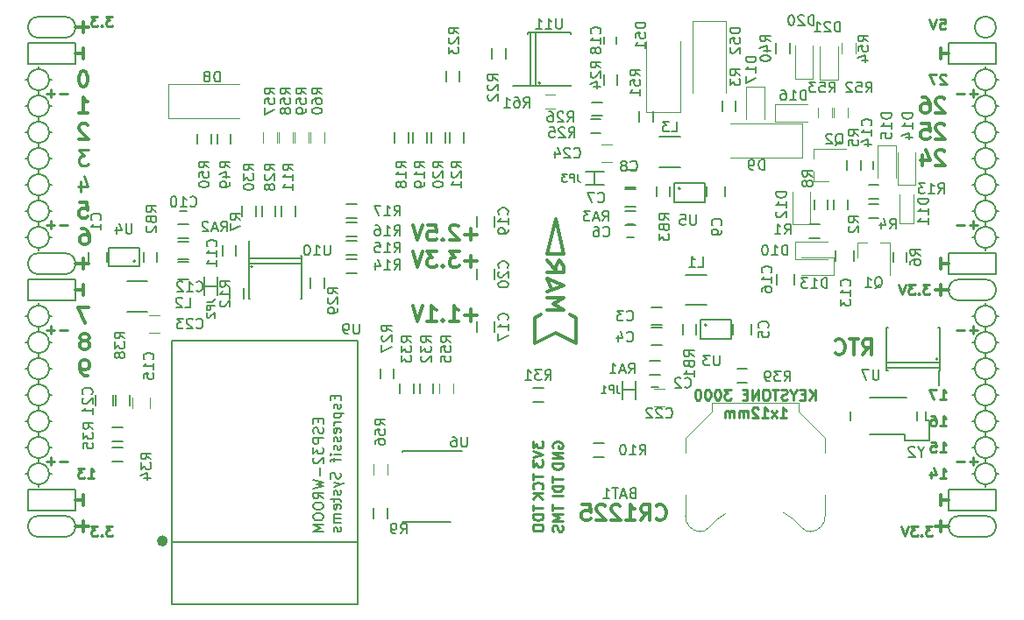
<source format=gbo>
G04 #@! TF.FileFunction,Legend,Bot*
%FSLAX46Y46*%
G04 Gerber Fmt 4.6, Leading zero omitted, Abs format (unit mm)*
G04 Created by KiCad (PCBNEW 4.0.7+dfsg1-1) date Mon Dec 25 00:55:42 2017*
%MOMM*%
%LPD*%
G01*
G04 APERTURE LIST*
%ADD10C,0.100000*%
%ADD11C,0.300000*%
%ADD12C,0.200000*%
%ADD13C,0.250000*%
%ADD14C,0.150000*%
%ADD15C,0.120000*%
%ADD16C,0.500000*%
%ADD17C,0.152400*%
G04 APERTURE END LIST*
D10*
D11*
X182492000Y-87582000D02*
X182492000Y-88598000D01*
X183254000Y-88090000D02*
X181984000Y-88090000D01*
X182492000Y-110442000D02*
X182492000Y-111458000D01*
X183254000Y-110950000D02*
X181984000Y-110950000D01*
X99688000Y-62182000D02*
X99688000Y-63198000D01*
X98926000Y-62690000D02*
X100196000Y-62690000D01*
X99688000Y-110442000D02*
X99688000Y-111458000D01*
X98926000Y-110950000D02*
X100196000Y-110950000D01*
X99688000Y-85042000D02*
X99688000Y-86058000D01*
X98926000Y-85550000D02*
X100196000Y-85550000D01*
D12*
X187826000Y-62690000D02*
G75*
G03X187826000Y-62690000I-1016000J0D01*
G01*
X184270000Y-87074000D02*
X186810000Y-87074000D01*
X184270000Y-89106000D02*
X186810000Y-89106000D01*
X184270000Y-87074000D02*
G75*
G03X184270000Y-89106000I0J-1016000D01*
G01*
X186810000Y-89106000D02*
G75*
G03X186810000Y-87074000I0J1016000D01*
G01*
X184270000Y-111966000D02*
X186810000Y-111966000D01*
X184270000Y-109934000D02*
X186810000Y-109934000D01*
X184270000Y-109934000D02*
G75*
G03X184270000Y-111966000I0J-1016000D01*
G01*
X186810000Y-111966000D02*
G75*
G03X186810000Y-109934000I0J1016000D01*
G01*
X97910000Y-63706000D02*
G75*
G03X97910000Y-61674000I0J1016000D01*
G01*
X95370000Y-61674000D02*
X97910000Y-61674000D01*
X95370000Y-63706000D02*
X97910000Y-63706000D01*
X95370000Y-61674000D02*
G75*
G03X95370000Y-63706000I0J-1016000D01*
G01*
X95370000Y-86566000D02*
X97910000Y-86566000D01*
X95370000Y-84534000D02*
X97910000Y-84534000D01*
X95370000Y-84534000D02*
G75*
G03X95370000Y-86566000I0J-1016000D01*
G01*
X97910000Y-86566000D02*
G75*
G03X97910000Y-84534000I0J1016000D01*
G01*
X95370000Y-111966000D02*
X97910000Y-111966000D01*
X95370000Y-109934000D02*
X97910000Y-109934000D01*
X95370000Y-109934000D02*
G75*
G03X95370000Y-111966000I0J-1016000D01*
G01*
X97910000Y-111966000D02*
G75*
G03X97910000Y-109934000I0J1016000D01*
G01*
X98926000Y-107394000D02*
X94354000Y-107394000D01*
X98926000Y-109426000D02*
X98926000Y-107394000D01*
X94354000Y-109426000D02*
X98926000Y-109426000D01*
X94354000Y-107394000D02*
X94354000Y-109426000D01*
X187826000Y-107394000D02*
X183254000Y-107394000D01*
X187826000Y-109426000D02*
X187826000Y-107394000D01*
X183254000Y-109426000D02*
X187826000Y-109426000D01*
X183254000Y-107394000D02*
X183254000Y-109426000D01*
X187826000Y-84534000D02*
X183254000Y-84534000D01*
X187826000Y-86566000D02*
X187826000Y-84534000D01*
X183254000Y-86566000D02*
X187826000Y-86566000D01*
X183254000Y-84534000D02*
X183254000Y-86566000D01*
X187826000Y-64214000D02*
X183254000Y-64214000D01*
X187826000Y-66246000D02*
X187826000Y-64214000D01*
X183254000Y-66246000D02*
X187826000Y-66246000D01*
X183254000Y-64214000D02*
X183254000Y-66246000D01*
X98926000Y-64214000D02*
X94354000Y-64214000D01*
X98926000Y-66246000D02*
X98926000Y-64214000D01*
X94354000Y-66246000D02*
X98926000Y-66246000D01*
X94354000Y-64214000D02*
X94354000Y-66246000D01*
X98926000Y-87074000D02*
X94354000Y-87074000D01*
X98926000Y-89106000D02*
X98926000Y-87074000D01*
X94354000Y-89106000D02*
X98926000Y-89106000D01*
X94354000Y-87074000D02*
X94354000Y-89106000D01*
D11*
X182872857Y-74711429D02*
X182801428Y-74640000D01*
X182658571Y-74568571D01*
X182301428Y-74568571D01*
X182158571Y-74640000D01*
X182087142Y-74711429D01*
X182015714Y-74854286D01*
X182015714Y-74997143D01*
X182087142Y-75211429D01*
X182944285Y-76068571D01*
X182015714Y-76068571D01*
X180730000Y-75068571D02*
X180730000Y-76068571D01*
X181087143Y-74497143D02*
X181444286Y-75568571D01*
X180515714Y-75568571D01*
X182872857Y-72171429D02*
X182801428Y-72100000D01*
X182658571Y-72028571D01*
X182301428Y-72028571D01*
X182158571Y-72100000D01*
X182087142Y-72171429D01*
X182015714Y-72314286D01*
X182015714Y-72457143D01*
X182087142Y-72671429D01*
X182944285Y-73528571D01*
X182015714Y-73528571D01*
X180658571Y-72028571D02*
X181372857Y-72028571D01*
X181444286Y-72742857D01*
X181372857Y-72671429D01*
X181230000Y-72600000D01*
X180872857Y-72600000D01*
X180730000Y-72671429D01*
X180658571Y-72742857D01*
X180587143Y-72885714D01*
X180587143Y-73242857D01*
X180658571Y-73385714D01*
X180730000Y-73457143D01*
X180872857Y-73528571D01*
X181230000Y-73528571D01*
X181372857Y-73457143D01*
X181444286Y-73385714D01*
D13*
X186032000Y-91971429D02*
X185270095Y-91971429D01*
X185651047Y-92352381D02*
X185651047Y-91590476D01*
X184793905Y-91971429D02*
X184032000Y-91971429D01*
X186032000Y-69111429D02*
X185270095Y-69111429D01*
X185651047Y-69492381D02*
X185651047Y-68730476D01*
X184793905Y-69111429D02*
X184032000Y-69111429D01*
X186032000Y-81811429D02*
X185270095Y-81811429D01*
X185651047Y-82192381D02*
X185651047Y-81430476D01*
X184793905Y-81811429D02*
X184032000Y-81811429D01*
X186032000Y-104671429D02*
X185270095Y-104671429D01*
X185651047Y-105052381D02*
X185651047Y-104290476D01*
X184793905Y-104671429D02*
X184032000Y-104671429D01*
X98148000Y-104671429D02*
X97386095Y-104671429D01*
X96909905Y-104671429D02*
X96148000Y-104671429D01*
X96528952Y-105052381D02*
X96528952Y-104290476D01*
X98148000Y-91971429D02*
X97386095Y-91971429D01*
X96909905Y-91971429D02*
X96148000Y-91971429D01*
X96528952Y-92352381D02*
X96528952Y-91590476D01*
X98148000Y-81811429D02*
X97386095Y-81811429D01*
X96909905Y-81811429D02*
X96148000Y-81811429D01*
X96528952Y-82192381D02*
X96528952Y-81430476D01*
X98148000Y-69111429D02*
X97386095Y-69111429D01*
X96909905Y-69111429D02*
X96148000Y-69111429D01*
X96528952Y-69492381D02*
X96528952Y-68730476D01*
D11*
X182492000Y-107902000D02*
X182492000Y-108918000D01*
X183254000Y-108410000D02*
X182492000Y-108410000D01*
D12*
X95370000Y-96726000D02*
X95370000Y-97234000D01*
X96386000Y-95710000D02*
X96640000Y-95710000D01*
X94354000Y-95710000D02*
X94100000Y-95710000D01*
X187826000Y-98250000D02*
X188080000Y-98250000D01*
X187826000Y-83010000D02*
X188080000Y-83010000D01*
X95370000Y-107140000D02*
X95370000Y-106886000D01*
X96386000Y-105870000D02*
X96640000Y-105870000D01*
X94354000Y-105870000D02*
X94100000Y-105870000D01*
X94354000Y-103330000D02*
X94100000Y-103330000D01*
X95370000Y-104346000D02*
X95370000Y-104854000D01*
X96386000Y-103330000D02*
X96640000Y-103330000D01*
X94354000Y-100790000D02*
X94100000Y-100790000D01*
X95370000Y-102314000D02*
X95370000Y-101806000D01*
X96386000Y-100790000D02*
X96640000Y-100790000D01*
X95370000Y-99266000D02*
X95370000Y-99774000D01*
X94354000Y-98250000D02*
X94100000Y-98250000D01*
X96386000Y-98250000D02*
X96640000Y-98250000D01*
X95370000Y-94186000D02*
X95370000Y-94694000D01*
X96386000Y-93170000D02*
X96640000Y-93170000D01*
X94354000Y-93170000D02*
X94100000Y-93170000D01*
X94354000Y-90630000D02*
X94100000Y-90630000D01*
X95370000Y-91646000D02*
X95370000Y-92154000D01*
X96640000Y-90630000D02*
X96386000Y-90630000D01*
X95370000Y-89360000D02*
X95370000Y-89614000D01*
X94354000Y-83010000D02*
X94100000Y-83010000D01*
X95370000Y-84280000D02*
X95370000Y-84026000D01*
X96386000Y-83010000D02*
X96640000Y-83010000D01*
X95370000Y-81486000D02*
X95370000Y-81994000D01*
X94354000Y-80470000D02*
X94100000Y-80470000D01*
X96640000Y-80470000D02*
X96386000Y-80470000D01*
X95370000Y-78946000D02*
X95370000Y-79454000D01*
X96386000Y-77930000D02*
X96640000Y-77930000D01*
X94354000Y-77930000D02*
X94100000Y-77930000D01*
X95370000Y-76406000D02*
X95370000Y-76914000D01*
X94354000Y-75390000D02*
X94100000Y-75390000D01*
X96386000Y-75390000D02*
X96640000Y-75390000D01*
X95370000Y-73866000D02*
X95370000Y-74374000D01*
X96386000Y-72850000D02*
X96640000Y-72850000D01*
X94100000Y-72850000D02*
X94354000Y-72850000D01*
X94354000Y-70310000D02*
X94100000Y-70310000D01*
X96640000Y-70310000D02*
X96386000Y-70310000D01*
X95370000Y-71326000D02*
X95370000Y-71834000D01*
X95370000Y-68786000D02*
X95370000Y-69294000D01*
X96386000Y-67770000D02*
X96640000Y-67770000D01*
X94354000Y-67770000D02*
X94100000Y-67770000D01*
X95370000Y-66500000D02*
X95370000Y-66754000D01*
X187826000Y-105870000D02*
X188080000Y-105870000D01*
X186810000Y-107140000D02*
X186810000Y-106886000D01*
X185540000Y-105870000D02*
X185794000Y-105870000D01*
X186810000Y-104346000D02*
X186810000Y-104854000D01*
X187826000Y-103330000D02*
X188080000Y-103330000D01*
X185540000Y-103330000D02*
X185794000Y-103330000D01*
X186810000Y-101806000D02*
X186810000Y-102314000D01*
X187826000Y-100790000D02*
X188080000Y-100790000D01*
X185540000Y-100790000D02*
X185794000Y-100790000D01*
X186810000Y-99266000D02*
X186810000Y-99774000D01*
X185540000Y-98250000D02*
X185794000Y-98250000D01*
X186810000Y-97234000D02*
X186810000Y-96726000D01*
X187826000Y-95710000D02*
X188080000Y-95710000D01*
X185540000Y-95710000D02*
X185794000Y-95710000D01*
X186810000Y-94694000D02*
X186810000Y-94186000D01*
X187826000Y-93170000D02*
X188080000Y-93170000D01*
X185540000Y-93170000D02*
X185794000Y-93170000D01*
X186810000Y-92154000D02*
X186810000Y-91646000D01*
X187826000Y-90630000D02*
X188080000Y-90630000D01*
X185540000Y-90630000D02*
X185794000Y-90630000D01*
X186810000Y-89360000D02*
X186810000Y-89614000D01*
X186810000Y-84280000D02*
X186810000Y-84026000D01*
X185540000Y-83010000D02*
X185794000Y-83010000D01*
X186810000Y-81994000D02*
X186810000Y-81486000D01*
X185794000Y-80470000D02*
X185540000Y-80470000D01*
X187826000Y-80470000D02*
X188080000Y-80470000D01*
X186810000Y-78946000D02*
X186810000Y-79454000D01*
X185794000Y-77930000D02*
X185540000Y-77930000D01*
X187826000Y-77930000D02*
X188080000Y-77930000D01*
X186810000Y-76406000D02*
X186810000Y-76914000D01*
X186810000Y-73866000D02*
X186810000Y-74374000D01*
X185794000Y-75390000D02*
X185540000Y-75390000D01*
X187826000Y-75390000D02*
X188080000Y-75390000D01*
X187826000Y-72850000D02*
X188080000Y-72850000D01*
X185540000Y-72850000D02*
X185794000Y-72850000D01*
X186810000Y-71834000D02*
X186810000Y-71326000D01*
X187826000Y-70310000D02*
X188080000Y-70310000D01*
X185540000Y-70310000D02*
X185794000Y-70310000D01*
X187826000Y-67770000D02*
X188080000Y-67770000D01*
X186810000Y-68786000D02*
X186810000Y-69294000D01*
X185540000Y-67770000D02*
X185794000Y-67770000D01*
X186810000Y-66500000D02*
X186810000Y-66754000D01*
X187826000Y-67770000D02*
G75*
G03X187826000Y-67770000I-1016000J0D01*
G01*
X187826000Y-70310000D02*
G75*
G03X187826000Y-70310000I-1016000J0D01*
G01*
X187826000Y-72850000D02*
G75*
G03X187826000Y-72850000I-1016000J0D01*
G01*
X187826000Y-75390000D02*
G75*
G03X187826000Y-75390000I-1016000J0D01*
G01*
X187826000Y-77930000D02*
G75*
G03X187826000Y-77930000I-1016000J0D01*
G01*
X187826000Y-80470000D02*
G75*
G03X187826000Y-80470000I-1016000J0D01*
G01*
X187826000Y-83010000D02*
G75*
G03X187826000Y-83010000I-1016000J0D01*
G01*
X187826000Y-90630000D02*
G75*
G03X187826000Y-90630000I-1016000J0D01*
G01*
X187826000Y-93170000D02*
G75*
G03X187826000Y-93170000I-1016000J0D01*
G01*
X187826000Y-95710000D02*
G75*
G03X187826000Y-95710000I-1016000J0D01*
G01*
X187826000Y-98250000D02*
G75*
G03X187826000Y-98250000I-1016000J0D01*
G01*
X187826000Y-100790000D02*
G75*
G03X187826000Y-100790000I-1016000J0D01*
G01*
X187826000Y-103330000D02*
G75*
G03X187826000Y-103330000I-1016000J0D01*
G01*
X187826000Y-105870000D02*
G75*
G03X187826000Y-105870000I-1016000J0D01*
G01*
X96386000Y-105870000D02*
G75*
G03X96386000Y-105870000I-1016000J0D01*
G01*
X96386000Y-103330000D02*
G75*
G03X96386000Y-103330000I-1016000J0D01*
G01*
X96386000Y-100790000D02*
G75*
G03X96386000Y-100790000I-1016000J0D01*
G01*
X96386000Y-98250000D02*
G75*
G03X96386000Y-98250000I-1016000J0D01*
G01*
X96386000Y-95710000D02*
G75*
G03X96386000Y-95710000I-1016000J0D01*
G01*
X96386000Y-93170000D02*
G75*
G03X96386000Y-93170000I-1016000J0D01*
G01*
X96386000Y-90630000D02*
G75*
G03X96386000Y-90630000I-1016000J0D01*
G01*
X96386000Y-83010000D02*
G75*
G03X96386000Y-83010000I-1016000J0D01*
G01*
X96386000Y-80470000D02*
G75*
G03X96386000Y-80470000I-1016000J0D01*
G01*
X96386000Y-77930000D02*
G75*
G03X96386000Y-77930000I-1016000J0D01*
G01*
X96386000Y-75390000D02*
G75*
G03X96386000Y-75390000I-1016000J0D01*
G01*
X96386000Y-72850000D02*
G75*
G03X96386000Y-72850000I-1016000J0D01*
G01*
X96386000Y-70310000D02*
G75*
G03X96386000Y-70310000I-1016000J0D01*
G01*
X96386000Y-67770000D02*
G75*
G03X96386000Y-67770000I-1016000J0D01*
G01*
D13*
X182428476Y-61888381D02*
X182904667Y-61888381D01*
X182952286Y-62364571D01*
X182904667Y-62316952D01*
X182809429Y-62269333D01*
X182571333Y-62269333D01*
X182476095Y-62316952D01*
X182428476Y-62364571D01*
X182380857Y-62459810D01*
X182380857Y-62697905D01*
X182428476Y-62793143D01*
X182476095Y-62840762D01*
X182571333Y-62888381D01*
X182809429Y-62888381D01*
X182904667Y-62840762D01*
X182952286Y-62793143D01*
X182095143Y-61888381D02*
X181761810Y-62888381D01*
X181428476Y-61888381D01*
D11*
X182492000Y-64722000D02*
X182492000Y-65738000D01*
X183254000Y-65230000D02*
X182492000Y-65230000D01*
D13*
X182999905Y-67317619D02*
X182952286Y-67270000D01*
X182857048Y-67222381D01*
X182618952Y-67222381D01*
X182523714Y-67270000D01*
X182476095Y-67317619D01*
X182428476Y-67412857D01*
X182428476Y-67508095D01*
X182476095Y-67650952D01*
X183047524Y-68222381D01*
X182428476Y-68222381D01*
X182095143Y-67222381D02*
X181428476Y-67222381D01*
X181857048Y-68222381D01*
D11*
X182872857Y-69631429D02*
X182801428Y-69560000D01*
X182658571Y-69488571D01*
X182301428Y-69488571D01*
X182158571Y-69560000D01*
X182087142Y-69631429D01*
X182015714Y-69774286D01*
X182015714Y-69917143D01*
X182087142Y-70131429D01*
X182944285Y-70988571D01*
X182015714Y-70988571D01*
X180730000Y-69488571D02*
X181015714Y-69488571D01*
X181158571Y-69560000D01*
X181230000Y-69631429D01*
X181372857Y-69845714D01*
X181444286Y-70131429D01*
X181444286Y-70702857D01*
X181372857Y-70845714D01*
X181301429Y-70917143D01*
X181158571Y-70988571D01*
X180872857Y-70988571D01*
X180730000Y-70917143D01*
X180658571Y-70845714D01*
X180587143Y-70702857D01*
X180587143Y-70345714D01*
X180658571Y-70202857D01*
X180730000Y-70131429D01*
X180872857Y-70060000D01*
X181158571Y-70060000D01*
X181301429Y-70131429D01*
X181372857Y-70202857D01*
X181444286Y-70345714D01*
X182492000Y-85042000D02*
X182492000Y-86058000D01*
X183254000Y-85550000D02*
X182492000Y-85550000D01*
D13*
X181428190Y-87542381D02*
X180809142Y-87542381D01*
X181142476Y-87923333D01*
X180999618Y-87923333D01*
X180904380Y-87970952D01*
X180856761Y-88018571D01*
X180809142Y-88113810D01*
X180809142Y-88351905D01*
X180856761Y-88447143D01*
X180904380Y-88494762D01*
X180999618Y-88542381D01*
X181285333Y-88542381D01*
X181380571Y-88494762D01*
X181428190Y-88447143D01*
X180380571Y-88447143D02*
X180332952Y-88494762D01*
X180380571Y-88542381D01*
X180428190Y-88494762D01*
X180380571Y-88447143D01*
X180380571Y-88542381D01*
X179999619Y-87542381D02*
X179380571Y-87542381D01*
X179713905Y-87923333D01*
X179571047Y-87923333D01*
X179475809Y-87970952D01*
X179428190Y-88018571D01*
X179380571Y-88113810D01*
X179380571Y-88351905D01*
X179428190Y-88447143D01*
X179475809Y-88494762D01*
X179571047Y-88542381D01*
X179856762Y-88542381D01*
X179952000Y-88494762D01*
X179999619Y-88447143D01*
X179094857Y-87542381D02*
X178761524Y-88542381D01*
X178428190Y-87542381D01*
X182428476Y-98702381D02*
X182999905Y-98702381D01*
X182714191Y-98702381D02*
X182714191Y-97702381D01*
X182809429Y-97845238D01*
X182904667Y-97940476D01*
X182999905Y-97988095D01*
X182095143Y-97702381D02*
X181428476Y-97702381D01*
X181857048Y-98702381D01*
X182428476Y-101242381D02*
X182999905Y-101242381D01*
X182714191Y-101242381D02*
X182714191Y-100242381D01*
X182809429Y-100385238D01*
X182904667Y-100480476D01*
X182999905Y-100528095D01*
X181571333Y-100242381D02*
X181761810Y-100242381D01*
X181857048Y-100290000D01*
X181904667Y-100337619D01*
X181999905Y-100480476D01*
X182047524Y-100670952D01*
X182047524Y-101051905D01*
X181999905Y-101147143D01*
X181952286Y-101194762D01*
X181857048Y-101242381D01*
X181666571Y-101242381D01*
X181571333Y-101194762D01*
X181523714Y-101147143D01*
X181476095Y-101051905D01*
X181476095Y-100813810D01*
X181523714Y-100718571D01*
X181571333Y-100670952D01*
X181666571Y-100623333D01*
X181857048Y-100623333D01*
X181952286Y-100670952D01*
X181999905Y-100718571D01*
X182047524Y-100813810D01*
X182428476Y-103782381D02*
X182999905Y-103782381D01*
X182714191Y-103782381D02*
X182714191Y-102782381D01*
X182809429Y-102925238D01*
X182904667Y-103020476D01*
X182999905Y-103068095D01*
X181523714Y-102782381D02*
X181999905Y-102782381D01*
X182047524Y-103258571D01*
X181999905Y-103210952D01*
X181904667Y-103163333D01*
X181666571Y-103163333D01*
X181571333Y-103210952D01*
X181523714Y-103258571D01*
X181476095Y-103353810D01*
X181476095Y-103591905D01*
X181523714Y-103687143D01*
X181571333Y-103734762D01*
X181666571Y-103782381D01*
X181904667Y-103782381D01*
X181999905Y-103734762D01*
X182047524Y-103687143D01*
X182428476Y-106322381D02*
X182999905Y-106322381D01*
X182714191Y-106322381D02*
X182714191Y-105322381D01*
X182809429Y-105465238D01*
X182904667Y-105560476D01*
X182999905Y-105608095D01*
X181571333Y-105655714D02*
X181571333Y-106322381D01*
X181809429Y-105274762D02*
X182047524Y-105989048D01*
X181428476Y-105989048D01*
X181682190Y-110910381D02*
X181063142Y-110910381D01*
X181396476Y-111291333D01*
X181253618Y-111291333D01*
X181158380Y-111338952D01*
X181110761Y-111386571D01*
X181063142Y-111481810D01*
X181063142Y-111719905D01*
X181110761Y-111815143D01*
X181158380Y-111862762D01*
X181253618Y-111910381D01*
X181539333Y-111910381D01*
X181634571Y-111862762D01*
X181682190Y-111815143D01*
X180634571Y-111815143D02*
X180586952Y-111862762D01*
X180634571Y-111910381D01*
X180682190Y-111862762D01*
X180634571Y-111815143D01*
X180634571Y-111910381D01*
X180253619Y-110910381D02*
X179634571Y-110910381D01*
X179967905Y-111291333D01*
X179825047Y-111291333D01*
X179729809Y-111338952D01*
X179682190Y-111386571D01*
X179634571Y-111481810D01*
X179634571Y-111719905D01*
X179682190Y-111815143D01*
X179729809Y-111862762D01*
X179825047Y-111910381D01*
X180110762Y-111910381D01*
X180206000Y-111862762D01*
X180253619Y-111815143D01*
X179348857Y-110910381D02*
X179015524Y-111910381D01*
X178682190Y-110910381D01*
D11*
X99688000Y-108918000D02*
X99688000Y-107902000D01*
X98926000Y-108410000D02*
X99688000Y-108410000D01*
X99688000Y-88598000D02*
X99688000Y-87582000D01*
X98926000Y-88090000D02*
X99688000Y-88090000D01*
X99688000Y-64722000D02*
X99688000Y-65738000D01*
X98926000Y-65230000D02*
X99688000Y-65230000D01*
D13*
X102513619Y-110910381D02*
X101894571Y-110910381D01*
X102227905Y-111291333D01*
X102085047Y-111291333D01*
X101989809Y-111338952D01*
X101942190Y-111386571D01*
X101894571Y-111481810D01*
X101894571Y-111719905D01*
X101942190Y-111815143D01*
X101989809Y-111862762D01*
X102085047Y-111910381D01*
X102370762Y-111910381D01*
X102466000Y-111862762D01*
X102513619Y-111815143D01*
X101466000Y-111815143D02*
X101418381Y-111862762D01*
X101466000Y-111910381D01*
X101513619Y-111862762D01*
X101466000Y-111815143D01*
X101466000Y-111910381D01*
X101085048Y-110910381D02*
X100466000Y-110910381D01*
X100799334Y-111291333D01*
X100656476Y-111291333D01*
X100561238Y-111338952D01*
X100513619Y-111386571D01*
X100466000Y-111481810D01*
X100466000Y-111719905D01*
X100513619Y-111815143D01*
X100561238Y-111862762D01*
X100656476Y-111910381D01*
X100942191Y-111910381D01*
X101037429Y-111862762D01*
X101085048Y-111815143D01*
X100132476Y-106322381D02*
X100703905Y-106322381D01*
X100418191Y-106322381D02*
X100418191Y-105322381D01*
X100513429Y-105465238D01*
X100608667Y-105560476D01*
X100703905Y-105608095D01*
X99799143Y-105322381D02*
X99180095Y-105322381D01*
X99513429Y-105703333D01*
X99370571Y-105703333D01*
X99275333Y-105750952D01*
X99227714Y-105798571D01*
X99180095Y-105893810D01*
X99180095Y-106131905D01*
X99227714Y-106227143D01*
X99275333Y-106274762D01*
X99370571Y-106322381D01*
X99656286Y-106322381D01*
X99751524Y-106274762D01*
X99799143Y-106227143D01*
D11*
X100100714Y-96388571D02*
X99814999Y-96388571D01*
X99672142Y-96317143D01*
X99600714Y-96245714D01*
X99457856Y-96031429D01*
X99386428Y-95745714D01*
X99386428Y-95174286D01*
X99457856Y-95031429D01*
X99529285Y-94960000D01*
X99672142Y-94888571D01*
X99957856Y-94888571D01*
X100100714Y-94960000D01*
X100172142Y-95031429D01*
X100243571Y-95174286D01*
X100243571Y-95531429D01*
X100172142Y-95674286D01*
X100100714Y-95745714D01*
X99957856Y-95817143D01*
X99672142Y-95817143D01*
X99529285Y-95745714D01*
X99457856Y-95674286D01*
X99386428Y-95531429D01*
X99957856Y-92991429D02*
X100100714Y-92920000D01*
X100172142Y-92848571D01*
X100243571Y-92705714D01*
X100243571Y-92634286D01*
X100172142Y-92491429D01*
X100100714Y-92420000D01*
X99957856Y-92348571D01*
X99672142Y-92348571D01*
X99529285Y-92420000D01*
X99457856Y-92491429D01*
X99386428Y-92634286D01*
X99386428Y-92705714D01*
X99457856Y-92848571D01*
X99529285Y-92920000D01*
X99672142Y-92991429D01*
X99957856Y-92991429D01*
X100100714Y-93062857D01*
X100172142Y-93134286D01*
X100243571Y-93277143D01*
X100243571Y-93562857D01*
X100172142Y-93705714D01*
X100100714Y-93777143D01*
X99957856Y-93848571D01*
X99672142Y-93848571D01*
X99529285Y-93777143D01*
X99457856Y-93705714D01*
X99386428Y-93562857D01*
X99386428Y-93277143D01*
X99457856Y-93134286D01*
X99529285Y-93062857D01*
X99672142Y-92991429D01*
X100187999Y-89808571D02*
X99187999Y-89808571D01*
X99830856Y-91308571D01*
X99529285Y-82188571D02*
X99814999Y-82188571D01*
X99957856Y-82260000D01*
X100029285Y-82331429D01*
X100172142Y-82545714D01*
X100243571Y-82831429D01*
X100243571Y-83402857D01*
X100172142Y-83545714D01*
X100100714Y-83617143D01*
X99957856Y-83688571D01*
X99672142Y-83688571D01*
X99529285Y-83617143D01*
X99457856Y-83545714D01*
X99386428Y-83402857D01*
X99386428Y-83045714D01*
X99457856Y-82902857D01*
X99529285Y-82831429D01*
X99672142Y-82760000D01*
X99957856Y-82760000D01*
X100100714Y-82831429D01*
X100172142Y-82902857D01*
X100243571Y-83045714D01*
X99330856Y-79648571D02*
X100045142Y-79648571D01*
X100116571Y-80362857D01*
X100045142Y-80291429D01*
X99902285Y-80220000D01*
X99545142Y-80220000D01*
X99402285Y-80291429D01*
X99330856Y-80362857D01*
X99259428Y-80505714D01*
X99259428Y-80862857D01*
X99330856Y-81005714D01*
X99402285Y-81077143D01*
X99545142Y-81148571D01*
X99902285Y-81148571D01*
X100045142Y-81077143D01*
X100116571Y-81005714D01*
D13*
X99402285Y-77608571D02*
X99402285Y-78608571D01*
X99759428Y-77037143D02*
X100116571Y-78108571D01*
X99187999Y-78108571D01*
X100187999Y-74568571D02*
X99259428Y-74568571D01*
X99759428Y-75140000D01*
X99545142Y-75140000D01*
X99402285Y-75211429D01*
X99330856Y-75282857D01*
X99259428Y-75425714D01*
X99259428Y-75782857D01*
X99330856Y-75925714D01*
X99402285Y-75997143D01*
X99545142Y-76068571D01*
X99973714Y-76068571D01*
X100116571Y-75997143D01*
X100187999Y-75925714D01*
D11*
X100116571Y-72171429D02*
X100045142Y-72100000D01*
X99902285Y-72028571D01*
X99545142Y-72028571D01*
X99402285Y-72100000D01*
X99330856Y-72171429D01*
X99259428Y-72314286D01*
X99259428Y-72457143D01*
X99330856Y-72671429D01*
X100187999Y-73528571D01*
X99259428Y-73528571D01*
X99259428Y-70988571D02*
X100116571Y-70988571D01*
X99687999Y-70988571D02*
X99687999Y-69488571D01*
X99830856Y-69702857D01*
X99973714Y-69845714D01*
X100116571Y-69917143D01*
X99759428Y-66948571D02*
X99616571Y-66948571D01*
X99473714Y-67020000D01*
X99402285Y-67091429D01*
X99330856Y-67234286D01*
X99259428Y-67520000D01*
X99259428Y-67877143D01*
X99330856Y-68162857D01*
X99402285Y-68305714D01*
X99473714Y-68377143D01*
X99616571Y-68448571D01*
X99759428Y-68448571D01*
X99902285Y-68377143D01*
X99973714Y-68305714D01*
X100045142Y-68162857D01*
X100116571Y-67877143D01*
X100116571Y-67520000D01*
X100045142Y-67234286D01*
X99973714Y-67091429D01*
X99902285Y-67020000D01*
X99759428Y-66948571D01*
D13*
X102513619Y-61634381D02*
X101894571Y-61634381D01*
X102227905Y-62015333D01*
X102085047Y-62015333D01*
X101989809Y-62062952D01*
X101942190Y-62110571D01*
X101894571Y-62205810D01*
X101894571Y-62443905D01*
X101942190Y-62539143D01*
X101989809Y-62586762D01*
X102085047Y-62634381D01*
X102370762Y-62634381D01*
X102466000Y-62586762D01*
X102513619Y-62539143D01*
X101466000Y-62539143D02*
X101418381Y-62586762D01*
X101466000Y-62634381D01*
X101513619Y-62586762D01*
X101466000Y-62539143D01*
X101466000Y-62634381D01*
X101085048Y-61634381D02*
X100466000Y-61634381D01*
X100799334Y-62015333D01*
X100656476Y-62015333D01*
X100561238Y-62062952D01*
X100513619Y-62110571D01*
X100466000Y-62205810D01*
X100466000Y-62443905D01*
X100513619Y-62539143D01*
X100561238Y-62586762D01*
X100656476Y-62634381D01*
X100942191Y-62634381D01*
X101037429Y-62586762D01*
X101085048Y-62539143D01*
X170370715Y-98716381D02*
X170370715Y-97716381D01*
X169799286Y-98716381D02*
X170227858Y-98144952D01*
X169799286Y-97716381D02*
X170370715Y-98287810D01*
X169370715Y-98192571D02*
X169037381Y-98192571D01*
X168894524Y-98716381D02*
X169370715Y-98716381D01*
X169370715Y-97716381D01*
X168894524Y-97716381D01*
X168275477Y-98240190D02*
X168275477Y-98716381D01*
X168608810Y-97716381D02*
X168275477Y-98240190D01*
X167942143Y-97716381D01*
X167656429Y-98668762D02*
X167513572Y-98716381D01*
X167275476Y-98716381D01*
X167180238Y-98668762D01*
X167132619Y-98621143D01*
X167085000Y-98525905D01*
X167085000Y-98430667D01*
X167132619Y-98335429D01*
X167180238Y-98287810D01*
X167275476Y-98240190D01*
X167465953Y-98192571D01*
X167561191Y-98144952D01*
X167608810Y-98097333D01*
X167656429Y-98002095D01*
X167656429Y-97906857D01*
X167608810Y-97811619D01*
X167561191Y-97764000D01*
X167465953Y-97716381D01*
X167227857Y-97716381D01*
X167085000Y-97764000D01*
X166799286Y-97716381D02*
X166227857Y-97716381D01*
X166513572Y-98716381D02*
X166513572Y-97716381D01*
X165704048Y-97716381D02*
X165513571Y-97716381D01*
X165418333Y-97764000D01*
X165323095Y-97859238D01*
X165275476Y-98049714D01*
X165275476Y-98383048D01*
X165323095Y-98573524D01*
X165418333Y-98668762D01*
X165513571Y-98716381D01*
X165704048Y-98716381D01*
X165799286Y-98668762D01*
X165894524Y-98573524D01*
X165942143Y-98383048D01*
X165942143Y-98049714D01*
X165894524Y-97859238D01*
X165799286Y-97764000D01*
X165704048Y-97716381D01*
X164846905Y-98716381D02*
X164846905Y-97716381D01*
X164275476Y-98716381D01*
X164275476Y-97716381D01*
X163799286Y-98192571D02*
X163465952Y-98192571D01*
X163323095Y-98716381D02*
X163799286Y-98716381D01*
X163799286Y-97716381D01*
X163323095Y-97716381D01*
X162227857Y-97716381D02*
X161608809Y-97716381D01*
X161942143Y-98097333D01*
X161799285Y-98097333D01*
X161704047Y-98144952D01*
X161656428Y-98192571D01*
X161608809Y-98287810D01*
X161608809Y-98525905D01*
X161656428Y-98621143D01*
X161704047Y-98668762D01*
X161799285Y-98716381D01*
X162085000Y-98716381D01*
X162180238Y-98668762D01*
X162227857Y-98621143D01*
X160989762Y-97716381D02*
X160894523Y-97716381D01*
X160799285Y-97764000D01*
X160751666Y-97811619D01*
X160704047Y-97906857D01*
X160656428Y-98097333D01*
X160656428Y-98335429D01*
X160704047Y-98525905D01*
X160751666Y-98621143D01*
X160799285Y-98668762D01*
X160894523Y-98716381D01*
X160989762Y-98716381D01*
X161085000Y-98668762D01*
X161132619Y-98621143D01*
X161180238Y-98525905D01*
X161227857Y-98335429D01*
X161227857Y-98097333D01*
X161180238Y-97906857D01*
X161132619Y-97811619D01*
X161085000Y-97764000D01*
X160989762Y-97716381D01*
X160037381Y-97716381D02*
X159942142Y-97716381D01*
X159846904Y-97764000D01*
X159799285Y-97811619D01*
X159751666Y-97906857D01*
X159704047Y-98097333D01*
X159704047Y-98335429D01*
X159751666Y-98525905D01*
X159799285Y-98621143D01*
X159846904Y-98668762D01*
X159942142Y-98716381D01*
X160037381Y-98716381D01*
X160132619Y-98668762D01*
X160180238Y-98621143D01*
X160227857Y-98525905D01*
X160275476Y-98335429D01*
X160275476Y-98097333D01*
X160227857Y-97906857D01*
X160180238Y-97811619D01*
X160132619Y-97764000D01*
X160037381Y-97716381D01*
X159085000Y-97716381D02*
X158989761Y-97716381D01*
X158894523Y-97764000D01*
X158846904Y-97811619D01*
X158799285Y-97906857D01*
X158751666Y-98097333D01*
X158751666Y-98335429D01*
X158799285Y-98525905D01*
X158846904Y-98621143D01*
X158894523Y-98668762D01*
X158989761Y-98716381D01*
X159085000Y-98716381D01*
X159180238Y-98668762D01*
X159227857Y-98621143D01*
X159275476Y-98525905D01*
X159323095Y-98335429D01*
X159323095Y-98097333D01*
X159275476Y-97906857D01*
X159227857Y-97811619D01*
X159180238Y-97764000D01*
X159085000Y-97716381D01*
X166989761Y-100466381D02*
X167561190Y-100466381D01*
X167275476Y-100466381D02*
X167275476Y-99466381D01*
X167370714Y-99609238D01*
X167465952Y-99704476D01*
X167561190Y-99752095D01*
X166656428Y-100466381D02*
X166132618Y-99799714D01*
X166656428Y-99799714D02*
X166132618Y-100466381D01*
X165227856Y-100466381D02*
X165799285Y-100466381D01*
X165513571Y-100466381D02*
X165513571Y-99466381D01*
X165608809Y-99609238D01*
X165704047Y-99704476D01*
X165799285Y-99752095D01*
X164846904Y-99561619D02*
X164799285Y-99514000D01*
X164704047Y-99466381D01*
X164465951Y-99466381D01*
X164370713Y-99514000D01*
X164323094Y-99561619D01*
X164275475Y-99656857D01*
X164275475Y-99752095D01*
X164323094Y-99894952D01*
X164894523Y-100466381D01*
X164275475Y-100466381D01*
X163846904Y-100466381D02*
X163846904Y-99799714D01*
X163846904Y-99894952D02*
X163799285Y-99847333D01*
X163704047Y-99799714D01*
X163561189Y-99799714D01*
X163465951Y-99847333D01*
X163418332Y-99942571D01*
X163418332Y-100466381D01*
X163418332Y-99942571D02*
X163370713Y-99847333D01*
X163275475Y-99799714D01*
X163132618Y-99799714D01*
X163037380Y-99847333D01*
X162989761Y-99942571D01*
X162989761Y-100466381D01*
X162513571Y-100466381D02*
X162513571Y-99799714D01*
X162513571Y-99894952D02*
X162465952Y-99847333D01*
X162370714Y-99799714D01*
X162227856Y-99799714D01*
X162132618Y-99847333D01*
X162084999Y-99942571D01*
X162084999Y-100466381D01*
X162084999Y-99942571D02*
X162037380Y-99847333D01*
X161942142Y-99799714D01*
X161799285Y-99799714D01*
X161704047Y-99847333D01*
X161656428Y-99942571D01*
X161656428Y-100466381D01*
D11*
X155027856Y-110215714D02*
X155099285Y-110287143D01*
X155313571Y-110358571D01*
X155456428Y-110358571D01*
X155670713Y-110287143D01*
X155813571Y-110144286D01*
X155884999Y-110001429D01*
X155956428Y-109715714D01*
X155956428Y-109501429D01*
X155884999Y-109215714D01*
X155813571Y-109072857D01*
X155670713Y-108930000D01*
X155456428Y-108858571D01*
X155313571Y-108858571D01*
X155099285Y-108930000D01*
X155027856Y-109001429D01*
X153527856Y-110358571D02*
X154027856Y-109644286D01*
X154384999Y-110358571D02*
X154384999Y-108858571D01*
X153813571Y-108858571D01*
X153670713Y-108930000D01*
X153599285Y-109001429D01*
X153527856Y-109144286D01*
X153527856Y-109358571D01*
X153599285Y-109501429D01*
X153670713Y-109572857D01*
X153813571Y-109644286D01*
X154384999Y-109644286D01*
X152099285Y-110358571D02*
X152956428Y-110358571D01*
X152527856Y-110358571D02*
X152527856Y-108858571D01*
X152670713Y-109072857D01*
X152813571Y-109215714D01*
X152956428Y-109287143D01*
X151527857Y-109001429D02*
X151456428Y-108930000D01*
X151313571Y-108858571D01*
X150956428Y-108858571D01*
X150813571Y-108930000D01*
X150742142Y-109001429D01*
X150670714Y-109144286D01*
X150670714Y-109287143D01*
X150742142Y-109501429D01*
X151599285Y-110358571D01*
X150670714Y-110358571D01*
X150099286Y-109001429D02*
X150027857Y-108930000D01*
X149885000Y-108858571D01*
X149527857Y-108858571D01*
X149385000Y-108930000D01*
X149313571Y-109001429D01*
X149242143Y-109144286D01*
X149242143Y-109287143D01*
X149313571Y-109501429D01*
X150170714Y-110358571D01*
X149242143Y-110358571D01*
X147885000Y-108858571D02*
X148599286Y-108858571D01*
X148670715Y-109572857D01*
X148599286Y-109501429D01*
X148456429Y-109430000D01*
X148099286Y-109430000D01*
X147956429Y-109501429D01*
X147885000Y-109572857D01*
X147813572Y-109715714D01*
X147813572Y-110072857D01*
X147885000Y-110215714D01*
X147956429Y-110287143D01*
X148099286Y-110358571D01*
X148456429Y-110358571D01*
X148599286Y-110287143D01*
X148670715Y-110215714D01*
X137699999Y-82727143D02*
X136557142Y-82727143D01*
X137128571Y-83298571D02*
X137128571Y-82155714D01*
X135914285Y-81941429D02*
X135842856Y-81870000D01*
X135699999Y-81798571D01*
X135342856Y-81798571D01*
X135199999Y-81870000D01*
X135128570Y-81941429D01*
X135057142Y-82084286D01*
X135057142Y-82227143D01*
X135128570Y-82441429D01*
X135985713Y-83298571D01*
X135057142Y-83298571D01*
X134414285Y-83155714D02*
X134342857Y-83227143D01*
X134414285Y-83298571D01*
X134485714Y-83227143D01*
X134414285Y-83155714D01*
X134414285Y-83298571D01*
X132985713Y-81798571D02*
X133699999Y-81798571D01*
X133771428Y-82512857D01*
X133699999Y-82441429D01*
X133557142Y-82370000D01*
X133199999Y-82370000D01*
X133057142Y-82441429D01*
X132985713Y-82512857D01*
X132914285Y-82655714D01*
X132914285Y-83012857D01*
X132985713Y-83155714D01*
X133057142Y-83227143D01*
X133199999Y-83298571D01*
X133557142Y-83298571D01*
X133699999Y-83227143D01*
X133771428Y-83155714D01*
X132485714Y-81798571D02*
X131985714Y-83298571D01*
X131485714Y-81798571D01*
X137699999Y-85327143D02*
X136557142Y-85327143D01*
X137128571Y-85898571D02*
X137128571Y-84755714D01*
X135985713Y-84398571D02*
X135057142Y-84398571D01*
X135557142Y-84970000D01*
X135342856Y-84970000D01*
X135199999Y-85041429D01*
X135128570Y-85112857D01*
X135057142Y-85255714D01*
X135057142Y-85612857D01*
X135128570Y-85755714D01*
X135199999Y-85827143D01*
X135342856Y-85898571D01*
X135771428Y-85898571D01*
X135914285Y-85827143D01*
X135985713Y-85755714D01*
X134414285Y-85755714D02*
X134342857Y-85827143D01*
X134414285Y-85898571D01*
X134485714Y-85827143D01*
X134414285Y-85755714D01*
X134414285Y-85898571D01*
X133842856Y-84398571D02*
X132914285Y-84398571D01*
X133414285Y-84970000D01*
X133199999Y-84970000D01*
X133057142Y-85041429D01*
X132985713Y-85112857D01*
X132914285Y-85255714D01*
X132914285Y-85612857D01*
X132985713Y-85755714D01*
X133057142Y-85827143D01*
X133199999Y-85898571D01*
X133628571Y-85898571D01*
X133771428Y-85827143D01*
X133842856Y-85755714D01*
X132485714Y-84398571D02*
X131985714Y-85898571D01*
X131485714Y-84398571D01*
X137699999Y-90527143D02*
X136557142Y-90527143D01*
X137128571Y-91098571D02*
X137128571Y-89955714D01*
X135057142Y-91098571D02*
X135914285Y-91098571D01*
X135485713Y-91098571D02*
X135485713Y-89598571D01*
X135628570Y-89812857D01*
X135771428Y-89955714D01*
X135914285Y-90027143D01*
X134414285Y-90955714D02*
X134342857Y-91027143D01*
X134414285Y-91098571D01*
X134485714Y-91027143D01*
X134414285Y-90955714D01*
X134414285Y-91098571D01*
X132914285Y-91098571D02*
X133771428Y-91098571D01*
X133342856Y-91098571D02*
X133342856Y-89598571D01*
X133485713Y-89812857D01*
X133628571Y-89955714D01*
X133771428Y-90027143D01*
X132485714Y-89598571D02*
X131985714Y-91098571D01*
X131485714Y-89598571D01*
D13*
X143082381Y-105854286D02*
X143082381Y-106425715D01*
X144082381Y-106140000D02*
X143082381Y-106140000D01*
X143987143Y-107330477D02*
X144034762Y-107282858D01*
X144082381Y-107140001D01*
X144082381Y-107044763D01*
X144034762Y-106901905D01*
X143939524Y-106806667D01*
X143844286Y-106759048D01*
X143653810Y-106711429D01*
X143510952Y-106711429D01*
X143320476Y-106759048D01*
X143225238Y-106806667D01*
X143130000Y-106901905D01*
X143082381Y-107044763D01*
X143082381Y-107140001D01*
X143130000Y-107282858D01*
X143177619Y-107330477D01*
X144082381Y-107759048D02*
X143082381Y-107759048D01*
X144082381Y-108330477D02*
X143510952Y-107901905D01*
X143082381Y-108330477D02*
X143653810Y-107759048D01*
X143082381Y-102726905D02*
X143082381Y-103345953D01*
X143463333Y-103012619D01*
X143463333Y-103155477D01*
X143510952Y-103250715D01*
X143558571Y-103298334D01*
X143653810Y-103345953D01*
X143891905Y-103345953D01*
X143987143Y-103298334D01*
X144034762Y-103250715D01*
X144082381Y-103155477D01*
X144082381Y-102869762D01*
X144034762Y-102774524D01*
X143987143Y-102726905D01*
X143082381Y-103631667D02*
X144082381Y-103965000D01*
X143082381Y-104298334D01*
X143082381Y-104536429D02*
X143082381Y-105155477D01*
X143463333Y-104822143D01*
X143463333Y-104965001D01*
X143510952Y-105060239D01*
X143558571Y-105107858D01*
X143653810Y-105155477D01*
X143891905Y-105155477D01*
X143987143Y-105107858D01*
X144034762Y-105060239D01*
X144082381Y-104965001D01*
X144082381Y-104679286D01*
X144034762Y-104584048D01*
X143987143Y-104536429D01*
X143082381Y-108878476D02*
X143082381Y-109449905D01*
X144082381Y-109164190D02*
X143082381Y-109164190D01*
X144082381Y-109783238D02*
X143082381Y-109783238D01*
X143082381Y-110021333D01*
X143130000Y-110164191D01*
X143225238Y-110259429D01*
X143320476Y-110307048D01*
X143510952Y-110354667D01*
X143653810Y-110354667D01*
X143844286Y-110307048D01*
X143939524Y-110259429D01*
X144034762Y-110164191D01*
X144082381Y-110021333D01*
X144082381Y-109783238D01*
X143082381Y-110973714D02*
X143082381Y-111164191D01*
X143130000Y-111259429D01*
X143225238Y-111354667D01*
X143415714Y-111402286D01*
X143749048Y-111402286D01*
X143939524Y-111354667D01*
X144034762Y-111259429D01*
X144082381Y-111164191D01*
X144082381Y-110973714D01*
X144034762Y-110878476D01*
X143939524Y-110783238D01*
X143749048Y-110735619D01*
X143415714Y-110735619D01*
X143225238Y-110783238D01*
X143130000Y-110878476D01*
X143082381Y-110973714D01*
X145035000Y-103330096D02*
X144987381Y-103234858D01*
X144987381Y-103092001D01*
X145035000Y-102949143D01*
X145130238Y-102853905D01*
X145225476Y-102806286D01*
X145415952Y-102758667D01*
X145558810Y-102758667D01*
X145749286Y-102806286D01*
X145844524Y-102853905D01*
X145939762Y-102949143D01*
X145987381Y-103092001D01*
X145987381Y-103187239D01*
X145939762Y-103330096D01*
X145892143Y-103377715D01*
X145558810Y-103377715D01*
X145558810Y-103187239D01*
X145987381Y-103806286D02*
X144987381Y-103806286D01*
X145987381Y-104377715D01*
X144987381Y-104377715D01*
X145987381Y-104853905D02*
X144987381Y-104853905D01*
X144987381Y-105092000D01*
X145035000Y-105234858D01*
X145130238Y-105330096D01*
X145225476Y-105377715D01*
X145415952Y-105425334D01*
X145558810Y-105425334D01*
X145749286Y-105377715D01*
X145844524Y-105330096D01*
X145939762Y-105234858D01*
X145987381Y-105092000D01*
X145987381Y-104853905D01*
X144987381Y-106116191D02*
X144987381Y-106687620D01*
X145987381Y-106401905D02*
X144987381Y-106401905D01*
X145987381Y-107020953D02*
X144987381Y-107020953D01*
X144987381Y-107259048D01*
X145035000Y-107401906D01*
X145130238Y-107497144D01*
X145225476Y-107544763D01*
X145415952Y-107592382D01*
X145558810Y-107592382D01*
X145749286Y-107544763D01*
X145844524Y-107497144D01*
X145939762Y-107401906D01*
X145987381Y-107259048D01*
X145987381Y-107020953D01*
X145987381Y-108020953D02*
X144987381Y-108020953D01*
X144987381Y-108854667D02*
X144987381Y-109426096D01*
X145987381Y-109140381D02*
X144987381Y-109140381D01*
X145987381Y-109759429D02*
X144987381Y-109759429D01*
X145701667Y-110092763D01*
X144987381Y-110426096D01*
X145987381Y-110426096D01*
X145939762Y-110854667D02*
X145987381Y-110997524D01*
X145987381Y-111235620D01*
X145939762Y-111330858D01*
X145892143Y-111378477D01*
X145796905Y-111426096D01*
X145701667Y-111426096D01*
X145606429Y-111378477D01*
X145558810Y-111330858D01*
X145511190Y-111235620D01*
X145463571Y-111045143D01*
X145415952Y-110949905D01*
X145368333Y-110902286D01*
X145273095Y-110854667D01*
X145177857Y-110854667D01*
X145082619Y-110902286D01*
X145035000Y-110949905D01*
X144987381Y-111045143D01*
X144987381Y-111283239D01*
X145035000Y-111426096D01*
D11*
X174967142Y-94356571D02*
X175467142Y-93642286D01*
X175824285Y-94356571D02*
X175824285Y-92856571D01*
X175252857Y-92856571D01*
X175109999Y-92928000D01*
X175038571Y-92999429D01*
X174967142Y-93142286D01*
X174967142Y-93356571D01*
X175038571Y-93499429D01*
X175109999Y-93570857D01*
X175252857Y-93642286D01*
X175824285Y-93642286D01*
X174538571Y-92856571D02*
X173681428Y-92856571D01*
X174109999Y-94356571D02*
X174109999Y-92856571D01*
X172324285Y-94213714D02*
X172395714Y-94285143D01*
X172610000Y-94356571D01*
X172752857Y-94356571D01*
X172967142Y-94285143D01*
X173110000Y-94142286D01*
X173181428Y-93999429D01*
X173252857Y-93713714D01*
X173252857Y-93499429D01*
X173181428Y-93213714D01*
X173110000Y-93070857D01*
X172967142Y-92928000D01*
X172752857Y-92856571D01*
X172610000Y-92856571D01*
X172395714Y-92928000D01*
X172324285Y-92999429D01*
D14*
X102823000Y-98258000D02*
X102823000Y-99258000D01*
X104173000Y-99258000D02*
X104173000Y-98258000D01*
X151758000Y-97742000D02*
X153028000Y-97742000D01*
X153028000Y-96853000D02*
X153028000Y-98631000D01*
X151758000Y-96853000D02*
X151758000Y-98631000D01*
D15*
X157345000Y-70900000D02*
X154045000Y-70900000D01*
X154045000Y-70900000D02*
X154045000Y-64000000D01*
X157345000Y-70900000D02*
X157345000Y-64000000D01*
D14*
X153369000Y-70826000D02*
X153369000Y-71826000D01*
X154719000Y-71826000D02*
X154719000Y-70826000D01*
X157870000Y-89565000D02*
X159870000Y-89565000D01*
X159870000Y-86615000D02*
X157870000Y-86615000D01*
X159886803Y-91500000D02*
G75*
G03X159886803Y-91500000I-111803J0D01*
G01*
X159275000Y-92800000D02*
X162275000Y-92800000D01*
X162275000Y-92800000D02*
X162275000Y-91000000D01*
X162275000Y-91000000D02*
X159275000Y-91000000D01*
X159275000Y-91000000D02*
X159275000Y-92800000D01*
X105895000Y-87250000D02*
X103895000Y-87250000D01*
X103895000Y-90200000D02*
X105895000Y-90200000D01*
X104736803Y-85315000D02*
G75*
G03X104736803Y-85315000I-111803J0D01*
G01*
X105125000Y-84015000D02*
X102125000Y-84015000D01*
X102125000Y-84015000D02*
X102125000Y-85815000D01*
X102125000Y-85815000D02*
X105125000Y-85815000D01*
X105125000Y-85815000D02*
X105125000Y-84015000D01*
X155330000Y-76230000D02*
X157330000Y-76230000D01*
X157330000Y-73280000D02*
X155330000Y-73280000D01*
X157346803Y-78292000D02*
G75*
G03X157346803Y-78292000I-111803J0D01*
G01*
X156735000Y-79592000D02*
X159735000Y-79592000D01*
X159735000Y-79592000D02*
X159735000Y-77792000D01*
X159735000Y-77792000D02*
X156735000Y-77792000D01*
X156735000Y-77792000D02*
X156735000Y-79592000D01*
X100235000Y-85415000D02*
X100235000Y-84415000D01*
X101935000Y-84415000D02*
X101935000Y-85415000D01*
X155560000Y-91480000D02*
X154560000Y-91480000D01*
X154560000Y-89780000D02*
X155560000Y-89780000D01*
X155560000Y-93385000D02*
X154560000Y-93385000D01*
X154560000Y-91685000D02*
X155560000Y-91685000D01*
X164165000Y-91400000D02*
X164165000Y-92400000D01*
X162465000Y-92400000D02*
X162465000Y-91400000D01*
X153020000Y-80050000D02*
X152020000Y-80050000D01*
X152020000Y-78350000D02*
X153020000Y-78350000D01*
X153020000Y-78145000D02*
X152020000Y-78145000D01*
X152020000Y-76445000D02*
X153020000Y-76445000D01*
X161625000Y-78065000D02*
X161625000Y-79065000D01*
X159925000Y-79065000D02*
X159925000Y-78065000D01*
X108840000Y-83430000D02*
X109840000Y-83430000D01*
X109840000Y-85130000D02*
X108840000Y-85130000D01*
X108840000Y-85335000D02*
X109840000Y-85335000D01*
X109840000Y-87035000D02*
X108840000Y-87035000D01*
X174071000Y-84288000D02*
X174071000Y-85288000D01*
X172371000Y-85288000D02*
X172371000Y-84288000D01*
D15*
X174435000Y-83520000D02*
X175365000Y-83520000D01*
X177595000Y-83520000D02*
X176665000Y-83520000D01*
X177595000Y-83520000D02*
X177595000Y-86680000D01*
X174435000Y-83520000D02*
X174435000Y-84980000D01*
X170175000Y-77605000D02*
X170175000Y-76675000D01*
X170175000Y-74445000D02*
X170175000Y-75375000D01*
X170175000Y-74445000D02*
X173335000Y-74445000D01*
X170175000Y-77605000D02*
X171635000Y-77605000D01*
D14*
X154510000Y-97510000D02*
X155210000Y-97510000D01*
X155210000Y-96310000D02*
X154510000Y-96310000D01*
X152170000Y-82975000D02*
X152870000Y-82975000D01*
X152870000Y-81775000D02*
X152170000Y-81775000D01*
X109690000Y-80505000D02*
X108990000Y-80505000D01*
X108990000Y-81705000D02*
X109690000Y-81705000D01*
X174780000Y-75675000D02*
X174780000Y-76375000D01*
X175980000Y-76375000D02*
X175980000Y-75675000D01*
X170800000Y-81700000D02*
X169800000Y-81700000D01*
X169800000Y-83050000D02*
X170800000Y-83050000D01*
X172165000Y-79335000D02*
X172165000Y-80335000D01*
X173515000Y-80335000D02*
X173515000Y-79335000D01*
X175515000Y-81145000D02*
X176515000Y-81145000D01*
X176515000Y-79795000D02*
X175515000Y-79795000D01*
X174785000Y-76525000D02*
X174785000Y-75525000D01*
X173435000Y-75525000D02*
X173435000Y-76525000D01*
X179230000Y-85415000D02*
X179230000Y-84415000D01*
X177880000Y-84415000D02*
X177880000Y-85415000D01*
X114460000Y-84780000D02*
X114460000Y-83780000D01*
X113110000Y-83780000D02*
X113110000Y-84780000D01*
X170260000Y-79335000D02*
X170260000Y-80335000D01*
X171610000Y-80335000D02*
X171610000Y-79335000D01*
X129065000Y-110180000D02*
X129065000Y-109180000D01*
X127715000Y-109180000D02*
X127715000Y-110180000D01*
X148972000Y-104259000D02*
X149972000Y-104259000D01*
X149972000Y-102909000D02*
X148972000Y-102909000D01*
X175515000Y-79240000D02*
X176515000Y-79240000D01*
X176515000Y-77890000D02*
X175515000Y-77890000D01*
X155360000Y-94965000D02*
X154360000Y-94965000D01*
X154360000Y-96315000D02*
X155360000Y-96315000D01*
X108840000Y-83050000D02*
X109840000Y-83050000D01*
X109840000Y-81700000D02*
X108840000Y-81700000D01*
X153020000Y-80430000D02*
X152020000Y-80430000D01*
X152020000Y-81780000D02*
X153020000Y-81780000D01*
X158910000Y-92400000D02*
X158910000Y-91400000D01*
X157560000Y-91400000D02*
X157560000Y-92400000D01*
X105490000Y-84415000D02*
X105490000Y-85415000D01*
X106840000Y-85415000D02*
X106840000Y-84415000D01*
X156370000Y-79065000D02*
X156370000Y-78065000D01*
X155020000Y-78065000D02*
X155020000Y-79065000D01*
X125096000Y-86479000D02*
X126096000Y-86479000D01*
X126096000Y-85129000D02*
X125096000Y-85129000D01*
X125096000Y-84701000D02*
X126096000Y-84701000D01*
X126096000Y-83351000D02*
X125096000Y-83351000D01*
X125096000Y-82923000D02*
X126096000Y-82923000D01*
X126096000Y-81573000D02*
X125096000Y-81573000D01*
X125096000Y-81145000D02*
X126096000Y-81145000D01*
X126096000Y-79795000D02*
X125096000Y-79795000D01*
X129747000Y-72858000D02*
X129747000Y-73858000D01*
X131097000Y-73858000D02*
X131097000Y-72858000D01*
X131525000Y-72858000D02*
X131525000Y-73858000D01*
X132875000Y-73858000D02*
X132875000Y-72858000D01*
X133303000Y-72858000D02*
X133303000Y-73858000D01*
X134653000Y-73858000D02*
X134653000Y-72858000D01*
X135081000Y-72858000D02*
X135081000Y-73858000D01*
X136431000Y-73858000D02*
X136431000Y-72858000D01*
X151189600Y-64310000D02*
X151189600Y-63610000D01*
X149989600Y-63610000D02*
X149989600Y-64310000D01*
X161370000Y-69810000D02*
X161370000Y-70810000D01*
X162720000Y-70810000D02*
X162720000Y-69810000D01*
X139145000Y-64730000D02*
X139145000Y-65730000D01*
X140495000Y-65730000D02*
X140495000Y-64730000D01*
X134700000Y-66932000D02*
X134700000Y-67932000D01*
X136050000Y-67932000D02*
X136050000Y-66932000D01*
X149940000Y-67270000D02*
X149940000Y-68270000D01*
X151290000Y-68270000D02*
X151290000Y-67270000D01*
X148675000Y-72890000D02*
X149675000Y-72890000D01*
X149675000Y-71540000D02*
X148675000Y-71540000D01*
X148780000Y-71275000D02*
X149780000Y-71275000D01*
X149780000Y-69925000D02*
X148780000Y-69925000D01*
X130510000Y-103690000D02*
X130510000Y-103790000D01*
X130510000Y-110515000D02*
X130510000Y-110490000D01*
X135160000Y-110515000D02*
X135160000Y-110490000D01*
X136235000Y-103690000D02*
X130510000Y-103690000D01*
X135160000Y-110515000D02*
X130510000Y-110515000D01*
X120175000Y-80970000D02*
X120175000Y-79970000D01*
X118825000Y-79970000D02*
X118825000Y-80970000D01*
X113805000Y-87900000D02*
X113805000Y-88900000D01*
X115155000Y-88900000D02*
X115155000Y-87900000D01*
X128350000Y-95675000D02*
X128350000Y-96675000D01*
X129700000Y-96675000D02*
X129700000Y-95675000D01*
X118270000Y-80970000D02*
X118270000Y-79970000D01*
X116920000Y-79970000D02*
X116920000Y-80970000D01*
X122955000Y-87900000D02*
X122955000Y-86900000D01*
X121605000Y-86900000D02*
X121605000Y-87900000D01*
X116365000Y-80970000D02*
X116365000Y-79970000D01*
X115015000Y-79970000D02*
X115015000Y-80970000D01*
X143130000Y-98925000D02*
X144130000Y-98925000D01*
X144130000Y-97575000D02*
X143130000Y-97575000D01*
X132160000Y-97115000D02*
X132160000Y-98115000D01*
X133510000Y-98115000D02*
X133510000Y-97115000D01*
X130255000Y-97115000D02*
X130255000Y-98115000D01*
X131605000Y-98115000D02*
X131605000Y-97115000D01*
X103490000Y-103290000D02*
X102490000Y-103290000D01*
X102490000Y-104640000D02*
X103490000Y-104640000D01*
X102490000Y-102735000D02*
X103490000Y-102735000D01*
X103490000Y-101385000D02*
X102490000Y-101385000D01*
X168356000Y-86574000D02*
X168356000Y-87574000D01*
X166656000Y-87574000D02*
X166656000Y-86574000D01*
X162815000Y-97020000D02*
X163815000Y-97020000D01*
X163815000Y-95670000D02*
X162815000Y-95670000D01*
X166577000Y-64222000D02*
X166577000Y-65222000D01*
X167927000Y-65222000D02*
X167927000Y-64222000D01*
X137700000Y-92146000D02*
X137700000Y-91146000D01*
X139400000Y-91146000D02*
X139400000Y-92146000D01*
X139400000Y-80986000D02*
X139400000Y-81986000D01*
X137700000Y-81986000D02*
X137700000Y-80986000D01*
X137700000Y-87066000D02*
X137700000Y-86066000D01*
X139400000Y-86066000D02*
X139400000Y-87066000D01*
X100870000Y-99258000D02*
X100870000Y-98258000D01*
X102570000Y-98258000D02*
X102570000Y-99258000D01*
X112602000Y-72985000D02*
X112602000Y-73985000D01*
X113952000Y-73985000D02*
X113952000Y-72985000D01*
X110697000Y-72985000D02*
X110697000Y-73985000D01*
X112047000Y-73985000D02*
X112047000Y-72985000D01*
D15*
X172160000Y-70445000D02*
X172160000Y-71445000D01*
X173520000Y-71445000D02*
X173520000Y-70445000D01*
X170636000Y-70445000D02*
X170636000Y-71445000D01*
X171996000Y-71445000D02*
X171996000Y-70445000D01*
X106126000Y-98512000D02*
X106126000Y-99512000D01*
X104426000Y-99512000D02*
X104426000Y-98512000D01*
X107861000Y-71452000D02*
X107861000Y-68152000D01*
X107861000Y-68152000D02*
X114761000Y-68152000D01*
X107861000Y-71452000D02*
X114761000Y-71452000D01*
X169112000Y-71962000D02*
X169112000Y-75262000D01*
X169112000Y-75262000D02*
X162212000Y-75262000D01*
X169112000Y-71962000D02*
X162212000Y-71962000D01*
X158490000Y-62100000D02*
X161790000Y-62100000D01*
X161790000Y-62100000D02*
X161790000Y-69000000D01*
X158490000Y-62100000D02*
X158490000Y-69000000D01*
X155814000Y-99354000D02*
X154814000Y-99354000D01*
X154814000Y-97654000D02*
X155814000Y-97654000D01*
X106046000Y-90542000D02*
X107046000Y-90542000D01*
X107046000Y-92242000D02*
X106046000Y-92242000D01*
X149734000Y-74032000D02*
X150734000Y-74032000D01*
X150734000Y-75732000D02*
X149734000Y-75732000D01*
X172922000Y-64222000D02*
X172922000Y-65222000D01*
X174282000Y-65222000D02*
X174282000Y-64222000D01*
X135420000Y-98115000D02*
X135420000Y-97115000D01*
X134060000Y-97115000D02*
X134060000Y-98115000D01*
X160091264Y-111074552D02*
G75*
G02X161785000Y-109670000I4493736J-3695448D01*
G01*
X167317553Y-109624793D02*
G75*
G02X169085000Y-111070000I-2732553J-5145207D01*
G01*
X159170385Y-111454160D02*
G75*
G03X160085000Y-111070000I124615J984160D01*
G01*
X169999615Y-111454160D02*
G75*
G02X169085000Y-111070000I-124615J984160D01*
G01*
X157835000Y-109920000D02*
G75*
G03X159285000Y-111470000I1500000J-50000D01*
G01*
X171335000Y-109920000D02*
G75*
G02X169885000Y-111470000I-1500000J-50000D01*
G01*
X157835000Y-107870000D02*
X157835000Y-109970000D01*
X171335000Y-107870000D02*
X171335000Y-109970000D01*
X171335000Y-103870000D02*
X171335000Y-102420000D01*
X171335000Y-102420000D02*
X168735000Y-99820000D01*
X168735000Y-99820000D02*
X168735000Y-99020000D01*
X168735000Y-99020000D02*
X160435000Y-99020000D01*
X160435000Y-99020000D02*
X160435000Y-99820000D01*
X160435000Y-99820000D02*
X157835000Y-102420000D01*
X157835000Y-102420000D02*
X157835000Y-103870000D01*
X170134000Y-67638000D02*
X168434000Y-67638000D01*
X168434000Y-67638000D02*
X168434000Y-64488000D01*
X170134000Y-67638000D02*
X170134000Y-64488000D01*
X172547000Y-67731000D02*
X170847000Y-67731000D01*
X170847000Y-67731000D02*
X170847000Y-64581000D01*
X172547000Y-67731000D02*
X172547000Y-64581000D01*
X168400000Y-85130000D02*
X168400000Y-83430000D01*
X168400000Y-83430000D02*
X171550000Y-83430000D01*
X168400000Y-85130000D02*
X171550000Y-85130000D01*
X169880000Y-81735000D02*
X168180000Y-81735000D01*
X168180000Y-81735000D02*
X168180000Y-78585000D01*
X169880000Y-81735000D02*
X169880000Y-78585000D01*
X172200000Y-84954000D02*
X172200000Y-86654000D01*
X172200000Y-86654000D02*
X169050000Y-86654000D01*
X172200000Y-84954000D02*
X169050000Y-84954000D01*
X180040000Y-77925000D02*
X178340000Y-77925000D01*
X178340000Y-77925000D02*
X178340000Y-74775000D01*
X180040000Y-77925000D02*
X180040000Y-74775000D01*
X176435000Y-74125000D02*
X178135000Y-74125000D01*
X178135000Y-74125000D02*
X178135000Y-77275000D01*
X176435000Y-74125000D02*
X176435000Y-77275000D01*
X166495000Y-71795000D02*
X166495000Y-70095000D01*
X166495000Y-70095000D02*
X169645000Y-70095000D01*
X166495000Y-71795000D02*
X169645000Y-71795000D01*
X163735000Y-68410000D02*
X165435000Y-68410000D01*
X165435000Y-68410000D02*
X165435000Y-71560000D01*
X163735000Y-68410000D02*
X163735000Y-71560000D01*
D14*
X111372000Y-87709000D02*
X112642000Y-87709000D01*
X112642000Y-86820000D02*
X112642000Y-88598000D01*
X111372000Y-86820000D02*
X111372000Y-88598000D01*
X149091000Y-76660000D02*
X149091000Y-77930000D01*
X149980000Y-77930000D02*
X148202000Y-77930000D01*
X149980000Y-76660000D02*
X148202000Y-76660000D01*
D15*
X127710000Y-104946000D02*
X127710000Y-105946000D01*
X129070000Y-105946000D02*
X129070000Y-104946000D01*
X117042000Y-72858000D02*
X117042000Y-73858000D01*
X118402000Y-73858000D02*
X118402000Y-72858000D01*
X118566000Y-72858000D02*
X118566000Y-73858000D01*
X119926000Y-73858000D02*
X119926000Y-72858000D01*
X120090000Y-72858000D02*
X120090000Y-73858000D01*
X121450000Y-73858000D02*
X121450000Y-72858000D01*
X121614000Y-72858000D02*
X121614000Y-73858000D01*
X122974000Y-73858000D02*
X122974000Y-72858000D01*
X144280000Y-70580000D02*
X145280000Y-70580000D01*
X145280000Y-69220000D02*
X144280000Y-69220000D01*
D14*
X182200803Y-94757500D02*
G75*
G03X182200803Y-94757500I-89803J0D01*
G01*
X177285000Y-95583000D02*
X182365000Y-95583000D01*
X182365000Y-95075000D02*
X177285000Y-95075000D01*
X182400000Y-95880000D02*
X182350000Y-95880000D01*
X182400000Y-91730000D02*
X182255000Y-91730000D01*
X177250000Y-91730000D02*
X177395000Y-91730000D01*
X177250000Y-95880000D02*
X177395000Y-95880000D01*
X182400000Y-95880000D02*
X182400000Y-91730000D01*
X177250000Y-95880000D02*
X177250000Y-91730000D01*
X182350000Y-95880000D02*
X182350000Y-97280000D01*
X143817303Y-68087500D02*
G75*
G03X143817303Y-68087500I-89803J0D01*
G01*
X142902000Y-63261500D02*
X142902000Y-68341500D01*
X143410000Y-68341500D02*
X143410000Y-63261500D01*
X142605000Y-68376500D02*
X142605000Y-68326500D01*
X146755000Y-68376500D02*
X146755000Y-68231500D01*
X146755000Y-63226500D02*
X146755000Y-63371500D01*
X142605000Y-63226500D02*
X142605000Y-63371500D01*
X142605000Y-68376500D02*
X146755000Y-68376500D01*
X142605000Y-63226500D02*
X146755000Y-63226500D01*
X142605000Y-68326500D02*
X141205000Y-68326500D01*
X116033803Y-85867500D02*
G75*
G03X116033803Y-85867500I-89803J0D01*
G01*
X120770000Y-85042000D02*
X115690000Y-85042000D01*
X115690000Y-85550000D02*
X120770000Y-85550000D01*
X115655000Y-84745000D02*
X115705000Y-84745000D01*
X115655000Y-88895000D02*
X115800000Y-88895000D01*
X120805000Y-88895000D02*
X120660000Y-88895000D01*
X120805000Y-84745000D02*
X120660000Y-84745000D01*
X115655000Y-84745000D02*
X115655000Y-88895000D01*
X120805000Y-84745000D02*
X120805000Y-88895000D01*
X115705000Y-84745000D02*
X115705000Y-83345000D01*
D16*
X107607981Y-112354000D02*
G75*
G03X107607981Y-112354000I-283981J0D01*
G01*
D14*
X126230000Y-112500000D02*
X108230000Y-112500000D01*
X108230000Y-118500000D02*
X108230000Y-93000000D01*
X126230000Y-118500000D02*
X126230000Y-93000000D01*
X126230000Y-93000000D02*
X108230000Y-93000000D01*
X126230000Y-118500000D02*
X108230000Y-118500000D01*
X181412000Y-100682000D02*
X181012000Y-100682000D01*
X181412000Y-102682000D02*
X181412000Y-100682000D01*
X179012000Y-102682000D02*
X181412000Y-102682000D01*
X179012000Y-102082000D02*
X179012000Y-102682000D01*
X173812000Y-99882000D02*
X173812000Y-100682000D01*
X179212000Y-98482000D02*
X175612000Y-98482000D01*
X179012000Y-102082000D02*
X175612000Y-102082000D01*
X180212000Y-99882000D02*
X180212000Y-100682000D01*
X181012000Y-99882000D02*
X181012000Y-100682000D01*
D11*
X146100000Y-88820000D02*
X144500000Y-88820000D01*
X145100000Y-89420000D02*
X146100000Y-88820000D01*
X146100000Y-90020000D02*
X145100000Y-89420000D01*
X144500000Y-90020000D02*
X146100000Y-90020000D01*
X143300000Y-90820000D02*
X143900000Y-90420000D01*
X147300000Y-90820000D02*
X146700000Y-90420000D01*
X147300000Y-93220000D02*
X147300000Y-90820000D01*
X145300000Y-81220000D02*
X146100000Y-84620000D01*
X144500000Y-84620000D02*
X145300000Y-81220000D01*
X146100000Y-84620000D02*
X144500000Y-84620000D01*
X145300000Y-86220000D02*
X144500000Y-85220000D01*
X145300000Y-85820000D02*
X145300000Y-86420000D01*
X145700000Y-85220000D02*
X145300000Y-85820000D01*
X146100000Y-85820000D02*
X145700000Y-85220000D01*
X146100000Y-86420000D02*
X146100000Y-85820000D01*
X146100000Y-86420000D02*
X144500000Y-86420000D01*
X144500000Y-87020000D02*
X144900000Y-88020000D01*
X146100000Y-87620000D02*
X144500000Y-87020000D01*
X144500000Y-88220000D02*
X146100000Y-87620000D01*
X143300000Y-93220000D02*
X143300000Y-90820000D01*
X145300000Y-92220000D02*
X143300000Y-93220000D01*
X147300000Y-93220000D02*
X145300000Y-92220000D01*
D15*
X179890000Y-81635000D02*
X178490000Y-81635000D01*
X178490000Y-81635000D02*
X178490000Y-78835000D01*
X179890000Y-81635000D02*
X179890000Y-78835000D01*
D14*
X103696381Y-92781143D02*
X103220190Y-92447809D01*
X103696381Y-92209714D02*
X102696381Y-92209714D01*
X102696381Y-92590667D01*
X102744000Y-92685905D01*
X102791619Y-92733524D01*
X102886857Y-92781143D01*
X103029714Y-92781143D01*
X103124952Y-92733524D01*
X103172571Y-92685905D01*
X103220190Y-92590667D01*
X103220190Y-92209714D01*
X102696381Y-93114476D02*
X102696381Y-93733524D01*
X103077333Y-93400190D01*
X103077333Y-93543048D01*
X103124952Y-93638286D01*
X103172571Y-93685905D01*
X103267810Y-93733524D01*
X103505905Y-93733524D01*
X103601143Y-93685905D01*
X103648762Y-93638286D01*
X103696381Y-93543048D01*
X103696381Y-93257333D01*
X103648762Y-93162095D01*
X103601143Y-93114476D01*
X103124952Y-94304952D02*
X103077333Y-94209714D01*
X103029714Y-94162095D01*
X102934476Y-94114476D01*
X102886857Y-94114476D01*
X102791619Y-94162095D01*
X102744000Y-94209714D01*
X102696381Y-94304952D01*
X102696381Y-94495429D01*
X102744000Y-94590667D01*
X102791619Y-94638286D01*
X102886857Y-94685905D01*
X102934476Y-94685905D01*
X103029714Y-94638286D01*
X103077333Y-94590667D01*
X103124952Y-94495429D01*
X103124952Y-94304952D01*
X103172571Y-94209714D01*
X103220190Y-94162095D01*
X103315429Y-94114476D01*
X103505905Y-94114476D01*
X103601143Y-94162095D01*
X103648762Y-94209714D01*
X103696381Y-94304952D01*
X103696381Y-94495429D01*
X103648762Y-94590667D01*
X103601143Y-94638286D01*
X103505905Y-94685905D01*
X103315429Y-94685905D01*
X103220190Y-94638286D01*
X103172571Y-94590667D01*
X103124952Y-94495429D01*
D17*
X151249999Y-97324714D02*
X151249999Y-97869000D01*
X151286285Y-97977857D01*
X151358856Y-98050429D01*
X151467713Y-98086714D01*
X151540285Y-98086714D01*
X150887142Y-98086714D02*
X150887142Y-97324714D01*
X150596857Y-97324714D01*
X150524285Y-97361000D01*
X150488000Y-97397286D01*
X150451714Y-97469857D01*
X150451714Y-97578714D01*
X150488000Y-97651286D01*
X150524285Y-97687571D01*
X150596857Y-97723857D01*
X150887142Y-97723857D01*
X149726000Y-98086714D02*
X150161428Y-98086714D01*
X149943714Y-98086714D02*
X149943714Y-97324714D01*
X150016285Y-97433571D01*
X150088857Y-97506143D01*
X150161428Y-97542429D01*
D14*
X153988381Y-62237714D02*
X152988381Y-62237714D01*
X152988381Y-62475809D01*
X153036000Y-62618667D01*
X153131238Y-62713905D01*
X153226476Y-62761524D01*
X153416952Y-62809143D01*
X153559810Y-62809143D01*
X153750286Y-62761524D01*
X153845524Y-62713905D01*
X153940762Y-62618667D01*
X153988381Y-62475809D01*
X153988381Y-62237714D01*
X152988381Y-63713905D02*
X152988381Y-63237714D01*
X153464571Y-63190095D01*
X153416952Y-63237714D01*
X153369333Y-63332952D01*
X153369333Y-63571048D01*
X153416952Y-63666286D01*
X153464571Y-63713905D01*
X153559810Y-63761524D01*
X153797905Y-63761524D01*
X153893143Y-63713905D01*
X153940762Y-63666286D01*
X153988381Y-63571048D01*
X153988381Y-63332952D01*
X153940762Y-63237714D01*
X153893143Y-63190095D01*
X153988381Y-64713905D02*
X153988381Y-64142476D01*
X153988381Y-64428190D02*
X152988381Y-64428190D01*
X153131238Y-64332952D01*
X153226476Y-64237714D01*
X153274095Y-64142476D01*
X153480381Y-67381143D02*
X153004190Y-67047809D01*
X153480381Y-66809714D02*
X152480381Y-66809714D01*
X152480381Y-67190667D01*
X152528000Y-67285905D01*
X152575619Y-67333524D01*
X152670857Y-67381143D01*
X152813714Y-67381143D01*
X152908952Y-67333524D01*
X152956571Y-67285905D01*
X153004190Y-67190667D01*
X153004190Y-66809714D01*
X152480381Y-68285905D02*
X152480381Y-67809714D01*
X152956571Y-67762095D01*
X152908952Y-67809714D01*
X152861333Y-67904952D01*
X152861333Y-68143048D01*
X152908952Y-68238286D01*
X152956571Y-68285905D01*
X153051810Y-68333524D01*
X153289905Y-68333524D01*
X153385143Y-68285905D01*
X153432762Y-68238286D01*
X153480381Y-68143048D01*
X153480381Y-67904952D01*
X153432762Y-67809714D01*
X153385143Y-67762095D01*
X153480381Y-69285905D02*
X153480381Y-68714476D01*
X153480381Y-69000190D02*
X152480381Y-69000190D01*
X152623238Y-68904952D01*
X152718476Y-68809714D01*
X152766095Y-68714476D01*
X159036666Y-85842381D02*
X159512857Y-85842381D01*
X159512857Y-84842381D01*
X158179523Y-85842381D02*
X158750952Y-85842381D01*
X158465238Y-85842381D02*
X158465238Y-84842381D01*
X158560476Y-84985238D01*
X158655714Y-85080476D01*
X158750952Y-85128095D01*
D12*
X161155905Y-94400381D02*
X161155905Y-95209905D01*
X161108286Y-95305143D01*
X161060667Y-95352762D01*
X160965429Y-95400381D01*
X160774952Y-95400381D01*
X160679714Y-95352762D01*
X160632095Y-95305143D01*
X160584476Y-95209905D01*
X160584476Y-94400381D01*
X160203524Y-94400381D02*
X159584476Y-94400381D01*
X159917810Y-94781333D01*
X159774952Y-94781333D01*
X159679714Y-94828952D01*
X159632095Y-94876571D01*
X159584476Y-94971810D01*
X159584476Y-95209905D01*
X159632095Y-95305143D01*
X159679714Y-95352762D01*
X159774952Y-95400381D01*
X160060667Y-95400381D01*
X160155905Y-95352762D01*
X160203524Y-95305143D01*
D14*
X109506666Y-89812381D02*
X109982857Y-89812381D01*
X109982857Y-88812381D01*
X109220952Y-88907619D02*
X109173333Y-88860000D01*
X109078095Y-88812381D01*
X108839999Y-88812381D01*
X108744761Y-88860000D01*
X108697142Y-88907619D01*
X108649523Y-89002857D01*
X108649523Y-89098095D01*
X108697142Y-89240952D01*
X109268571Y-89812381D01*
X108649523Y-89812381D01*
D12*
X104386905Y-81670381D02*
X104386905Y-82479905D01*
X104339286Y-82575143D01*
X104291667Y-82622762D01*
X104196429Y-82670381D01*
X104005952Y-82670381D01*
X103910714Y-82622762D01*
X103863095Y-82575143D01*
X103815476Y-82479905D01*
X103815476Y-81670381D01*
X102910714Y-82003714D02*
X102910714Y-82670381D01*
X103148810Y-81622762D02*
X103386905Y-82337048D01*
X102767857Y-82337048D01*
D14*
X156496666Y-72794381D02*
X156972857Y-72794381D01*
X156972857Y-71794381D01*
X156258571Y-71794381D02*
X155639523Y-71794381D01*
X155972857Y-72175333D01*
X155829999Y-72175333D01*
X155734761Y-72222952D01*
X155687142Y-72270571D01*
X155639523Y-72365810D01*
X155639523Y-72603905D01*
X155687142Y-72699143D01*
X155734761Y-72746762D01*
X155829999Y-72794381D01*
X156115714Y-72794381D01*
X156210952Y-72746762D01*
X156258571Y-72699143D01*
D12*
X158869905Y-80811381D02*
X158869905Y-81620905D01*
X158822286Y-81716143D01*
X158774667Y-81763762D01*
X158679429Y-81811381D01*
X158488952Y-81811381D01*
X158393714Y-81763762D01*
X158346095Y-81716143D01*
X158298476Y-81620905D01*
X158298476Y-80811381D01*
X157346095Y-80811381D02*
X157822286Y-80811381D01*
X157869905Y-81287571D01*
X157822286Y-81239952D01*
X157727048Y-81192333D01*
X157488952Y-81192333D01*
X157393714Y-81239952D01*
X157346095Y-81287571D01*
X157298476Y-81382810D01*
X157298476Y-81620905D01*
X157346095Y-81716143D01*
X157393714Y-81763762D01*
X157488952Y-81811381D01*
X157727048Y-81811381D01*
X157822286Y-81763762D01*
X157869905Y-81716143D01*
D14*
X101315143Y-81319334D02*
X101362762Y-81271715D01*
X101410381Y-81128858D01*
X101410381Y-81033620D01*
X101362762Y-80890762D01*
X101267524Y-80795524D01*
X101172286Y-80747905D01*
X100981810Y-80700286D01*
X100838952Y-80700286D01*
X100648476Y-80747905D01*
X100553238Y-80795524D01*
X100458000Y-80890762D01*
X100410381Y-81033620D01*
X100410381Y-81128858D01*
X100458000Y-81271715D01*
X100505619Y-81319334D01*
X101410381Y-82271715D02*
X101410381Y-81700286D01*
X101410381Y-81986000D02*
X100410381Y-81986000D01*
X100553238Y-81890762D01*
X100648476Y-81795524D01*
X100696095Y-81700286D01*
X152178666Y-90987143D02*
X152226285Y-91034762D01*
X152369142Y-91082381D01*
X152464380Y-91082381D01*
X152607238Y-91034762D01*
X152702476Y-90939524D01*
X152750095Y-90844286D01*
X152797714Y-90653810D01*
X152797714Y-90510952D01*
X152750095Y-90320476D01*
X152702476Y-90225238D01*
X152607238Y-90130000D01*
X152464380Y-90082381D01*
X152369142Y-90082381D01*
X152226285Y-90130000D01*
X152178666Y-90177619D01*
X151845333Y-90082381D02*
X151226285Y-90082381D01*
X151559619Y-90463333D01*
X151416761Y-90463333D01*
X151321523Y-90510952D01*
X151273904Y-90558571D01*
X151226285Y-90653810D01*
X151226285Y-90891905D01*
X151273904Y-90987143D01*
X151321523Y-91034762D01*
X151416761Y-91082381D01*
X151702476Y-91082381D01*
X151797714Y-91034762D01*
X151845333Y-90987143D01*
X152178666Y-93019143D02*
X152226285Y-93066762D01*
X152369142Y-93114381D01*
X152464380Y-93114381D01*
X152607238Y-93066762D01*
X152702476Y-92971524D01*
X152750095Y-92876286D01*
X152797714Y-92685810D01*
X152797714Y-92542952D01*
X152750095Y-92352476D01*
X152702476Y-92257238D01*
X152607238Y-92162000D01*
X152464380Y-92114381D01*
X152369142Y-92114381D01*
X152226285Y-92162000D01*
X152178666Y-92209619D01*
X151321523Y-92447714D02*
X151321523Y-93114381D01*
X151559619Y-92066762D02*
X151797714Y-92781048D01*
X151178666Y-92781048D01*
X165772143Y-91733334D02*
X165819762Y-91685715D01*
X165867381Y-91542858D01*
X165867381Y-91447620D01*
X165819762Y-91304762D01*
X165724524Y-91209524D01*
X165629286Y-91161905D01*
X165438810Y-91114286D01*
X165295952Y-91114286D01*
X165105476Y-91161905D01*
X165010238Y-91209524D01*
X164915000Y-91304762D01*
X164867381Y-91447620D01*
X164867381Y-91542858D01*
X164915000Y-91685715D01*
X164962619Y-91733334D01*
X164867381Y-92638096D02*
X164867381Y-92161905D01*
X165343571Y-92114286D01*
X165295952Y-92161905D01*
X165248333Y-92257143D01*
X165248333Y-92495239D01*
X165295952Y-92590477D01*
X165343571Y-92638096D01*
X165438810Y-92685715D01*
X165676905Y-92685715D01*
X165772143Y-92638096D01*
X165819762Y-92590477D01*
X165867381Y-92495239D01*
X165867381Y-92257143D01*
X165819762Y-92161905D01*
X165772143Y-92114286D01*
X149384666Y-79557143D02*
X149432285Y-79604762D01*
X149575142Y-79652381D01*
X149670380Y-79652381D01*
X149813238Y-79604762D01*
X149908476Y-79509524D01*
X149956095Y-79414286D01*
X150003714Y-79223810D01*
X150003714Y-79080952D01*
X149956095Y-78890476D01*
X149908476Y-78795238D01*
X149813238Y-78700000D01*
X149670380Y-78652381D01*
X149575142Y-78652381D01*
X149432285Y-78700000D01*
X149384666Y-78747619D01*
X149051333Y-78652381D02*
X148384666Y-78652381D01*
X148813238Y-79652381D01*
X152559666Y-76509143D02*
X152607285Y-76556762D01*
X152750142Y-76604381D01*
X152845380Y-76604381D01*
X152988238Y-76556762D01*
X153083476Y-76461524D01*
X153131095Y-76366286D01*
X153178714Y-76175810D01*
X153178714Y-76032952D01*
X153131095Y-75842476D01*
X153083476Y-75747238D01*
X152988238Y-75652000D01*
X152845380Y-75604381D01*
X152750142Y-75604381D01*
X152607285Y-75652000D01*
X152559666Y-75699619D01*
X151988238Y-76032952D02*
X152083476Y-75985333D01*
X152131095Y-75937714D01*
X152178714Y-75842476D01*
X152178714Y-75794857D01*
X152131095Y-75699619D01*
X152083476Y-75652000D01*
X151988238Y-75604381D01*
X151797761Y-75604381D01*
X151702523Y-75652000D01*
X151654904Y-75699619D01*
X151607285Y-75794857D01*
X151607285Y-75842476D01*
X151654904Y-75937714D01*
X151702523Y-75985333D01*
X151797761Y-76032952D01*
X151988238Y-76032952D01*
X152083476Y-76080571D01*
X152131095Y-76128190D01*
X152178714Y-76223429D01*
X152178714Y-76413905D01*
X152131095Y-76509143D01*
X152083476Y-76556762D01*
X151988238Y-76604381D01*
X151797761Y-76604381D01*
X151702523Y-76556762D01*
X151654904Y-76509143D01*
X151607285Y-76413905D01*
X151607285Y-76223429D01*
X151654904Y-76128190D01*
X151702523Y-76080571D01*
X151797761Y-76032952D01*
X161259143Y-81827334D02*
X161306762Y-81779715D01*
X161354381Y-81636858D01*
X161354381Y-81541620D01*
X161306762Y-81398762D01*
X161211524Y-81303524D01*
X161116286Y-81255905D01*
X160925810Y-81208286D01*
X160782952Y-81208286D01*
X160592476Y-81255905D01*
X160497238Y-81303524D01*
X160402000Y-81398762D01*
X160354381Y-81541620D01*
X160354381Y-81636858D01*
X160402000Y-81779715D01*
X160449619Y-81827334D01*
X161354381Y-82303524D02*
X161354381Y-82494000D01*
X161306762Y-82589239D01*
X161259143Y-82636858D01*
X161116286Y-82732096D01*
X160925810Y-82779715D01*
X160544857Y-82779715D01*
X160449619Y-82732096D01*
X160402000Y-82684477D01*
X160354381Y-82589239D01*
X160354381Y-82398762D01*
X160402000Y-82303524D01*
X160449619Y-82255905D01*
X160544857Y-82208286D01*
X160782952Y-82208286D01*
X160878190Y-82255905D01*
X160925810Y-82303524D01*
X160973429Y-82398762D01*
X160973429Y-82589239D01*
X160925810Y-82684477D01*
X160878190Y-82732096D01*
X160782952Y-82779715D01*
X112491143Y-83891143D02*
X112538762Y-83843524D01*
X112586381Y-83700667D01*
X112586381Y-83605429D01*
X112538762Y-83462571D01*
X112443524Y-83367333D01*
X112348286Y-83319714D01*
X112157810Y-83272095D01*
X112014952Y-83272095D01*
X111824476Y-83319714D01*
X111729238Y-83367333D01*
X111634000Y-83462571D01*
X111586381Y-83605429D01*
X111586381Y-83700667D01*
X111634000Y-83843524D01*
X111681619Y-83891143D01*
X112586381Y-84843524D02*
X112586381Y-84272095D01*
X112586381Y-84557809D02*
X111586381Y-84557809D01*
X111729238Y-84462571D01*
X111824476Y-84367333D01*
X111872095Y-84272095D01*
X112586381Y-85795905D02*
X112586381Y-85224476D01*
X112586381Y-85510190D02*
X111586381Y-85510190D01*
X111729238Y-85414952D01*
X111824476Y-85319714D01*
X111872095Y-85224476D01*
X110617857Y-88157143D02*
X110665476Y-88204762D01*
X110808333Y-88252381D01*
X110903571Y-88252381D01*
X111046429Y-88204762D01*
X111141667Y-88109524D01*
X111189286Y-88014286D01*
X111236905Y-87823810D01*
X111236905Y-87680952D01*
X111189286Y-87490476D01*
X111141667Y-87395238D01*
X111046429Y-87300000D01*
X110903571Y-87252381D01*
X110808333Y-87252381D01*
X110665476Y-87300000D01*
X110617857Y-87347619D01*
X109665476Y-88252381D02*
X110236905Y-88252381D01*
X109951191Y-88252381D02*
X109951191Y-87252381D01*
X110046429Y-87395238D01*
X110141667Y-87490476D01*
X110236905Y-87538095D01*
X109284524Y-87347619D02*
X109236905Y-87300000D01*
X109141667Y-87252381D01*
X108903571Y-87252381D01*
X108808333Y-87300000D01*
X108760714Y-87347619D01*
X108713095Y-87442857D01*
X108713095Y-87538095D01*
X108760714Y-87680952D01*
X109332143Y-88252381D01*
X108713095Y-88252381D01*
X173705143Y-87701143D02*
X173752762Y-87653524D01*
X173800381Y-87510667D01*
X173800381Y-87415429D01*
X173752762Y-87272571D01*
X173657524Y-87177333D01*
X173562286Y-87129714D01*
X173371810Y-87082095D01*
X173228952Y-87082095D01*
X173038476Y-87129714D01*
X172943238Y-87177333D01*
X172848000Y-87272571D01*
X172800381Y-87415429D01*
X172800381Y-87510667D01*
X172848000Y-87653524D01*
X172895619Y-87701143D01*
X173800381Y-88653524D02*
X173800381Y-88082095D01*
X173800381Y-88367809D02*
X172800381Y-88367809D01*
X172943238Y-88272571D01*
X173038476Y-88177333D01*
X173086095Y-88082095D01*
X172800381Y-88986857D02*
X172800381Y-89605905D01*
X173181333Y-89272571D01*
X173181333Y-89415429D01*
X173228952Y-89510667D01*
X173276571Y-89558286D01*
X173371810Y-89605905D01*
X173609905Y-89605905D01*
X173705143Y-89558286D01*
X173752762Y-89510667D01*
X173800381Y-89415429D01*
X173800381Y-89129714D01*
X173752762Y-89034476D01*
X173705143Y-88986857D01*
X176110238Y-87939119D02*
X176205476Y-87891500D01*
X176300714Y-87796262D01*
X176443571Y-87653405D01*
X176538810Y-87605786D01*
X176634048Y-87605786D01*
X176586429Y-87843881D02*
X176681667Y-87796262D01*
X176776905Y-87701024D01*
X176824524Y-87510548D01*
X176824524Y-87177214D01*
X176776905Y-86986738D01*
X176681667Y-86891500D01*
X176586429Y-86843881D01*
X176395952Y-86843881D01*
X176300714Y-86891500D01*
X176205476Y-86986738D01*
X176157857Y-87177214D01*
X176157857Y-87510548D01*
X176205476Y-87701024D01*
X176300714Y-87796262D01*
X176395952Y-87843881D01*
X176586429Y-87843881D01*
X175205476Y-87843881D02*
X175776905Y-87843881D01*
X175491191Y-87843881D02*
X175491191Y-86843881D01*
X175586429Y-86986738D01*
X175681667Y-87081976D01*
X175776905Y-87129595D01*
X172325238Y-74072619D02*
X172420476Y-74025000D01*
X172515714Y-73929762D01*
X172658571Y-73786905D01*
X172753810Y-73739286D01*
X172849048Y-73739286D01*
X172801429Y-73977381D02*
X172896667Y-73929762D01*
X172991905Y-73834524D01*
X173039524Y-73644048D01*
X173039524Y-73310714D01*
X172991905Y-73120238D01*
X172896667Y-73025000D01*
X172801429Y-72977381D01*
X172610952Y-72977381D01*
X172515714Y-73025000D01*
X172420476Y-73120238D01*
X172372857Y-73310714D01*
X172372857Y-73644048D01*
X172420476Y-73834524D01*
X172515714Y-73929762D01*
X172610952Y-73977381D01*
X172801429Y-73977381D01*
X171991905Y-73072619D02*
X171944286Y-73025000D01*
X171849048Y-72977381D01*
X171610952Y-72977381D01*
X171515714Y-73025000D01*
X171468095Y-73072619D01*
X171420476Y-73167857D01*
X171420476Y-73263095D01*
X171468095Y-73405952D01*
X172039524Y-73977381D01*
X171420476Y-73977381D01*
X157766666Y-97464143D02*
X157814285Y-97511762D01*
X157957142Y-97559381D01*
X158052380Y-97559381D01*
X158195238Y-97511762D01*
X158290476Y-97416524D01*
X158338095Y-97321286D01*
X158385714Y-97130810D01*
X158385714Y-96987952D01*
X158338095Y-96797476D01*
X158290476Y-96702238D01*
X158195238Y-96607000D01*
X158052380Y-96559381D01*
X157957142Y-96559381D01*
X157814285Y-96607000D01*
X157766666Y-96654619D01*
X157385714Y-96654619D02*
X157338095Y-96607000D01*
X157242857Y-96559381D01*
X157004761Y-96559381D01*
X156909523Y-96607000D01*
X156861904Y-96654619D01*
X156814285Y-96749857D01*
X156814285Y-96845095D01*
X156861904Y-96987952D01*
X157433333Y-97559381D01*
X156814285Y-97559381D01*
X149892666Y-82859143D02*
X149940285Y-82906762D01*
X150083142Y-82954381D01*
X150178380Y-82954381D01*
X150321238Y-82906762D01*
X150416476Y-82811524D01*
X150464095Y-82716286D01*
X150511714Y-82525810D01*
X150511714Y-82382952D01*
X150464095Y-82192476D01*
X150416476Y-82097238D01*
X150321238Y-82002000D01*
X150178380Y-81954381D01*
X150083142Y-81954381D01*
X149940285Y-82002000D01*
X149892666Y-82049619D01*
X149035523Y-81954381D02*
X149226000Y-81954381D01*
X149321238Y-82002000D01*
X149368857Y-82049619D01*
X149464095Y-82192476D01*
X149511714Y-82382952D01*
X149511714Y-82763905D01*
X149464095Y-82859143D01*
X149416476Y-82906762D01*
X149321238Y-82954381D01*
X149130761Y-82954381D01*
X149035523Y-82906762D01*
X148987904Y-82859143D01*
X148940285Y-82763905D01*
X148940285Y-82525810D01*
X148987904Y-82430571D01*
X149035523Y-82382952D01*
X149130761Y-82335333D01*
X149321238Y-82335333D01*
X149416476Y-82382952D01*
X149464095Y-82430571D01*
X149511714Y-82525810D01*
X110022857Y-79957143D02*
X110070476Y-80004762D01*
X110213333Y-80052381D01*
X110308571Y-80052381D01*
X110451429Y-80004762D01*
X110546667Y-79909524D01*
X110594286Y-79814286D01*
X110641905Y-79623810D01*
X110641905Y-79480952D01*
X110594286Y-79290476D01*
X110546667Y-79195238D01*
X110451429Y-79100000D01*
X110308571Y-79052381D01*
X110213333Y-79052381D01*
X110070476Y-79100000D01*
X110022857Y-79147619D01*
X109070476Y-80052381D02*
X109641905Y-80052381D01*
X109356191Y-80052381D02*
X109356191Y-79052381D01*
X109451429Y-79195238D01*
X109546667Y-79290476D01*
X109641905Y-79338095D01*
X108451429Y-79052381D02*
X108356190Y-79052381D01*
X108260952Y-79100000D01*
X108213333Y-79147619D01*
X108165714Y-79242857D01*
X108118095Y-79433333D01*
X108118095Y-79671429D01*
X108165714Y-79861905D01*
X108213333Y-79957143D01*
X108260952Y-80004762D01*
X108356190Y-80052381D01*
X108451429Y-80052381D01*
X108546667Y-80004762D01*
X108594286Y-79957143D01*
X108641905Y-79861905D01*
X108689524Y-79671429D01*
X108689524Y-79433333D01*
X108641905Y-79242857D01*
X108594286Y-79147619D01*
X108546667Y-79100000D01*
X108451429Y-79052381D01*
X175737143Y-72207143D02*
X175784762Y-72159524D01*
X175832381Y-72016667D01*
X175832381Y-71921429D01*
X175784762Y-71778571D01*
X175689524Y-71683333D01*
X175594286Y-71635714D01*
X175403810Y-71588095D01*
X175260952Y-71588095D01*
X175070476Y-71635714D01*
X174975238Y-71683333D01*
X174880000Y-71778571D01*
X174832381Y-71921429D01*
X174832381Y-72016667D01*
X174880000Y-72159524D01*
X174927619Y-72207143D01*
X175832381Y-73159524D02*
X175832381Y-72588095D01*
X175832381Y-72873809D02*
X174832381Y-72873809D01*
X174975238Y-72778571D01*
X175070476Y-72683333D01*
X175118095Y-72588095D01*
X175165714Y-74016667D02*
X175832381Y-74016667D01*
X174784762Y-73778571D02*
X175499048Y-73540476D01*
X175499048Y-74159524D01*
X167418666Y-82700381D02*
X167752000Y-82224190D01*
X167990095Y-82700381D02*
X167990095Y-81700381D01*
X167609142Y-81700381D01*
X167513904Y-81748000D01*
X167466285Y-81795619D01*
X167418666Y-81890857D01*
X167418666Y-82033714D01*
X167466285Y-82128952D01*
X167513904Y-82176571D01*
X167609142Y-82224190D01*
X167990095Y-82224190D01*
X166466285Y-82700381D02*
X167037714Y-82700381D01*
X166752000Y-82700381D02*
X166752000Y-81700381D01*
X166847238Y-81843238D01*
X166942476Y-81938476D01*
X167037714Y-81986095D01*
X174562381Y-81573334D02*
X174086190Y-81240000D01*
X174562381Y-81001905D02*
X173562381Y-81001905D01*
X173562381Y-81382858D01*
X173610000Y-81478096D01*
X173657619Y-81525715D01*
X173752857Y-81573334D01*
X173895714Y-81573334D01*
X173990952Y-81525715D01*
X174038571Y-81478096D01*
X174086190Y-81382858D01*
X174086190Y-81001905D01*
X173657619Y-81954286D02*
X173610000Y-82001905D01*
X173562381Y-82097143D01*
X173562381Y-82335239D01*
X173610000Y-82430477D01*
X173657619Y-82478096D01*
X173752857Y-82525715D01*
X173848095Y-82525715D01*
X173990952Y-82478096D01*
X174562381Y-81906667D01*
X174562381Y-82525715D01*
X177578666Y-82192381D02*
X177912000Y-81716190D01*
X178150095Y-82192381D02*
X178150095Y-81192381D01*
X177769142Y-81192381D01*
X177673904Y-81240000D01*
X177626285Y-81287619D01*
X177578666Y-81382857D01*
X177578666Y-81525714D01*
X177626285Y-81620952D01*
X177673904Y-81668571D01*
X177769142Y-81716190D01*
X178150095Y-81716190D01*
X176721523Y-81525714D02*
X176721523Y-82192381D01*
X176959619Y-81144762D02*
X177197714Y-81859048D01*
X176578666Y-81859048D01*
X174562381Y-73191334D02*
X174086190Y-72858000D01*
X174562381Y-72619905D02*
X173562381Y-72619905D01*
X173562381Y-73000858D01*
X173610000Y-73096096D01*
X173657619Y-73143715D01*
X173752857Y-73191334D01*
X173895714Y-73191334D01*
X173990952Y-73143715D01*
X174038571Y-73096096D01*
X174086190Y-73000858D01*
X174086190Y-72619905D01*
X173562381Y-74096096D02*
X173562381Y-73619905D01*
X174038571Y-73572286D01*
X173990952Y-73619905D01*
X173943333Y-73715143D01*
X173943333Y-73953239D01*
X173990952Y-74048477D01*
X174038571Y-74096096D01*
X174133810Y-74143715D01*
X174371905Y-74143715D01*
X174467143Y-74096096D01*
X174514762Y-74048477D01*
X174562381Y-73953239D01*
X174562381Y-73715143D01*
X174514762Y-73619905D01*
X174467143Y-73572286D01*
X180531381Y-84748334D02*
X180055190Y-84415000D01*
X180531381Y-84176905D02*
X179531381Y-84176905D01*
X179531381Y-84557858D01*
X179579000Y-84653096D01*
X179626619Y-84700715D01*
X179721857Y-84748334D01*
X179864714Y-84748334D01*
X179959952Y-84700715D01*
X180007571Y-84653096D01*
X180055190Y-84557858D01*
X180055190Y-84176905D01*
X179531381Y-85605477D02*
X179531381Y-85415000D01*
X179579000Y-85319762D01*
X179626619Y-85272143D01*
X179769476Y-85176905D01*
X179959952Y-85129286D01*
X180340905Y-85129286D01*
X180436143Y-85176905D01*
X180483762Y-85224524D01*
X180531381Y-85319762D01*
X180531381Y-85510239D01*
X180483762Y-85605477D01*
X180436143Y-85653096D01*
X180340905Y-85700715D01*
X180102810Y-85700715D01*
X180007571Y-85653096D01*
X179959952Y-85605477D01*
X179912333Y-85510239D01*
X179912333Y-85319762D01*
X179959952Y-85224524D01*
X180007571Y-85176905D01*
X180102810Y-85129286D01*
X114872381Y-81319334D02*
X114396190Y-80986000D01*
X114872381Y-80747905D02*
X113872381Y-80747905D01*
X113872381Y-81128858D01*
X113920000Y-81224096D01*
X113967619Y-81271715D01*
X114062857Y-81319334D01*
X114205714Y-81319334D01*
X114300952Y-81271715D01*
X114348571Y-81224096D01*
X114396190Y-81128858D01*
X114396190Y-80747905D01*
X113872381Y-81652667D02*
X113872381Y-82319334D01*
X114872381Y-81890762D01*
X170117381Y-77128334D02*
X169641190Y-76795000D01*
X170117381Y-76556905D02*
X169117381Y-76556905D01*
X169117381Y-76937858D01*
X169165000Y-77033096D01*
X169212619Y-77080715D01*
X169307857Y-77128334D01*
X169450714Y-77128334D01*
X169545952Y-77080715D01*
X169593571Y-77033096D01*
X169641190Y-76937858D01*
X169641190Y-76556905D01*
X169545952Y-77699762D02*
X169498333Y-77604524D01*
X169450714Y-77556905D01*
X169355476Y-77509286D01*
X169307857Y-77509286D01*
X169212619Y-77556905D01*
X169165000Y-77604524D01*
X169117381Y-77699762D01*
X169117381Y-77890239D01*
X169165000Y-77985477D01*
X169212619Y-78033096D01*
X169307857Y-78080715D01*
X169355476Y-78080715D01*
X169450714Y-78033096D01*
X169498333Y-77985477D01*
X169545952Y-77890239D01*
X169545952Y-77699762D01*
X169593571Y-77604524D01*
X169641190Y-77556905D01*
X169736429Y-77509286D01*
X169926905Y-77509286D01*
X170022143Y-77556905D01*
X170069762Y-77604524D01*
X170117381Y-77699762D01*
X170117381Y-77890239D01*
X170069762Y-77985477D01*
X170022143Y-78033096D01*
X169926905Y-78080715D01*
X169736429Y-78080715D01*
X169641190Y-78033096D01*
X169593571Y-77985477D01*
X169545952Y-77890239D01*
X130334666Y-111656381D02*
X130668000Y-111180190D01*
X130906095Y-111656381D02*
X130906095Y-110656381D01*
X130525142Y-110656381D01*
X130429904Y-110704000D01*
X130382285Y-110751619D01*
X130334666Y-110846857D01*
X130334666Y-110989714D01*
X130382285Y-111084952D01*
X130429904Y-111132571D01*
X130525142Y-111180190D01*
X130906095Y-111180190D01*
X129858476Y-111656381D02*
X129668000Y-111656381D01*
X129572761Y-111608762D01*
X129525142Y-111561143D01*
X129429904Y-111418286D01*
X129382285Y-111227810D01*
X129382285Y-110846857D01*
X129429904Y-110751619D01*
X129477523Y-110704000D01*
X129572761Y-110656381D01*
X129763238Y-110656381D01*
X129858476Y-110704000D01*
X129906095Y-110751619D01*
X129953714Y-110846857D01*
X129953714Y-111084952D01*
X129906095Y-111180190D01*
X129858476Y-111227810D01*
X129763238Y-111275429D01*
X129572761Y-111275429D01*
X129477523Y-111227810D01*
X129429904Y-111180190D01*
X129382285Y-111084952D01*
X153416857Y-104036381D02*
X153750191Y-103560190D01*
X153988286Y-104036381D02*
X153988286Y-103036381D01*
X153607333Y-103036381D01*
X153512095Y-103084000D01*
X153464476Y-103131619D01*
X153416857Y-103226857D01*
X153416857Y-103369714D01*
X153464476Y-103464952D01*
X153512095Y-103512571D01*
X153607333Y-103560190D01*
X153988286Y-103560190D01*
X152464476Y-104036381D02*
X153035905Y-104036381D01*
X152750191Y-104036381D02*
X152750191Y-103036381D01*
X152845429Y-103179238D01*
X152940667Y-103274476D01*
X153035905Y-103322095D01*
X151845429Y-103036381D02*
X151750190Y-103036381D01*
X151654952Y-103084000D01*
X151607333Y-103131619D01*
X151559714Y-103226857D01*
X151512095Y-103417333D01*
X151512095Y-103655429D01*
X151559714Y-103845905D01*
X151607333Y-103941143D01*
X151654952Y-103988762D01*
X151750190Y-104036381D01*
X151845429Y-104036381D01*
X151940667Y-103988762D01*
X151988286Y-103941143D01*
X152035905Y-103845905D01*
X152083524Y-103655429D01*
X152083524Y-103417333D01*
X152035905Y-103226857D01*
X151988286Y-103131619D01*
X151940667Y-103084000D01*
X151845429Y-103036381D01*
X182245857Y-78763381D02*
X182579191Y-78287190D01*
X182817286Y-78763381D02*
X182817286Y-77763381D01*
X182436333Y-77763381D01*
X182341095Y-77811000D01*
X182293476Y-77858619D01*
X182245857Y-77953857D01*
X182245857Y-78096714D01*
X182293476Y-78191952D01*
X182341095Y-78239571D01*
X182436333Y-78287190D01*
X182817286Y-78287190D01*
X181293476Y-78763381D02*
X181864905Y-78763381D01*
X181579191Y-78763381D02*
X181579191Y-77763381D01*
X181674429Y-77906238D01*
X181769667Y-78001476D01*
X181864905Y-78049095D01*
X180960143Y-77763381D02*
X180341095Y-77763381D01*
X180674429Y-78144333D01*
X180531571Y-78144333D01*
X180436333Y-78191952D01*
X180388714Y-78239571D01*
X180341095Y-78334810D01*
X180341095Y-78572905D01*
X180388714Y-78668143D01*
X180436333Y-78715762D01*
X180531571Y-78763381D01*
X180817286Y-78763381D01*
X180912524Y-78715762D01*
X180960143Y-78668143D01*
X152353238Y-96162381D02*
X152686572Y-95686190D01*
X152924667Y-96162381D02*
X152924667Y-95162381D01*
X152543714Y-95162381D01*
X152448476Y-95210000D01*
X152400857Y-95257619D01*
X152353238Y-95352857D01*
X152353238Y-95495714D01*
X152400857Y-95590952D01*
X152448476Y-95638571D01*
X152543714Y-95686190D01*
X152924667Y-95686190D01*
X151972286Y-95876667D02*
X151496095Y-95876667D01*
X152067524Y-96162381D02*
X151734191Y-95162381D01*
X151400857Y-96162381D01*
X150543714Y-96162381D02*
X151115143Y-96162381D01*
X150829429Y-96162381D02*
X150829429Y-95162381D01*
X150924667Y-95305238D01*
X151019905Y-95400476D01*
X151115143Y-95448095D01*
X112983238Y-82446381D02*
X113316572Y-81970190D01*
X113554667Y-82446381D02*
X113554667Y-81446381D01*
X113173714Y-81446381D01*
X113078476Y-81494000D01*
X113030857Y-81541619D01*
X112983238Y-81636857D01*
X112983238Y-81779714D01*
X113030857Y-81874952D01*
X113078476Y-81922571D01*
X113173714Y-81970190D01*
X113554667Y-81970190D01*
X112602286Y-82160667D02*
X112126095Y-82160667D01*
X112697524Y-82446381D02*
X112364191Y-81446381D01*
X112030857Y-82446381D01*
X111745143Y-81541619D02*
X111697524Y-81494000D01*
X111602286Y-81446381D01*
X111364190Y-81446381D01*
X111268952Y-81494000D01*
X111221333Y-81541619D01*
X111173714Y-81636857D01*
X111173714Y-81732095D01*
X111221333Y-81874952D01*
X111792762Y-82446381D01*
X111173714Y-82446381D01*
X149813238Y-81430381D02*
X150146572Y-80954190D01*
X150384667Y-81430381D02*
X150384667Y-80430381D01*
X150003714Y-80430381D01*
X149908476Y-80478000D01*
X149860857Y-80525619D01*
X149813238Y-80620857D01*
X149813238Y-80763714D01*
X149860857Y-80858952D01*
X149908476Y-80906571D01*
X150003714Y-80954190D01*
X150384667Y-80954190D01*
X149432286Y-81144667D02*
X148956095Y-81144667D01*
X149527524Y-81430381D02*
X149194191Y-80430381D01*
X148860857Y-81430381D01*
X148622762Y-80430381D02*
X148003714Y-80430381D01*
X148337048Y-80811333D01*
X148194190Y-80811333D01*
X148098952Y-80858952D01*
X148051333Y-80906571D01*
X148003714Y-81001810D01*
X148003714Y-81239905D01*
X148051333Y-81335143D01*
X148098952Y-81382762D01*
X148194190Y-81430381D01*
X148479905Y-81430381D01*
X148575143Y-81382762D01*
X148622762Y-81335143D01*
X158687381Y-94535334D02*
X158211190Y-94202000D01*
X158687381Y-93963905D02*
X157687381Y-93963905D01*
X157687381Y-94344858D01*
X157735000Y-94440096D01*
X157782619Y-94487715D01*
X157877857Y-94535334D01*
X158020714Y-94535334D01*
X158115952Y-94487715D01*
X158163571Y-94440096D01*
X158211190Y-94344858D01*
X158211190Y-93963905D01*
X158163571Y-95297239D02*
X158211190Y-95440096D01*
X158258810Y-95487715D01*
X158354048Y-95535334D01*
X158496905Y-95535334D01*
X158592143Y-95487715D01*
X158639762Y-95440096D01*
X158687381Y-95344858D01*
X158687381Y-94963905D01*
X157687381Y-94963905D01*
X157687381Y-95297239D01*
X157735000Y-95392477D01*
X157782619Y-95440096D01*
X157877857Y-95487715D01*
X157973095Y-95487715D01*
X158068333Y-95440096D01*
X158115952Y-95392477D01*
X158163571Y-95297239D01*
X158163571Y-94963905D01*
X158687381Y-96487715D02*
X158687381Y-95916286D01*
X158687381Y-96202000D02*
X157687381Y-96202000D01*
X157830238Y-96106762D01*
X157925476Y-96011524D01*
X157973095Y-95916286D01*
X106744381Y-80565334D02*
X106268190Y-80232000D01*
X106744381Y-79993905D02*
X105744381Y-79993905D01*
X105744381Y-80374858D01*
X105792000Y-80470096D01*
X105839619Y-80517715D01*
X105934857Y-80565334D01*
X106077714Y-80565334D01*
X106172952Y-80517715D01*
X106220571Y-80470096D01*
X106268190Y-80374858D01*
X106268190Y-79993905D01*
X106220571Y-81327239D02*
X106268190Y-81470096D01*
X106315810Y-81517715D01*
X106411048Y-81565334D01*
X106553905Y-81565334D01*
X106649143Y-81517715D01*
X106696762Y-81470096D01*
X106744381Y-81374858D01*
X106744381Y-80993905D01*
X105744381Y-80993905D01*
X105744381Y-81327239D01*
X105792000Y-81422477D01*
X105839619Y-81470096D01*
X105934857Y-81517715D01*
X106030095Y-81517715D01*
X106125333Y-81470096D01*
X106172952Y-81422477D01*
X106220571Y-81327239D01*
X106220571Y-80993905D01*
X105839619Y-81946286D02*
X105792000Y-81993905D01*
X105744381Y-82089143D01*
X105744381Y-82327239D01*
X105792000Y-82422477D01*
X105839619Y-82470096D01*
X105934857Y-82517715D01*
X106030095Y-82517715D01*
X106172952Y-82470096D01*
X106744381Y-81898667D01*
X106744381Y-82517715D01*
X156274381Y-81327334D02*
X155798190Y-80994000D01*
X156274381Y-80755905D02*
X155274381Y-80755905D01*
X155274381Y-81136858D01*
X155322000Y-81232096D01*
X155369619Y-81279715D01*
X155464857Y-81327334D01*
X155607714Y-81327334D01*
X155702952Y-81279715D01*
X155750571Y-81232096D01*
X155798190Y-81136858D01*
X155798190Y-80755905D01*
X155750571Y-82089239D02*
X155798190Y-82232096D01*
X155845810Y-82279715D01*
X155941048Y-82327334D01*
X156083905Y-82327334D01*
X156179143Y-82279715D01*
X156226762Y-82232096D01*
X156274381Y-82136858D01*
X156274381Y-81755905D01*
X155274381Y-81755905D01*
X155274381Y-82089239D01*
X155322000Y-82184477D01*
X155369619Y-82232096D01*
X155464857Y-82279715D01*
X155560095Y-82279715D01*
X155655333Y-82232096D01*
X155702952Y-82184477D01*
X155750571Y-82089239D01*
X155750571Y-81755905D01*
X155274381Y-82660667D02*
X155274381Y-83279715D01*
X155655333Y-82946381D01*
X155655333Y-83089239D01*
X155702952Y-83184477D01*
X155750571Y-83232096D01*
X155845810Y-83279715D01*
X156083905Y-83279715D01*
X156179143Y-83232096D01*
X156226762Y-83184477D01*
X156274381Y-83089239D01*
X156274381Y-82803524D01*
X156226762Y-82708286D01*
X156179143Y-82660667D01*
X129708857Y-86129381D02*
X130042191Y-85653190D01*
X130280286Y-86129381D02*
X130280286Y-85129381D01*
X129899333Y-85129381D01*
X129804095Y-85177000D01*
X129756476Y-85224619D01*
X129708857Y-85319857D01*
X129708857Y-85462714D01*
X129756476Y-85557952D01*
X129804095Y-85605571D01*
X129899333Y-85653190D01*
X130280286Y-85653190D01*
X128756476Y-86129381D02*
X129327905Y-86129381D01*
X129042191Y-86129381D02*
X129042191Y-85129381D01*
X129137429Y-85272238D01*
X129232667Y-85367476D01*
X129327905Y-85415095D01*
X127899333Y-85462714D02*
X127899333Y-86129381D01*
X128137429Y-85081762D02*
X128375524Y-85796048D01*
X127756476Y-85796048D01*
X129708857Y-84479381D02*
X130042191Y-84003190D01*
X130280286Y-84479381D02*
X130280286Y-83479381D01*
X129899333Y-83479381D01*
X129804095Y-83527000D01*
X129756476Y-83574619D01*
X129708857Y-83669857D01*
X129708857Y-83812714D01*
X129756476Y-83907952D01*
X129804095Y-83955571D01*
X129899333Y-84003190D01*
X130280286Y-84003190D01*
X128756476Y-84479381D02*
X129327905Y-84479381D01*
X129042191Y-84479381D02*
X129042191Y-83479381D01*
X129137429Y-83622238D01*
X129232667Y-83717476D01*
X129327905Y-83765095D01*
X127851714Y-83479381D02*
X128327905Y-83479381D01*
X128375524Y-83955571D01*
X128327905Y-83907952D01*
X128232667Y-83860333D01*
X127994571Y-83860333D01*
X127899333Y-83907952D01*
X127851714Y-83955571D01*
X127804095Y-84050810D01*
X127804095Y-84288905D01*
X127851714Y-84384143D01*
X127899333Y-84431762D01*
X127994571Y-84479381D01*
X128232667Y-84479381D01*
X128327905Y-84431762D01*
X128375524Y-84384143D01*
X129708857Y-82827381D02*
X130042191Y-82351190D01*
X130280286Y-82827381D02*
X130280286Y-81827381D01*
X129899333Y-81827381D01*
X129804095Y-81875000D01*
X129756476Y-81922619D01*
X129708857Y-82017857D01*
X129708857Y-82160714D01*
X129756476Y-82255952D01*
X129804095Y-82303571D01*
X129899333Y-82351190D01*
X130280286Y-82351190D01*
X128756476Y-82827381D02*
X129327905Y-82827381D01*
X129042191Y-82827381D02*
X129042191Y-81827381D01*
X129137429Y-81970238D01*
X129232667Y-82065476D01*
X129327905Y-82113095D01*
X127899333Y-81827381D02*
X128089810Y-81827381D01*
X128185048Y-81875000D01*
X128232667Y-81922619D01*
X128327905Y-82065476D01*
X128375524Y-82255952D01*
X128375524Y-82636905D01*
X128327905Y-82732143D01*
X128280286Y-82779762D01*
X128185048Y-82827381D01*
X127994571Y-82827381D01*
X127899333Y-82779762D01*
X127851714Y-82732143D01*
X127804095Y-82636905D01*
X127804095Y-82398810D01*
X127851714Y-82303571D01*
X127899333Y-82255952D01*
X127994571Y-82208333D01*
X128185048Y-82208333D01*
X128280286Y-82255952D01*
X128327905Y-82303571D01*
X128375524Y-82398810D01*
X129708857Y-80922381D02*
X130042191Y-80446190D01*
X130280286Y-80922381D02*
X130280286Y-79922381D01*
X129899333Y-79922381D01*
X129804095Y-79970000D01*
X129756476Y-80017619D01*
X129708857Y-80112857D01*
X129708857Y-80255714D01*
X129756476Y-80350952D01*
X129804095Y-80398571D01*
X129899333Y-80446190D01*
X130280286Y-80446190D01*
X128756476Y-80922381D02*
X129327905Y-80922381D01*
X129042191Y-80922381D02*
X129042191Y-79922381D01*
X129137429Y-80065238D01*
X129232667Y-80160476D01*
X129327905Y-80208095D01*
X128423143Y-79922381D02*
X127756476Y-79922381D01*
X128185048Y-80922381D01*
X130874381Y-76271143D02*
X130398190Y-75937809D01*
X130874381Y-75699714D02*
X129874381Y-75699714D01*
X129874381Y-76080667D01*
X129922000Y-76175905D01*
X129969619Y-76223524D01*
X130064857Y-76271143D01*
X130207714Y-76271143D01*
X130302952Y-76223524D01*
X130350571Y-76175905D01*
X130398190Y-76080667D01*
X130398190Y-75699714D01*
X130874381Y-77223524D02*
X130874381Y-76652095D01*
X130874381Y-76937809D02*
X129874381Y-76937809D01*
X130017238Y-76842571D01*
X130112476Y-76747333D01*
X130160095Y-76652095D01*
X130302952Y-77794952D02*
X130255333Y-77699714D01*
X130207714Y-77652095D01*
X130112476Y-77604476D01*
X130064857Y-77604476D01*
X129969619Y-77652095D01*
X129922000Y-77699714D01*
X129874381Y-77794952D01*
X129874381Y-77985429D01*
X129922000Y-78080667D01*
X129969619Y-78128286D01*
X130064857Y-78175905D01*
X130112476Y-78175905D01*
X130207714Y-78128286D01*
X130255333Y-78080667D01*
X130302952Y-77985429D01*
X130302952Y-77794952D01*
X130350571Y-77699714D01*
X130398190Y-77652095D01*
X130493429Y-77604476D01*
X130683905Y-77604476D01*
X130779143Y-77652095D01*
X130826762Y-77699714D01*
X130874381Y-77794952D01*
X130874381Y-77985429D01*
X130826762Y-78080667D01*
X130779143Y-78128286D01*
X130683905Y-78175905D01*
X130493429Y-78175905D01*
X130398190Y-78128286D01*
X130350571Y-78080667D01*
X130302952Y-77985429D01*
X132652381Y-76271143D02*
X132176190Y-75937809D01*
X132652381Y-75699714D02*
X131652381Y-75699714D01*
X131652381Y-76080667D01*
X131700000Y-76175905D01*
X131747619Y-76223524D01*
X131842857Y-76271143D01*
X131985714Y-76271143D01*
X132080952Y-76223524D01*
X132128571Y-76175905D01*
X132176190Y-76080667D01*
X132176190Y-75699714D01*
X132652381Y-77223524D02*
X132652381Y-76652095D01*
X132652381Y-76937809D02*
X131652381Y-76937809D01*
X131795238Y-76842571D01*
X131890476Y-76747333D01*
X131938095Y-76652095D01*
X132652381Y-77699714D02*
X132652381Y-77890190D01*
X132604762Y-77985429D01*
X132557143Y-78033048D01*
X132414286Y-78128286D01*
X132223810Y-78175905D01*
X131842857Y-78175905D01*
X131747619Y-78128286D01*
X131700000Y-78080667D01*
X131652381Y-77985429D01*
X131652381Y-77794952D01*
X131700000Y-77699714D01*
X131747619Y-77652095D01*
X131842857Y-77604476D01*
X132080952Y-77604476D01*
X132176190Y-77652095D01*
X132223810Y-77699714D01*
X132271429Y-77794952D01*
X132271429Y-77985429D01*
X132223810Y-78080667D01*
X132176190Y-78128286D01*
X132080952Y-78175905D01*
X134430381Y-76271143D02*
X133954190Y-75937809D01*
X134430381Y-75699714D02*
X133430381Y-75699714D01*
X133430381Y-76080667D01*
X133478000Y-76175905D01*
X133525619Y-76223524D01*
X133620857Y-76271143D01*
X133763714Y-76271143D01*
X133858952Y-76223524D01*
X133906571Y-76175905D01*
X133954190Y-76080667D01*
X133954190Y-75699714D01*
X133525619Y-76652095D02*
X133478000Y-76699714D01*
X133430381Y-76794952D01*
X133430381Y-77033048D01*
X133478000Y-77128286D01*
X133525619Y-77175905D01*
X133620857Y-77223524D01*
X133716095Y-77223524D01*
X133858952Y-77175905D01*
X134430381Y-76604476D01*
X134430381Y-77223524D01*
X133430381Y-77842571D02*
X133430381Y-77937810D01*
X133478000Y-78033048D01*
X133525619Y-78080667D01*
X133620857Y-78128286D01*
X133811333Y-78175905D01*
X134049429Y-78175905D01*
X134239905Y-78128286D01*
X134335143Y-78080667D01*
X134382762Y-78033048D01*
X134430381Y-77937810D01*
X134430381Y-77842571D01*
X134382762Y-77747333D01*
X134335143Y-77699714D01*
X134239905Y-77652095D01*
X134049429Y-77604476D01*
X133811333Y-77604476D01*
X133620857Y-77652095D01*
X133525619Y-77699714D01*
X133478000Y-77747333D01*
X133430381Y-77842571D01*
X136208381Y-76271143D02*
X135732190Y-75937809D01*
X136208381Y-75699714D02*
X135208381Y-75699714D01*
X135208381Y-76080667D01*
X135256000Y-76175905D01*
X135303619Y-76223524D01*
X135398857Y-76271143D01*
X135541714Y-76271143D01*
X135636952Y-76223524D01*
X135684571Y-76175905D01*
X135732190Y-76080667D01*
X135732190Y-75699714D01*
X135303619Y-76652095D02*
X135256000Y-76699714D01*
X135208381Y-76794952D01*
X135208381Y-77033048D01*
X135256000Y-77128286D01*
X135303619Y-77175905D01*
X135398857Y-77223524D01*
X135494095Y-77223524D01*
X135636952Y-77175905D01*
X136208381Y-76604476D01*
X136208381Y-77223524D01*
X136208381Y-78175905D02*
X136208381Y-77604476D01*
X136208381Y-77890190D02*
X135208381Y-77890190D01*
X135351238Y-77794952D01*
X135446476Y-77699714D01*
X135494095Y-77604476D01*
X149575143Y-63317143D02*
X149622762Y-63269524D01*
X149670381Y-63126667D01*
X149670381Y-63031429D01*
X149622762Y-62888571D01*
X149527524Y-62793333D01*
X149432286Y-62745714D01*
X149241810Y-62698095D01*
X149098952Y-62698095D01*
X148908476Y-62745714D01*
X148813238Y-62793333D01*
X148718000Y-62888571D01*
X148670381Y-63031429D01*
X148670381Y-63126667D01*
X148718000Y-63269524D01*
X148765619Y-63317143D01*
X149670381Y-64269524D02*
X149670381Y-63698095D01*
X149670381Y-63983809D02*
X148670381Y-63983809D01*
X148813238Y-63888571D01*
X148908476Y-63793333D01*
X148956095Y-63698095D01*
X149098952Y-64840952D02*
X149051333Y-64745714D01*
X149003714Y-64698095D01*
X148908476Y-64650476D01*
X148860857Y-64650476D01*
X148765619Y-64698095D01*
X148718000Y-64745714D01*
X148670381Y-64840952D01*
X148670381Y-65031429D01*
X148718000Y-65126667D01*
X148765619Y-65174286D01*
X148860857Y-65221905D01*
X148908476Y-65221905D01*
X149003714Y-65174286D01*
X149051333Y-65126667D01*
X149098952Y-65031429D01*
X149098952Y-64840952D01*
X149146571Y-64745714D01*
X149194190Y-64698095D01*
X149289429Y-64650476D01*
X149479905Y-64650476D01*
X149575143Y-64698095D01*
X149622762Y-64745714D01*
X149670381Y-64840952D01*
X149670381Y-65031429D01*
X149622762Y-65126667D01*
X149575143Y-65174286D01*
X149479905Y-65221905D01*
X149289429Y-65221905D01*
X149194190Y-65174286D01*
X149146571Y-65126667D01*
X149098952Y-65031429D01*
X163132381Y-67349334D02*
X162656190Y-67016000D01*
X163132381Y-66777905D02*
X162132381Y-66777905D01*
X162132381Y-67158858D01*
X162180000Y-67254096D01*
X162227619Y-67301715D01*
X162322857Y-67349334D01*
X162465714Y-67349334D01*
X162560952Y-67301715D01*
X162608571Y-67254096D01*
X162656190Y-67158858D01*
X162656190Y-66777905D01*
X162132381Y-67682667D02*
X162132381Y-68301715D01*
X162513333Y-67968381D01*
X162513333Y-68111239D01*
X162560952Y-68206477D01*
X162608571Y-68254096D01*
X162703810Y-68301715D01*
X162941905Y-68301715D01*
X163037143Y-68254096D01*
X163084762Y-68206477D01*
X163132381Y-68111239D01*
X163132381Y-67825524D01*
X163084762Y-67730286D01*
X163037143Y-67682667D01*
X139732381Y-67857143D02*
X139256190Y-67523809D01*
X139732381Y-67285714D02*
X138732381Y-67285714D01*
X138732381Y-67666667D01*
X138780000Y-67761905D01*
X138827619Y-67809524D01*
X138922857Y-67857143D01*
X139065714Y-67857143D01*
X139160952Y-67809524D01*
X139208571Y-67761905D01*
X139256190Y-67666667D01*
X139256190Y-67285714D01*
X138827619Y-68238095D02*
X138780000Y-68285714D01*
X138732381Y-68380952D01*
X138732381Y-68619048D01*
X138780000Y-68714286D01*
X138827619Y-68761905D01*
X138922857Y-68809524D01*
X139018095Y-68809524D01*
X139160952Y-68761905D01*
X139732381Y-68190476D01*
X139732381Y-68809524D01*
X138827619Y-69190476D02*
X138780000Y-69238095D01*
X138732381Y-69333333D01*
X138732381Y-69571429D01*
X138780000Y-69666667D01*
X138827619Y-69714286D01*
X138922857Y-69761905D01*
X139018095Y-69761905D01*
X139160952Y-69714286D01*
X139732381Y-69142857D01*
X139732381Y-69761905D01*
X135954381Y-63317143D02*
X135478190Y-62983809D01*
X135954381Y-62745714D02*
X134954381Y-62745714D01*
X134954381Y-63126667D01*
X135002000Y-63221905D01*
X135049619Y-63269524D01*
X135144857Y-63317143D01*
X135287714Y-63317143D01*
X135382952Y-63269524D01*
X135430571Y-63221905D01*
X135478190Y-63126667D01*
X135478190Y-62745714D01*
X135049619Y-63698095D02*
X135002000Y-63745714D01*
X134954381Y-63840952D01*
X134954381Y-64079048D01*
X135002000Y-64174286D01*
X135049619Y-64221905D01*
X135144857Y-64269524D01*
X135240095Y-64269524D01*
X135382952Y-64221905D01*
X135954381Y-63650476D01*
X135954381Y-64269524D01*
X134954381Y-64602857D02*
X134954381Y-65221905D01*
X135335333Y-64888571D01*
X135335333Y-65031429D01*
X135382952Y-65126667D01*
X135430571Y-65174286D01*
X135525810Y-65221905D01*
X135763905Y-65221905D01*
X135859143Y-65174286D01*
X135906762Y-65126667D01*
X135954381Y-65031429D01*
X135954381Y-64745714D01*
X135906762Y-64650476D01*
X135859143Y-64602857D01*
X149670381Y-66619143D02*
X149194190Y-66285809D01*
X149670381Y-66047714D02*
X148670381Y-66047714D01*
X148670381Y-66428667D01*
X148718000Y-66523905D01*
X148765619Y-66571524D01*
X148860857Y-66619143D01*
X149003714Y-66619143D01*
X149098952Y-66571524D01*
X149146571Y-66523905D01*
X149194190Y-66428667D01*
X149194190Y-66047714D01*
X148765619Y-67000095D02*
X148718000Y-67047714D01*
X148670381Y-67142952D01*
X148670381Y-67381048D01*
X148718000Y-67476286D01*
X148765619Y-67523905D01*
X148860857Y-67571524D01*
X148956095Y-67571524D01*
X149098952Y-67523905D01*
X149670381Y-66952476D01*
X149670381Y-67571524D01*
X149003714Y-68428667D02*
X149670381Y-68428667D01*
X148622762Y-68190571D02*
X149337048Y-67952476D01*
X149337048Y-68571524D01*
X146558857Y-73352381D02*
X146892191Y-72876190D01*
X147130286Y-73352381D02*
X147130286Y-72352381D01*
X146749333Y-72352381D01*
X146654095Y-72400000D01*
X146606476Y-72447619D01*
X146558857Y-72542857D01*
X146558857Y-72685714D01*
X146606476Y-72780952D01*
X146654095Y-72828571D01*
X146749333Y-72876190D01*
X147130286Y-72876190D01*
X146177905Y-72447619D02*
X146130286Y-72400000D01*
X146035048Y-72352381D01*
X145796952Y-72352381D01*
X145701714Y-72400000D01*
X145654095Y-72447619D01*
X145606476Y-72542857D01*
X145606476Y-72638095D01*
X145654095Y-72780952D01*
X146225524Y-73352381D01*
X145606476Y-73352381D01*
X144701714Y-72352381D02*
X145177905Y-72352381D01*
X145225524Y-72828571D01*
X145177905Y-72780952D01*
X145082667Y-72733333D01*
X144844571Y-72733333D01*
X144749333Y-72780952D01*
X144701714Y-72828571D01*
X144654095Y-72923810D01*
X144654095Y-73161905D01*
X144701714Y-73257143D01*
X144749333Y-73304762D01*
X144844571Y-73352381D01*
X145082667Y-73352381D01*
X145177905Y-73304762D01*
X145225524Y-73257143D01*
X146422857Y-71852381D02*
X146756191Y-71376190D01*
X146994286Y-71852381D02*
X146994286Y-70852381D01*
X146613333Y-70852381D01*
X146518095Y-70900000D01*
X146470476Y-70947619D01*
X146422857Y-71042857D01*
X146422857Y-71185714D01*
X146470476Y-71280952D01*
X146518095Y-71328571D01*
X146613333Y-71376190D01*
X146994286Y-71376190D01*
X146041905Y-70947619D02*
X145994286Y-70900000D01*
X145899048Y-70852381D01*
X145660952Y-70852381D01*
X145565714Y-70900000D01*
X145518095Y-70947619D01*
X145470476Y-71042857D01*
X145470476Y-71138095D01*
X145518095Y-71280952D01*
X146089524Y-71852381D01*
X145470476Y-71852381D01*
X144613333Y-70852381D02*
X144803810Y-70852381D01*
X144899048Y-70900000D01*
X144946667Y-70947619D01*
X145041905Y-71090476D01*
X145089524Y-71280952D01*
X145089524Y-71661905D01*
X145041905Y-71757143D01*
X144994286Y-71804762D01*
X144899048Y-71852381D01*
X144708571Y-71852381D01*
X144613333Y-71804762D01*
X144565714Y-71757143D01*
X144518095Y-71661905D01*
X144518095Y-71423810D01*
X144565714Y-71328571D01*
X144613333Y-71280952D01*
X144708571Y-71233333D01*
X144899048Y-71233333D01*
X144994286Y-71280952D01*
X145041905Y-71328571D01*
X145089524Y-71423810D01*
X136771905Y-102274381D02*
X136771905Y-103083905D01*
X136724286Y-103179143D01*
X136676667Y-103226762D01*
X136581429Y-103274381D01*
X136390952Y-103274381D01*
X136295714Y-103226762D01*
X136248095Y-103179143D01*
X136200476Y-103083905D01*
X136200476Y-102274381D01*
X135295714Y-102274381D02*
X135486191Y-102274381D01*
X135581429Y-102322000D01*
X135629048Y-102369619D01*
X135724286Y-102512476D01*
X135771905Y-102702952D01*
X135771905Y-103083905D01*
X135724286Y-103179143D01*
X135676667Y-103226762D01*
X135581429Y-103274381D01*
X135390952Y-103274381D01*
X135295714Y-103226762D01*
X135248095Y-103179143D01*
X135200476Y-103083905D01*
X135200476Y-102845810D01*
X135248095Y-102750571D01*
X135295714Y-102702952D01*
X135390952Y-102655333D01*
X135581429Y-102655333D01*
X135676667Y-102702952D01*
X135724286Y-102750571D01*
X135771905Y-102845810D01*
X119952381Y-76525143D02*
X119476190Y-76191809D01*
X119952381Y-75953714D02*
X118952381Y-75953714D01*
X118952381Y-76334667D01*
X119000000Y-76429905D01*
X119047619Y-76477524D01*
X119142857Y-76525143D01*
X119285714Y-76525143D01*
X119380952Y-76477524D01*
X119428571Y-76429905D01*
X119476190Y-76334667D01*
X119476190Y-75953714D01*
X119952381Y-77477524D02*
X119952381Y-76906095D01*
X119952381Y-77191809D02*
X118952381Y-77191809D01*
X119095238Y-77096571D01*
X119190476Y-77001333D01*
X119238095Y-76906095D01*
X119952381Y-78429905D02*
X119952381Y-77858476D01*
X119952381Y-78144190D02*
X118952381Y-78144190D01*
X119095238Y-78048952D01*
X119190476Y-77953714D01*
X119238095Y-77858476D01*
X113856381Y-87828143D02*
X113380190Y-87494809D01*
X113856381Y-87256714D02*
X112856381Y-87256714D01*
X112856381Y-87637667D01*
X112904000Y-87732905D01*
X112951619Y-87780524D01*
X113046857Y-87828143D01*
X113189714Y-87828143D01*
X113284952Y-87780524D01*
X113332571Y-87732905D01*
X113380190Y-87637667D01*
X113380190Y-87256714D01*
X113856381Y-88780524D02*
X113856381Y-88209095D01*
X113856381Y-88494809D02*
X112856381Y-88494809D01*
X112999238Y-88399571D01*
X113094476Y-88304333D01*
X113142095Y-88209095D01*
X112951619Y-89161476D02*
X112904000Y-89209095D01*
X112856381Y-89304333D01*
X112856381Y-89542429D01*
X112904000Y-89637667D01*
X112951619Y-89685286D01*
X113046857Y-89732905D01*
X113142095Y-89732905D01*
X113284952Y-89685286D01*
X113856381Y-89113857D01*
X113856381Y-89732905D01*
X129477381Y-92103143D02*
X129001190Y-91769809D01*
X129477381Y-91531714D02*
X128477381Y-91531714D01*
X128477381Y-91912667D01*
X128525000Y-92007905D01*
X128572619Y-92055524D01*
X128667857Y-92103143D01*
X128810714Y-92103143D01*
X128905952Y-92055524D01*
X128953571Y-92007905D01*
X129001190Y-91912667D01*
X129001190Y-91531714D01*
X128572619Y-92484095D02*
X128525000Y-92531714D01*
X128477381Y-92626952D01*
X128477381Y-92865048D01*
X128525000Y-92960286D01*
X128572619Y-93007905D01*
X128667857Y-93055524D01*
X128763095Y-93055524D01*
X128905952Y-93007905D01*
X129477381Y-92436476D01*
X129477381Y-93055524D01*
X128477381Y-93388857D02*
X128477381Y-94055524D01*
X129477381Y-93626952D01*
X118174381Y-76525143D02*
X117698190Y-76191809D01*
X118174381Y-75953714D02*
X117174381Y-75953714D01*
X117174381Y-76334667D01*
X117222000Y-76429905D01*
X117269619Y-76477524D01*
X117364857Y-76525143D01*
X117507714Y-76525143D01*
X117602952Y-76477524D01*
X117650571Y-76429905D01*
X117698190Y-76334667D01*
X117698190Y-75953714D01*
X117269619Y-76906095D02*
X117222000Y-76953714D01*
X117174381Y-77048952D01*
X117174381Y-77287048D01*
X117222000Y-77382286D01*
X117269619Y-77429905D01*
X117364857Y-77477524D01*
X117460095Y-77477524D01*
X117602952Y-77429905D01*
X118174381Y-76858476D01*
X118174381Y-77477524D01*
X117602952Y-78048952D02*
X117555333Y-77953714D01*
X117507714Y-77906095D01*
X117412476Y-77858476D01*
X117364857Y-77858476D01*
X117269619Y-77906095D01*
X117222000Y-77953714D01*
X117174381Y-78048952D01*
X117174381Y-78239429D01*
X117222000Y-78334667D01*
X117269619Y-78382286D01*
X117364857Y-78429905D01*
X117412476Y-78429905D01*
X117507714Y-78382286D01*
X117555333Y-78334667D01*
X117602952Y-78239429D01*
X117602952Y-78048952D01*
X117650571Y-77953714D01*
X117698190Y-77906095D01*
X117793429Y-77858476D01*
X117983905Y-77858476D01*
X118079143Y-77906095D01*
X118126762Y-77953714D01*
X118174381Y-78048952D01*
X118174381Y-78239429D01*
X118126762Y-78334667D01*
X118079143Y-78382286D01*
X117983905Y-78429905D01*
X117793429Y-78429905D01*
X117698190Y-78382286D01*
X117650571Y-78334667D01*
X117602952Y-78239429D01*
X124270381Y-88463143D02*
X123794190Y-88129809D01*
X124270381Y-87891714D02*
X123270381Y-87891714D01*
X123270381Y-88272667D01*
X123318000Y-88367905D01*
X123365619Y-88415524D01*
X123460857Y-88463143D01*
X123603714Y-88463143D01*
X123698952Y-88415524D01*
X123746571Y-88367905D01*
X123794190Y-88272667D01*
X123794190Y-87891714D01*
X123365619Y-88844095D02*
X123318000Y-88891714D01*
X123270381Y-88986952D01*
X123270381Y-89225048D01*
X123318000Y-89320286D01*
X123365619Y-89367905D01*
X123460857Y-89415524D01*
X123556095Y-89415524D01*
X123698952Y-89367905D01*
X124270381Y-88796476D01*
X124270381Y-89415524D01*
X124270381Y-89891714D02*
X124270381Y-90082190D01*
X124222762Y-90177429D01*
X124175143Y-90225048D01*
X124032286Y-90320286D01*
X123841810Y-90367905D01*
X123460857Y-90367905D01*
X123365619Y-90320286D01*
X123318000Y-90272667D01*
X123270381Y-90177429D01*
X123270381Y-89986952D01*
X123318000Y-89891714D01*
X123365619Y-89844095D01*
X123460857Y-89796476D01*
X123698952Y-89796476D01*
X123794190Y-89844095D01*
X123841810Y-89891714D01*
X123889429Y-89986952D01*
X123889429Y-90177429D01*
X123841810Y-90272667D01*
X123794190Y-90320286D01*
X123698952Y-90367905D01*
X116142381Y-76525143D02*
X115666190Y-76191809D01*
X116142381Y-75953714D02*
X115142381Y-75953714D01*
X115142381Y-76334667D01*
X115190000Y-76429905D01*
X115237619Y-76477524D01*
X115332857Y-76525143D01*
X115475714Y-76525143D01*
X115570952Y-76477524D01*
X115618571Y-76429905D01*
X115666190Y-76334667D01*
X115666190Y-75953714D01*
X115142381Y-76858476D02*
X115142381Y-77477524D01*
X115523333Y-77144190D01*
X115523333Y-77287048D01*
X115570952Y-77382286D01*
X115618571Y-77429905D01*
X115713810Y-77477524D01*
X115951905Y-77477524D01*
X116047143Y-77429905D01*
X116094762Y-77382286D01*
X116142381Y-77287048D01*
X116142381Y-77001333D01*
X116094762Y-76906095D01*
X116047143Y-76858476D01*
X115142381Y-78096571D02*
X115142381Y-78191810D01*
X115190000Y-78287048D01*
X115237619Y-78334667D01*
X115332857Y-78382286D01*
X115523333Y-78429905D01*
X115761429Y-78429905D01*
X115951905Y-78382286D01*
X116047143Y-78334667D01*
X116094762Y-78287048D01*
X116142381Y-78191810D01*
X116142381Y-78096571D01*
X116094762Y-78001333D01*
X116047143Y-77953714D01*
X115951905Y-77906095D01*
X115761429Y-77858476D01*
X115523333Y-77858476D01*
X115332857Y-77906095D01*
X115237619Y-77953714D01*
X115190000Y-78001333D01*
X115142381Y-78096571D01*
X144272857Y-96802381D02*
X144606191Y-96326190D01*
X144844286Y-96802381D02*
X144844286Y-95802381D01*
X144463333Y-95802381D01*
X144368095Y-95850000D01*
X144320476Y-95897619D01*
X144272857Y-95992857D01*
X144272857Y-96135714D01*
X144320476Y-96230952D01*
X144368095Y-96278571D01*
X144463333Y-96326190D01*
X144844286Y-96326190D01*
X143939524Y-95802381D02*
X143320476Y-95802381D01*
X143653810Y-96183333D01*
X143510952Y-96183333D01*
X143415714Y-96230952D01*
X143368095Y-96278571D01*
X143320476Y-96373810D01*
X143320476Y-96611905D01*
X143368095Y-96707143D01*
X143415714Y-96754762D01*
X143510952Y-96802381D01*
X143796667Y-96802381D01*
X143891905Y-96754762D01*
X143939524Y-96707143D01*
X142368095Y-96802381D02*
X142939524Y-96802381D01*
X142653810Y-96802381D02*
X142653810Y-95802381D01*
X142749048Y-95945238D01*
X142844286Y-96040476D01*
X142939524Y-96088095D01*
X133287381Y-93162143D02*
X132811190Y-92828809D01*
X133287381Y-92590714D02*
X132287381Y-92590714D01*
X132287381Y-92971667D01*
X132335000Y-93066905D01*
X132382619Y-93114524D01*
X132477857Y-93162143D01*
X132620714Y-93162143D01*
X132715952Y-93114524D01*
X132763571Y-93066905D01*
X132811190Y-92971667D01*
X132811190Y-92590714D01*
X132287381Y-93495476D02*
X132287381Y-94114524D01*
X132668333Y-93781190D01*
X132668333Y-93924048D01*
X132715952Y-94019286D01*
X132763571Y-94066905D01*
X132858810Y-94114524D01*
X133096905Y-94114524D01*
X133192143Y-94066905D01*
X133239762Y-94019286D01*
X133287381Y-93924048D01*
X133287381Y-93638333D01*
X133239762Y-93543095D01*
X133192143Y-93495476D01*
X132382619Y-94495476D02*
X132335000Y-94543095D01*
X132287381Y-94638333D01*
X132287381Y-94876429D01*
X132335000Y-94971667D01*
X132382619Y-95019286D01*
X132477857Y-95066905D01*
X132573095Y-95066905D01*
X132715952Y-95019286D01*
X133287381Y-94447857D01*
X133287381Y-95066905D01*
X131382381Y-93162143D02*
X130906190Y-92828809D01*
X131382381Y-92590714D02*
X130382381Y-92590714D01*
X130382381Y-92971667D01*
X130430000Y-93066905D01*
X130477619Y-93114524D01*
X130572857Y-93162143D01*
X130715714Y-93162143D01*
X130810952Y-93114524D01*
X130858571Y-93066905D01*
X130906190Y-92971667D01*
X130906190Y-92590714D01*
X130382381Y-93495476D02*
X130382381Y-94114524D01*
X130763333Y-93781190D01*
X130763333Y-93924048D01*
X130810952Y-94019286D01*
X130858571Y-94066905D01*
X130953810Y-94114524D01*
X131191905Y-94114524D01*
X131287143Y-94066905D01*
X131334762Y-94019286D01*
X131382381Y-93924048D01*
X131382381Y-93638333D01*
X131334762Y-93543095D01*
X131287143Y-93495476D01*
X130382381Y-94447857D02*
X130382381Y-95066905D01*
X130763333Y-94733571D01*
X130763333Y-94876429D01*
X130810952Y-94971667D01*
X130858571Y-95019286D01*
X130953810Y-95066905D01*
X131191905Y-95066905D01*
X131287143Y-95019286D01*
X131334762Y-94971667D01*
X131382381Y-94876429D01*
X131382381Y-94590714D01*
X131334762Y-94495476D01*
X131287143Y-94447857D01*
X106236381Y-104465143D02*
X105760190Y-104131809D01*
X106236381Y-103893714D02*
X105236381Y-103893714D01*
X105236381Y-104274667D01*
X105284000Y-104369905D01*
X105331619Y-104417524D01*
X105426857Y-104465143D01*
X105569714Y-104465143D01*
X105664952Y-104417524D01*
X105712571Y-104369905D01*
X105760190Y-104274667D01*
X105760190Y-103893714D01*
X105236381Y-104798476D02*
X105236381Y-105417524D01*
X105617333Y-105084190D01*
X105617333Y-105227048D01*
X105664952Y-105322286D01*
X105712571Y-105369905D01*
X105807810Y-105417524D01*
X106045905Y-105417524D01*
X106141143Y-105369905D01*
X106188762Y-105322286D01*
X106236381Y-105227048D01*
X106236381Y-104941333D01*
X106188762Y-104846095D01*
X106141143Y-104798476D01*
X105569714Y-106274667D02*
X106236381Y-106274667D01*
X105188762Y-106036571D02*
X105903048Y-105798476D01*
X105903048Y-106417524D01*
X100648381Y-101544143D02*
X100172190Y-101210809D01*
X100648381Y-100972714D02*
X99648381Y-100972714D01*
X99648381Y-101353667D01*
X99696000Y-101448905D01*
X99743619Y-101496524D01*
X99838857Y-101544143D01*
X99981714Y-101544143D01*
X100076952Y-101496524D01*
X100124571Y-101448905D01*
X100172190Y-101353667D01*
X100172190Y-100972714D01*
X99648381Y-101877476D02*
X99648381Y-102496524D01*
X100029333Y-102163190D01*
X100029333Y-102306048D01*
X100076952Y-102401286D01*
X100124571Y-102448905D01*
X100219810Y-102496524D01*
X100457905Y-102496524D01*
X100553143Y-102448905D01*
X100600762Y-102401286D01*
X100648381Y-102306048D01*
X100648381Y-102020333D01*
X100600762Y-101925095D01*
X100553143Y-101877476D01*
X99648381Y-103401286D02*
X99648381Y-102925095D01*
X100124571Y-102877476D01*
X100076952Y-102925095D01*
X100029333Y-103020333D01*
X100029333Y-103258429D01*
X100076952Y-103353667D01*
X100124571Y-103401286D01*
X100219810Y-103448905D01*
X100457905Y-103448905D01*
X100553143Y-103401286D01*
X100600762Y-103353667D01*
X100648381Y-103258429D01*
X100648381Y-103020333D01*
X100600762Y-102925095D01*
X100553143Y-102877476D01*
X166085143Y-86431143D02*
X166132762Y-86383524D01*
X166180381Y-86240667D01*
X166180381Y-86145429D01*
X166132762Y-86002571D01*
X166037524Y-85907333D01*
X165942286Y-85859714D01*
X165751810Y-85812095D01*
X165608952Y-85812095D01*
X165418476Y-85859714D01*
X165323238Y-85907333D01*
X165228000Y-86002571D01*
X165180381Y-86145429D01*
X165180381Y-86240667D01*
X165228000Y-86383524D01*
X165275619Y-86431143D01*
X166180381Y-87383524D02*
X166180381Y-86812095D01*
X166180381Y-87097809D02*
X165180381Y-87097809D01*
X165323238Y-87002571D01*
X165418476Y-86907333D01*
X165466095Y-86812095D01*
X165180381Y-88240667D02*
X165180381Y-88050190D01*
X165228000Y-87954952D01*
X165275619Y-87907333D01*
X165418476Y-87812095D01*
X165608952Y-87764476D01*
X165989905Y-87764476D01*
X166085143Y-87812095D01*
X166132762Y-87859714D01*
X166180381Y-87954952D01*
X166180381Y-88145429D01*
X166132762Y-88240667D01*
X166085143Y-88288286D01*
X165989905Y-88335905D01*
X165751810Y-88335905D01*
X165656571Y-88288286D01*
X165608952Y-88240667D01*
X165561333Y-88145429D01*
X165561333Y-87954952D01*
X165608952Y-87859714D01*
X165656571Y-87812095D01*
X165751810Y-87764476D01*
X167386857Y-96924381D02*
X167720191Y-96448190D01*
X167958286Y-96924381D02*
X167958286Y-95924381D01*
X167577333Y-95924381D01*
X167482095Y-95972000D01*
X167434476Y-96019619D01*
X167386857Y-96114857D01*
X167386857Y-96257714D01*
X167434476Y-96352952D01*
X167482095Y-96400571D01*
X167577333Y-96448190D01*
X167958286Y-96448190D01*
X167053524Y-95924381D02*
X166434476Y-95924381D01*
X166767810Y-96305333D01*
X166624952Y-96305333D01*
X166529714Y-96352952D01*
X166482095Y-96400571D01*
X166434476Y-96495810D01*
X166434476Y-96733905D01*
X166482095Y-96829143D01*
X166529714Y-96876762D01*
X166624952Y-96924381D01*
X166910667Y-96924381D01*
X167005905Y-96876762D01*
X167053524Y-96829143D01*
X165958286Y-96924381D02*
X165767810Y-96924381D01*
X165672571Y-96876762D01*
X165624952Y-96829143D01*
X165529714Y-96686286D01*
X165482095Y-96495810D01*
X165482095Y-96114857D01*
X165529714Y-96019619D01*
X165577333Y-95972000D01*
X165672571Y-95924381D01*
X165863048Y-95924381D01*
X165958286Y-95972000D01*
X166005905Y-96019619D01*
X166053524Y-96114857D01*
X166053524Y-96352952D01*
X166005905Y-96448190D01*
X165958286Y-96495810D01*
X165863048Y-96543429D01*
X165672571Y-96543429D01*
X165577333Y-96495810D01*
X165529714Y-96448190D01*
X165482095Y-96352952D01*
X166053381Y-64079143D02*
X165577190Y-63745809D01*
X166053381Y-63507714D02*
X165053381Y-63507714D01*
X165053381Y-63888667D01*
X165101000Y-63983905D01*
X165148619Y-64031524D01*
X165243857Y-64079143D01*
X165386714Y-64079143D01*
X165481952Y-64031524D01*
X165529571Y-63983905D01*
X165577190Y-63888667D01*
X165577190Y-63507714D01*
X165386714Y-64936286D02*
X166053381Y-64936286D01*
X165005762Y-64698190D02*
X165720048Y-64460095D01*
X165720048Y-65079143D01*
X165053381Y-65650571D02*
X165053381Y-65745810D01*
X165101000Y-65841048D01*
X165148619Y-65888667D01*
X165243857Y-65936286D01*
X165434333Y-65983905D01*
X165672429Y-65983905D01*
X165862905Y-65936286D01*
X165958143Y-65888667D01*
X166005762Y-65841048D01*
X166053381Y-65745810D01*
X166053381Y-65650571D01*
X166005762Y-65555333D01*
X165958143Y-65507714D01*
X165862905Y-65460095D01*
X165672429Y-65412476D01*
X165434333Y-65412476D01*
X165243857Y-65460095D01*
X165148619Y-65507714D01*
X165101000Y-65555333D01*
X165053381Y-65650571D01*
X140657143Y-91003143D02*
X140704762Y-90955524D01*
X140752381Y-90812667D01*
X140752381Y-90717429D01*
X140704762Y-90574571D01*
X140609524Y-90479333D01*
X140514286Y-90431714D01*
X140323810Y-90384095D01*
X140180952Y-90384095D01*
X139990476Y-90431714D01*
X139895238Y-90479333D01*
X139800000Y-90574571D01*
X139752381Y-90717429D01*
X139752381Y-90812667D01*
X139800000Y-90955524D01*
X139847619Y-91003143D01*
X140752381Y-91955524D02*
X140752381Y-91384095D01*
X140752381Y-91669809D02*
X139752381Y-91669809D01*
X139895238Y-91574571D01*
X139990476Y-91479333D01*
X140038095Y-91384095D01*
X139752381Y-92288857D02*
X139752381Y-92955524D01*
X140752381Y-92526952D01*
X140657143Y-80777143D02*
X140704762Y-80729524D01*
X140752381Y-80586667D01*
X140752381Y-80491429D01*
X140704762Y-80348571D01*
X140609524Y-80253333D01*
X140514286Y-80205714D01*
X140323810Y-80158095D01*
X140180952Y-80158095D01*
X139990476Y-80205714D01*
X139895238Y-80253333D01*
X139800000Y-80348571D01*
X139752381Y-80491429D01*
X139752381Y-80586667D01*
X139800000Y-80729524D01*
X139847619Y-80777143D01*
X140752381Y-81729524D02*
X140752381Y-81158095D01*
X140752381Y-81443809D02*
X139752381Y-81443809D01*
X139895238Y-81348571D01*
X139990476Y-81253333D01*
X140038095Y-81158095D01*
X140752381Y-82205714D02*
X140752381Y-82396190D01*
X140704762Y-82491429D01*
X140657143Y-82539048D01*
X140514286Y-82634286D01*
X140323810Y-82681905D01*
X139942857Y-82681905D01*
X139847619Y-82634286D01*
X139800000Y-82586667D01*
X139752381Y-82491429D01*
X139752381Y-82300952D01*
X139800000Y-82205714D01*
X139847619Y-82158095D01*
X139942857Y-82110476D01*
X140180952Y-82110476D01*
X140276190Y-82158095D01*
X140323810Y-82205714D01*
X140371429Y-82300952D01*
X140371429Y-82491429D01*
X140323810Y-82586667D01*
X140276190Y-82634286D01*
X140180952Y-82681905D01*
X140657143Y-85943143D02*
X140704762Y-85895524D01*
X140752381Y-85752667D01*
X140752381Y-85657429D01*
X140704762Y-85514571D01*
X140609524Y-85419333D01*
X140514286Y-85371714D01*
X140323810Y-85324095D01*
X140180952Y-85324095D01*
X139990476Y-85371714D01*
X139895238Y-85419333D01*
X139800000Y-85514571D01*
X139752381Y-85657429D01*
X139752381Y-85752667D01*
X139800000Y-85895524D01*
X139847619Y-85943143D01*
X139847619Y-86324095D02*
X139800000Y-86371714D01*
X139752381Y-86466952D01*
X139752381Y-86705048D01*
X139800000Y-86800286D01*
X139847619Y-86847905D01*
X139942857Y-86895524D01*
X140038095Y-86895524D01*
X140180952Y-86847905D01*
X140752381Y-86276476D01*
X140752381Y-86895524D01*
X139752381Y-87514571D02*
X139752381Y-87609810D01*
X139800000Y-87705048D01*
X139847619Y-87752667D01*
X139942857Y-87800286D01*
X140133333Y-87847905D01*
X140371429Y-87847905D01*
X140561905Y-87800286D01*
X140657143Y-87752667D01*
X140704762Y-87705048D01*
X140752381Y-87609810D01*
X140752381Y-87514571D01*
X140704762Y-87419333D01*
X140657143Y-87371714D01*
X140561905Y-87324095D01*
X140371429Y-87276476D01*
X140133333Y-87276476D01*
X139942857Y-87324095D01*
X139847619Y-87371714D01*
X139800000Y-87419333D01*
X139752381Y-87514571D01*
X100489643Y-98178643D02*
X100537262Y-98131024D01*
X100584881Y-97988167D01*
X100584881Y-97892929D01*
X100537262Y-97750071D01*
X100442024Y-97654833D01*
X100346786Y-97607214D01*
X100156310Y-97559595D01*
X100013452Y-97559595D01*
X99822976Y-97607214D01*
X99727738Y-97654833D01*
X99632500Y-97750071D01*
X99584881Y-97892929D01*
X99584881Y-97988167D01*
X99632500Y-98131024D01*
X99680119Y-98178643D01*
X99680119Y-98559595D02*
X99632500Y-98607214D01*
X99584881Y-98702452D01*
X99584881Y-98940548D01*
X99632500Y-99035786D01*
X99680119Y-99083405D01*
X99775357Y-99131024D01*
X99870595Y-99131024D01*
X100013452Y-99083405D01*
X100584881Y-98511976D01*
X100584881Y-99131024D01*
X100584881Y-100083405D02*
X100584881Y-99511976D01*
X100584881Y-99797690D02*
X99584881Y-99797690D01*
X99727738Y-99702452D01*
X99822976Y-99607214D01*
X99870595Y-99511976D01*
X113856381Y-76271143D02*
X113380190Y-75937809D01*
X113856381Y-75699714D02*
X112856381Y-75699714D01*
X112856381Y-76080667D01*
X112904000Y-76175905D01*
X112951619Y-76223524D01*
X113046857Y-76271143D01*
X113189714Y-76271143D01*
X113284952Y-76223524D01*
X113332571Y-76175905D01*
X113380190Y-76080667D01*
X113380190Y-75699714D01*
X113189714Y-77128286D02*
X113856381Y-77128286D01*
X112808762Y-76890190D02*
X113523048Y-76652095D01*
X113523048Y-77271143D01*
X113856381Y-77699714D02*
X113856381Y-77890190D01*
X113808762Y-77985429D01*
X113761143Y-78033048D01*
X113618286Y-78128286D01*
X113427810Y-78175905D01*
X113046857Y-78175905D01*
X112951619Y-78128286D01*
X112904000Y-78080667D01*
X112856381Y-77985429D01*
X112856381Y-77794952D01*
X112904000Y-77699714D01*
X112951619Y-77652095D01*
X113046857Y-77604476D01*
X113284952Y-77604476D01*
X113380190Y-77652095D01*
X113427810Y-77699714D01*
X113475429Y-77794952D01*
X113475429Y-77985429D01*
X113427810Y-78080667D01*
X113380190Y-78128286D01*
X113284952Y-78175905D01*
X111824381Y-76271143D02*
X111348190Y-75937809D01*
X111824381Y-75699714D02*
X110824381Y-75699714D01*
X110824381Y-76080667D01*
X110872000Y-76175905D01*
X110919619Y-76223524D01*
X111014857Y-76271143D01*
X111157714Y-76271143D01*
X111252952Y-76223524D01*
X111300571Y-76175905D01*
X111348190Y-76080667D01*
X111348190Y-75699714D01*
X110824381Y-77175905D02*
X110824381Y-76699714D01*
X111300571Y-76652095D01*
X111252952Y-76699714D01*
X111205333Y-76794952D01*
X111205333Y-77033048D01*
X111252952Y-77128286D01*
X111300571Y-77175905D01*
X111395810Y-77223524D01*
X111633905Y-77223524D01*
X111729143Y-77175905D01*
X111776762Y-77128286D01*
X111824381Y-77033048D01*
X111824381Y-76794952D01*
X111776762Y-76699714D01*
X111729143Y-76652095D01*
X110824381Y-77842571D02*
X110824381Y-77937810D01*
X110872000Y-78033048D01*
X110919619Y-78080667D01*
X111014857Y-78128286D01*
X111205333Y-78175905D01*
X111443429Y-78175905D01*
X111633905Y-78128286D01*
X111729143Y-78080667D01*
X111776762Y-78033048D01*
X111824381Y-77937810D01*
X111824381Y-77842571D01*
X111776762Y-77747333D01*
X111729143Y-77699714D01*
X111633905Y-77652095D01*
X111443429Y-77604476D01*
X111205333Y-77604476D01*
X111014857Y-77652095D01*
X110919619Y-77699714D01*
X110872000Y-77747333D01*
X110824381Y-77842571D01*
X175260857Y-68984381D02*
X175594191Y-68508190D01*
X175832286Y-68984381D02*
X175832286Y-67984381D01*
X175451333Y-67984381D01*
X175356095Y-68032000D01*
X175308476Y-68079619D01*
X175260857Y-68174857D01*
X175260857Y-68317714D01*
X175308476Y-68412952D01*
X175356095Y-68460571D01*
X175451333Y-68508190D01*
X175832286Y-68508190D01*
X174356095Y-67984381D02*
X174832286Y-67984381D01*
X174879905Y-68460571D01*
X174832286Y-68412952D01*
X174737048Y-68365333D01*
X174498952Y-68365333D01*
X174403714Y-68412952D01*
X174356095Y-68460571D01*
X174308476Y-68555810D01*
X174308476Y-68793905D01*
X174356095Y-68889143D01*
X174403714Y-68936762D01*
X174498952Y-68984381D01*
X174737048Y-68984381D01*
X174832286Y-68936762D01*
X174879905Y-68889143D01*
X173927524Y-68079619D02*
X173879905Y-68032000D01*
X173784667Y-67984381D01*
X173546571Y-67984381D01*
X173451333Y-68032000D01*
X173403714Y-68079619D01*
X173356095Y-68174857D01*
X173356095Y-68270095D01*
X173403714Y-68412952D01*
X173975143Y-68984381D01*
X173356095Y-68984381D01*
X171704857Y-68984381D02*
X172038191Y-68508190D01*
X172276286Y-68984381D02*
X172276286Y-67984381D01*
X171895333Y-67984381D01*
X171800095Y-68032000D01*
X171752476Y-68079619D01*
X171704857Y-68174857D01*
X171704857Y-68317714D01*
X171752476Y-68412952D01*
X171800095Y-68460571D01*
X171895333Y-68508190D01*
X172276286Y-68508190D01*
X170800095Y-67984381D02*
X171276286Y-67984381D01*
X171323905Y-68460571D01*
X171276286Y-68412952D01*
X171181048Y-68365333D01*
X170942952Y-68365333D01*
X170847714Y-68412952D01*
X170800095Y-68460571D01*
X170752476Y-68555810D01*
X170752476Y-68793905D01*
X170800095Y-68889143D01*
X170847714Y-68936762D01*
X170942952Y-68984381D01*
X171181048Y-68984381D01*
X171276286Y-68936762D01*
X171323905Y-68889143D01*
X170419143Y-67984381D02*
X169800095Y-67984381D01*
X170133429Y-68365333D01*
X169990571Y-68365333D01*
X169895333Y-68412952D01*
X169847714Y-68460571D01*
X169800095Y-68555810D01*
X169800095Y-68793905D01*
X169847714Y-68889143D01*
X169895333Y-68936762D01*
X169990571Y-68984381D01*
X170276286Y-68984381D01*
X170371524Y-68936762D01*
X170419143Y-68889143D01*
X106395143Y-94813143D02*
X106442762Y-94765524D01*
X106490381Y-94622667D01*
X106490381Y-94527429D01*
X106442762Y-94384571D01*
X106347524Y-94289333D01*
X106252286Y-94241714D01*
X106061810Y-94194095D01*
X105918952Y-94194095D01*
X105728476Y-94241714D01*
X105633238Y-94289333D01*
X105538000Y-94384571D01*
X105490381Y-94527429D01*
X105490381Y-94622667D01*
X105538000Y-94765524D01*
X105585619Y-94813143D01*
X106490381Y-95765524D02*
X106490381Y-95194095D01*
X106490381Y-95479809D02*
X105490381Y-95479809D01*
X105633238Y-95384571D01*
X105728476Y-95289333D01*
X105776095Y-95194095D01*
X105490381Y-96670286D02*
X105490381Y-96194095D01*
X105966571Y-96146476D01*
X105918952Y-96194095D01*
X105871333Y-96289333D01*
X105871333Y-96527429D01*
X105918952Y-96622667D01*
X105966571Y-96670286D01*
X106061810Y-96717905D01*
X106299905Y-96717905D01*
X106395143Y-96670286D01*
X106442762Y-96622667D01*
X106490381Y-96527429D01*
X106490381Y-96289333D01*
X106442762Y-96194095D01*
X106395143Y-96146476D01*
X112872095Y-67968381D02*
X112872095Y-66968381D01*
X112634000Y-66968381D01*
X112491142Y-67016000D01*
X112395904Y-67111238D01*
X112348285Y-67206476D01*
X112300666Y-67396952D01*
X112300666Y-67539810D01*
X112348285Y-67730286D01*
X112395904Y-67825524D01*
X112491142Y-67920762D01*
X112634000Y-67968381D01*
X112872095Y-67968381D01*
X111729238Y-67396952D02*
X111824476Y-67349333D01*
X111872095Y-67301714D01*
X111919714Y-67206476D01*
X111919714Y-67158857D01*
X111872095Y-67063619D01*
X111824476Y-67016000D01*
X111729238Y-66968381D01*
X111538761Y-66968381D01*
X111443523Y-67016000D01*
X111395904Y-67063619D01*
X111348285Y-67158857D01*
X111348285Y-67206476D01*
X111395904Y-67301714D01*
X111443523Y-67349333D01*
X111538761Y-67396952D01*
X111729238Y-67396952D01*
X111824476Y-67444571D01*
X111872095Y-67492190D01*
X111919714Y-67587429D01*
X111919714Y-67777905D01*
X111872095Y-67873143D01*
X111824476Y-67920762D01*
X111729238Y-67968381D01*
X111538761Y-67968381D01*
X111443523Y-67920762D01*
X111395904Y-67873143D01*
X111348285Y-67777905D01*
X111348285Y-67587429D01*
X111395904Y-67492190D01*
X111443523Y-67444571D01*
X111538761Y-67396952D01*
X165450095Y-76477381D02*
X165450095Y-75477381D01*
X165212000Y-75477381D01*
X165069142Y-75525000D01*
X164973904Y-75620238D01*
X164926285Y-75715476D01*
X164878666Y-75905952D01*
X164878666Y-76048810D01*
X164926285Y-76239286D01*
X164973904Y-76334524D01*
X165069142Y-76429762D01*
X165212000Y-76477381D01*
X165450095Y-76477381D01*
X164402476Y-76477381D02*
X164212000Y-76477381D01*
X164116761Y-76429762D01*
X164069142Y-76382143D01*
X163973904Y-76239286D01*
X163926285Y-76048810D01*
X163926285Y-75667857D01*
X163973904Y-75572619D01*
X164021523Y-75525000D01*
X164116761Y-75477381D01*
X164307238Y-75477381D01*
X164402476Y-75525000D01*
X164450095Y-75572619D01*
X164497714Y-75667857D01*
X164497714Y-75905952D01*
X164450095Y-76001190D01*
X164402476Y-76048810D01*
X164307238Y-76096429D01*
X164116761Y-76096429D01*
X164021523Y-76048810D01*
X163973904Y-76001190D01*
X163926285Y-75905952D01*
X163132381Y-62745714D02*
X162132381Y-62745714D01*
X162132381Y-62983809D01*
X162180000Y-63126667D01*
X162275238Y-63221905D01*
X162370476Y-63269524D01*
X162560952Y-63317143D01*
X162703810Y-63317143D01*
X162894286Y-63269524D01*
X162989524Y-63221905D01*
X163084762Y-63126667D01*
X163132381Y-62983809D01*
X163132381Y-62745714D01*
X162132381Y-64221905D02*
X162132381Y-63745714D01*
X162608571Y-63698095D01*
X162560952Y-63745714D01*
X162513333Y-63840952D01*
X162513333Y-64079048D01*
X162560952Y-64174286D01*
X162608571Y-64221905D01*
X162703810Y-64269524D01*
X162941905Y-64269524D01*
X163037143Y-64221905D01*
X163084762Y-64174286D01*
X163132381Y-64079048D01*
X163132381Y-63840952D01*
X163084762Y-63745714D01*
X163037143Y-63698095D01*
X162227619Y-64650476D02*
X162180000Y-64698095D01*
X162132381Y-64793333D01*
X162132381Y-65031429D01*
X162180000Y-65126667D01*
X162227619Y-65174286D01*
X162322857Y-65221905D01*
X162418095Y-65221905D01*
X162560952Y-65174286D01*
X163132381Y-64602857D01*
X163132381Y-65221905D01*
X155956857Y-100385143D02*
X156004476Y-100432762D01*
X156147333Y-100480381D01*
X156242571Y-100480381D01*
X156385429Y-100432762D01*
X156480667Y-100337524D01*
X156528286Y-100242286D01*
X156575905Y-100051810D01*
X156575905Y-99908952D01*
X156528286Y-99718476D01*
X156480667Y-99623238D01*
X156385429Y-99528000D01*
X156242571Y-99480381D01*
X156147333Y-99480381D01*
X156004476Y-99528000D01*
X155956857Y-99575619D01*
X155575905Y-99575619D02*
X155528286Y-99528000D01*
X155433048Y-99480381D01*
X155194952Y-99480381D01*
X155099714Y-99528000D01*
X155052095Y-99575619D01*
X155004476Y-99670857D01*
X155004476Y-99766095D01*
X155052095Y-99908952D01*
X155623524Y-100480381D01*
X155004476Y-100480381D01*
X154623524Y-99575619D02*
X154575905Y-99528000D01*
X154480667Y-99480381D01*
X154242571Y-99480381D01*
X154147333Y-99528000D01*
X154099714Y-99575619D01*
X154052095Y-99670857D01*
X154052095Y-99766095D01*
X154099714Y-99908952D01*
X154671143Y-100480381D01*
X154052095Y-100480381D01*
X110617857Y-91749143D02*
X110665476Y-91796762D01*
X110808333Y-91844381D01*
X110903571Y-91844381D01*
X111046429Y-91796762D01*
X111141667Y-91701524D01*
X111189286Y-91606286D01*
X111236905Y-91415810D01*
X111236905Y-91272952D01*
X111189286Y-91082476D01*
X111141667Y-90987238D01*
X111046429Y-90892000D01*
X110903571Y-90844381D01*
X110808333Y-90844381D01*
X110665476Y-90892000D01*
X110617857Y-90939619D01*
X110236905Y-90939619D02*
X110189286Y-90892000D01*
X110094048Y-90844381D01*
X109855952Y-90844381D01*
X109760714Y-90892000D01*
X109713095Y-90939619D01*
X109665476Y-91034857D01*
X109665476Y-91130095D01*
X109713095Y-91272952D01*
X110284524Y-91844381D01*
X109665476Y-91844381D01*
X109332143Y-90844381D02*
X108713095Y-90844381D01*
X109046429Y-91225333D01*
X108903571Y-91225333D01*
X108808333Y-91272952D01*
X108760714Y-91320571D01*
X108713095Y-91415810D01*
X108713095Y-91653905D01*
X108760714Y-91749143D01*
X108808333Y-91796762D01*
X108903571Y-91844381D01*
X109189286Y-91844381D01*
X109284524Y-91796762D01*
X109332143Y-91749143D01*
X147066857Y-75239143D02*
X147114476Y-75286762D01*
X147257333Y-75334381D01*
X147352571Y-75334381D01*
X147495429Y-75286762D01*
X147590667Y-75191524D01*
X147638286Y-75096286D01*
X147685905Y-74905810D01*
X147685905Y-74762952D01*
X147638286Y-74572476D01*
X147590667Y-74477238D01*
X147495429Y-74382000D01*
X147352571Y-74334381D01*
X147257333Y-74334381D01*
X147114476Y-74382000D01*
X147066857Y-74429619D01*
X146685905Y-74429619D02*
X146638286Y-74382000D01*
X146543048Y-74334381D01*
X146304952Y-74334381D01*
X146209714Y-74382000D01*
X146162095Y-74429619D01*
X146114476Y-74524857D01*
X146114476Y-74620095D01*
X146162095Y-74762952D01*
X146733524Y-75334381D01*
X146114476Y-75334381D01*
X145257333Y-74667714D02*
X145257333Y-75334381D01*
X145495429Y-74286762D02*
X145733524Y-75001048D01*
X145114476Y-75001048D01*
X175504381Y-64079143D02*
X175028190Y-63745809D01*
X175504381Y-63507714D02*
X174504381Y-63507714D01*
X174504381Y-63888667D01*
X174552000Y-63983905D01*
X174599619Y-64031524D01*
X174694857Y-64079143D01*
X174837714Y-64079143D01*
X174932952Y-64031524D01*
X174980571Y-63983905D01*
X175028190Y-63888667D01*
X175028190Y-63507714D01*
X174504381Y-64983905D02*
X174504381Y-64507714D01*
X174980571Y-64460095D01*
X174932952Y-64507714D01*
X174885333Y-64602952D01*
X174885333Y-64841048D01*
X174932952Y-64936286D01*
X174980571Y-64983905D01*
X175075810Y-65031524D01*
X175313905Y-65031524D01*
X175409143Y-64983905D01*
X175456762Y-64936286D01*
X175504381Y-64841048D01*
X175504381Y-64602952D01*
X175456762Y-64507714D01*
X175409143Y-64460095D01*
X174837714Y-65888667D02*
X175504381Y-65888667D01*
X174456762Y-65650571D02*
X175171048Y-65412476D01*
X175171048Y-66031524D01*
X135192381Y-93162143D02*
X134716190Y-92828809D01*
X135192381Y-92590714D02*
X134192381Y-92590714D01*
X134192381Y-92971667D01*
X134240000Y-93066905D01*
X134287619Y-93114524D01*
X134382857Y-93162143D01*
X134525714Y-93162143D01*
X134620952Y-93114524D01*
X134668571Y-93066905D01*
X134716190Y-92971667D01*
X134716190Y-92590714D01*
X134192381Y-94066905D02*
X134192381Y-93590714D01*
X134668571Y-93543095D01*
X134620952Y-93590714D01*
X134573333Y-93685952D01*
X134573333Y-93924048D01*
X134620952Y-94019286D01*
X134668571Y-94066905D01*
X134763810Y-94114524D01*
X135001905Y-94114524D01*
X135097143Y-94066905D01*
X135144762Y-94019286D01*
X135192381Y-93924048D01*
X135192381Y-93685952D01*
X135144762Y-93590714D01*
X135097143Y-93543095D01*
X134192381Y-95019286D02*
X134192381Y-94543095D01*
X134668571Y-94495476D01*
X134620952Y-94543095D01*
X134573333Y-94638333D01*
X134573333Y-94876429D01*
X134620952Y-94971667D01*
X134668571Y-95019286D01*
X134763810Y-95066905D01*
X135001905Y-95066905D01*
X135097143Y-95019286D01*
X135144762Y-94971667D01*
X135192381Y-94876429D01*
X135192381Y-94638333D01*
X135144762Y-94543095D01*
X135097143Y-94495476D01*
X152718285Y-107703571D02*
X152575428Y-107751190D01*
X152527809Y-107798810D01*
X152480190Y-107894048D01*
X152480190Y-108036905D01*
X152527809Y-108132143D01*
X152575428Y-108179762D01*
X152670666Y-108227381D01*
X153051619Y-108227381D01*
X153051619Y-107227381D01*
X152718285Y-107227381D01*
X152623047Y-107275000D01*
X152575428Y-107322619D01*
X152527809Y-107417857D01*
X152527809Y-107513095D01*
X152575428Y-107608333D01*
X152623047Y-107655952D01*
X152718285Y-107703571D01*
X153051619Y-107703571D01*
X152099238Y-107941667D02*
X151623047Y-107941667D01*
X152194476Y-108227381D02*
X151861143Y-107227381D01*
X151527809Y-108227381D01*
X151337333Y-107227381D02*
X150765904Y-107227381D01*
X151051619Y-108227381D02*
X151051619Y-107227381D01*
X149908761Y-108227381D02*
X150480190Y-108227381D01*
X150194476Y-108227381D02*
X150194476Y-107227381D01*
X150289714Y-107370238D01*
X150384952Y-107465476D01*
X150480190Y-107513095D01*
X170244286Y-62507381D02*
X170244286Y-61507381D01*
X170006191Y-61507381D01*
X169863333Y-61555000D01*
X169768095Y-61650238D01*
X169720476Y-61745476D01*
X169672857Y-61935952D01*
X169672857Y-62078810D01*
X169720476Y-62269286D01*
X169768095Y-62364524D01*
X169863333Y-62459762D01*
X170006191Y-62507381D01*
X170244286Y-62507381D01*
X169291905Y-61602619D02*
X169244286Y-61555000D01*
X169149048Y-61507381D01*
X168910952Y-61507381D01*
X168815714Y-61555000D01*
X168768095Y-61602619D01*
X168720476Y-61697857D01*
X168720476Y-61793095D01*
X168768095Y-61935952D01*
X169339524Y-62507381D01*
X168720476Y-62507381D01*
X168101429Y-61507381D02*
X168006190Y-61507381D01*
X167910952Y-61555000D01*
X167863333Y-61602619D01*
X167815714Y-61697857D01*
X167768095Y-61888333D01*
X167768095Y-62126429D01*
X167815714Y-62316905D01*
X167863333Y-62412143D01*
X167910952Y-62459762D01*
X168006190Y-62507381D01*
X168101429Y-62507381D01*
X168196667Y-62459762D01*
X168244286Y-62412143D01*
X168291905Y-62316905D01*
X168339524Y-62126429D01*
X168339524Y-61888333D01*
X168291905Y-61697857D01*
X168244286Y-61602619D01*
X168196667Y-61555000D01*
X168101429Y-61507381D01*
X172784286Y-63142381D02*
X172784286Y-62142381D01*
X172546191Y-62142381D01*
X172403333Y-62190000D01*
X172308095Y-62285238D01*
X172260476Y-62380476D01*
X172212857Y-62570952D01*
X172212857Y-62713810D01*
X172260476Y-62904286D01*
X172308095Y-62999524D01*
X172403333Y-63094762D01*
X172546191Y-63142381D01*
X172784286Y-63142381D01*
X171831905Y-62237619D02*
X171784286Y-62190000D01*
X171689048Y-62142381D01*
X171450952Y-62142381D01*
X171355714Y-62190000D01*
X171308095Y-62237619D01*
X171260476Y-62332857D01*
X171260476Y-62428095D01*
X171308095Y-62570952D01*
X171879524Y-63142381D01*
X171260476Y-63142381D01*
X170308095Y-63142381D02*
X170879524Y-63142381D01*
X170593810Y-63142381D02*
X170593810Y-62142381D01*
X170689048Y-62285238D01*
X170784286Y-62380476D01*
X170879524Y-62428095D01*
X167704286Y-84732381D02*
X167704286Y-83732381D01*
X167466191Y-83732381D01*
X167323333Y-83780000D01*
X167228095Y-83875238D01*
X167180476Y-83970476D01*
X167132857Y-84160952D01*
X167132857Y-84303810D01*
X167180476Y-84494286D01*
X167228095Y-84589524D01*
X167323333Y-84684762D01*
X167466191Y-84732381D01*
X167704286Y-84732381D01*
X166180476Y-84732381D02*
X166751905Y-84732381D01*
X166466191Y-84732381D02*
X166466191Y-83732381D01*
X166561429Y-83875238D01*
X166656667Y-83970476D01*
X166751905Y-84018095D01*
X165561429Y-83732381D02*
X165466190Y-83732381D01*
X165370952Y-83780000D01*
X165323333Y-83827619D01*
X165275714Y-83922857D01*
X165228095Y-84113333D01*
X165228095Y-84351429D01*
X165275714Y-84541905D01*
X165323333Y-84637143D01*
X165370952Y-84684762D01*
X165466190Y-84732381D01*
X165561429Y-84732381D01*
X165656667Y-84684762D01*
X165704286Y-84637143D01*
X165751905Y-84541905D01*
X165799524Y-84351429D01*
X165799524Y-84113333D01*
X165751905Y-83922857D01*
X165704286Y-83827619D01*
X165656667Y-83780000D01*
X165561429Y-83732381D01*
X167577381Y-78620714D02*
X166577381Y-78620714D01*
X166577381Y-78858809D01*
X166625000Y-79001667D01*
X166720238Y-79096905D01*
X166815476Y-79144524D01*
X167005952Y-79192143D01*
X167148810Y-79192143D01*
X167339286Y-79144524D01*
X167434524Y-79096905D01*
X167529762Y-79001667D01*
X167577381Y-78858809D01*
X167577381Y-78620714D01*
X167577381Y-80144524D02*
X167577381Y-79573095D01*
X167577381Y-79858809D02*
X166577381Y-79858809D01*
X166720238Y-79763571D01*
X166815476Y-79668333D01*
X166863095Y-79573095D01*
X166672619Y-80525476D02*
X166625000Y-80573095D01*
X166577381Y-80668333D01*
X166577381Y-80906429D01*
X166625000Y-81001667D01*
X166672619Y-81049286D01*
X166767857Y-81096905D01*
X166863095Y-81096905D01*
X167005952Y-81049286D01*
X167577381Y-80477857D01*
X167577381Y-81096905D01*
X171514286Y-87907381D02*
X171514286Y-86907381D01*
X171276191Y-86907381D01*
X171133333Y-86955000D01*
X171038095Y-87050238D01*
X170990476Y-87145476D01*
X170942857Y-87335952D01*
X170942857Y-87478810D01*
X170990476Y-87669286D01*
X171038095Y-87764524D01*
X171133333Y-87859762D01*
X171276191Y-87907381D01*
X171514286Y-87907381D01*
X169990476Y-87907381D02*
X170561905Y-87907381D01*
X170276191Y-87907381D02*
X170276191Y-86907381D01*
X170371429Y-87050238D01*
X170466667Y-87145476D01*
X170561905Y-87193095D01*
X169657143Y-86907381D02*
X169038095Y-86907381D01*
X169371429Y-87288333D01*
X169228571Y-87288333D01*
X169133333Y-87335952D01*
X169085714Y-87383571D01*
X169038095Y-87478810D01*
X169038095Y-87716905D01*
X169085714Y-87812143D01*
X169133333Y-87859762D01*
X169228571Y-87907381D01*
X169514286Y-87907381D01*
X169609524Y-87859762D01*
X169657143Y-87812143D01*
X179769381Y-71000714D02*
X178769381Y-71000714D01*
X178769381Y-71238809D01*
X178817000Y-71381667D01*
X178912238Y-71476905D01*
X179007476Y-71524524D01*
X179197952Y-71572143D01*
X179340810Y-71572143D01*
X179531286Y-71524524D01*
X179626524Y-71476905D01*
X179721762Y-71381667D01*
X179769381Y-71238809D01*
X179769381Y-71000714D01*
X179769381Y-72524524D02*
X179769381Y-71953095D01*
X179769381Y-72238809D02*
X178769381Y-72238809D01*
X178912238Y-72143571D01*
X179007476Y-72048333D01*
X179055095Y-71953095D01*
X179102714Y-73381667D02*
X179769381Y-73381667D01*
X178721762Y-73143571D02*
X179436048Y-72905476D01*
X179436048Y-73524524D01*
X177737381Y-71000714D02*
X176737381Y-71000714D01*
X176737381Y-71238809D01*
X176785000Y-71381667D01*
X176880238Y-71476905D01*
X176975476Y-71524524D01*
X177165952Y-71572143D01*
X177308810Y-71572143D01*
X177499286Y-71524524D01*
X177594524Y-71476905D01*
X177689762Y-71381667D01*
X177737381Y-71238809D01*
X177737381Y-71000714D01*
X177737381Y-72524524D02*
X177737381Y-71953095D01*
X177737381Y-72238809D02*
X176737381Y-72238809D01*
X176880238Y-72143571D01*
X176975476Y-72048333D01*
X177023095Y-71953095D01*
X176737381Y-73429286D02*
X176737381Y-72953095D01*
X177213571Y-72905476D01*
X177165952Y-72953095D01*
X177118333Y-73048333D01*
X177118333Y-73286429D01*
X177165952Y-73381667D01*
X177213571Y-73429286D01*
X177308810Y-73476905D01*
X177546905Y-73476905D01*
X177642143Y-73429286D01*
X177689762Y-73381667D01*
X177737381Y-73286429D01*
X177737381Y-73048333D01*
X177689762Y-72953095D01*
X177642143Y-72905476D01*
X169482286Y-69746381D02*
X169482286Y-68746381D01*
X169244191Y-68746381D01*
X169101333Y-68794000D01*
X169006095Y-68889238D01*
X168958476Y-68984476D01*
X168910857Y-69174952D01*
X168910857Y-69317810D01*
X168958476Y-69508286D01*
X169006095Y-69603524D01*
X169101333Y-69698762D01*
X169244191Y-69746381D01*
X169482286Y-69746381D01*
X167958476Y-69746381D02*
X168529905Y-69746381D01*
X168244191Y-69746381D02*
X168244191Y-68746381D01*
X168339429Y-68889238D01*
X168434667Y-68984476D01*
X168529905Y-69032095D01*
X167101333Y-68746381D02*
X167291810Y-68746381D01*
X167387048Y-68794000D01*
X167434667Y-68841619D01*
X167529905Y-68984476D01*
X167577524Y-69174952D01*
X167577524Y-69555905D01*
X167529905Y-69651143D01*
X167482286Y-69698762D01*
X167387048Y-69746381D01*
X167196571Y-69746381D01*
X167101333Y-69698762D01*
X167053714Y-69651143D01*
X167006095Y-69555905D01*
X167006095Y-69317810D01*
X167053714Y-69222571D01*
X167101333Y-69174952D01*
X167196571Y-69127333D01*
X167387048Y-69127333D01*
X167482286Y-69174952D01*
X167529905Y-69222571D01*
X167577524Y-69317810D01*
X164656381Y-65539714D02*
X163656381Y-65539714D01*
X163656381Y-65777809D01*
X163704000Y-65920667D01*
X163799238Y-66015905D01*
X163894476Y-66063524D01*
X164084952Y-66111143D01*
X164227810Y-66111143D01*
X164418286Y-66063524D01*
X164513524Y-66015905D01*
X164608762Y-65920667D01*
X164656381Y-65777809D01*
X164656381Y-65539714D01*
X164656381Y-67063524D02*
X164656381Y-66492095D01*
X164656381Y-66777809D02*
X163656381Y-66777809D01*
X163799238Y-66682571D01*
X163894476Y-66587333D01*
X163942095Y-66492095D01*
X163656381Y-67396857D02*
X163656381Y-68063524D01*
X164656381Y-67634952D01*
D17*
X111589714Y-89233001D02*
X112134000Y-89233001D01*
X112242857Y-89196715D01*
X112315429Y-89124144D01*
X112351714Y-89015287D01*
X112351714Y-88942715D01*
X112351714Y-89595858D02*
X111589714Y-89595858D01*
X111589714Y-89886143D01*
X111626000Y-89958715D01*
X111662286Y-89995000D01*
X111734857Y-90031286D01*
X111843714Y-90031286D01*
X111916286Y-89995000D01*
X111952571Y-89958715D01*
X111988857Y-89886143D01*
X111988857Y-89595858D01*
X111662286Y-90321572D02*
X111626000Y-90357858D01*
X111589714Y-90430429D01*
X111589714Y-90611858D01*
X111626000Y-90684429D01*
X111662286Y-90720715D01*
X111734857Y-90757000D01*
X111807429Y-90757000D01*
X111916286Y-90720715D01*
X112351714Y-90285286D01*
X112351714Y-90757000D01*
X147439999Y-76877714D02*
X147439999Y-77422000D01*
X147476285Y-77530857D01*
X147548856Y-77603429D01*
X147657713Y-77639714D01*
X147730285Y-77639714D01*
X147077142Y-77639714D02*
X147077142Y-76877714D01*
X146786857Y-76877714D01*
X146714285Y-76914000D01*
X146678000Y-76950286D01*
X146641714Y-77022857D01*
X146641714Y-77131714D01*
X146678000Y-77204286D01*
X146714285Y-77240571D01*
X146786857Y-77276857D01*
X147077142Y-77276857D01*
X146387714Y-76877714D02*
X145916000Y-76877714D01*
X146170000Y-77168000D01*
X146061142Y-77168000D01*
X145988571Y-77204286D01*
X145952285Y-77240571D01*
X145916000Y-77313143D01*
X145916000Y-77494571D01*
X145952285Y-77567143D01*
X145988571Y-77603429D01*
X146061142Y-77639714D01*
X146278857Y-77639714D01*
X146351428Y-77603429D01*
X146387714Y-77567143D01*
D14*
X128842381Y-101163143D02*
X128366190Y-100829809D01*
X128842381Y-100591714D02*
X127842381Y-100591714D01*
X127842381Y-100972667D01*
X127890000Y-101067905D01*
X127937619Y-101115524D01*
X128032857Y-101163143D01*
X128175714Y-101163143D01*
X128270952Y-101115524D01*
X128318571Y-101067905D01*
X128366190Y-100972667D01*
X128366190Y-100591714D01*
X127842381Y-102067905D02*
X127842381Y-101591714D01*
X128318571Y-101544095D01*
X128270952Y-101591714D01*
X128223333Y-101686952D01*
X128223333Y-101925048D01*
X128270952Y-102020286D01*
X128318571Y-102067905D01*
X128413810Y-102115524D01*
X128651905Y-102115524D01*
X128747143Y-102067905D01*
X128794762Y-102020286D01*
X128842381Y-101925048D01*
X128842381Y-101686952D01*
X128794762Y-101591714D01*
X128747143Y-101544095D01*
X127842381Y-102972667D02*
X127842381Y-102782190D01*
X127890000Y-102686952D01*
X127937619Y-102639333D01*
X128080476Y-102544095D01*
X128270952Y-102496476D01*
X128651905Y-102496476D01*
X128747143Y-102544095D01*
X128794762Y-102591714D01*
X128842381Y-102686952D01*
X128842381Y-102877429D01*
X128794762Y-102972667D01*
X128747143Y-103020286D01*
X128651905Y-103067905D01*
X128413810Y-103067905D01*
X128318571Y-103020286D01*
X128270952Y-102972667D01*
X128223333Y-102877429D01*
X128223333Y-102686952D01*
X128270952Y-102591714D01*
X128318571Y-102544095D01*
X128413810Y-102496476D01*
X118174381Y-69159143D02*
X117698190Y-68825809D01*
X118174381Y-68587714D02*
X117174381Y-68587714D01*
X117174381Y-68968667D01*
X117222000Y-69063905D01*
X117269619Y-69111524D01*
X117364857Y-69159143D01*
X117507714Y-69159143D01*
X117602952Y-69111524D01*
X117650571Y-69063905D01*
X117698190Y-68968667D01*
X117698190Y-68587714D01*
X117174381Y-70063905D02*
X117174381Y-69587714D01*
X117650571Y-69540095D01*
X117602952Y-69587714D01*
X117555333Y-69682952D01*
X117555333Y-69921048D01*
X117602952Y-70016286D01*
X117650571Y-70063905D01*
X117745810Y-70111524D01*
X117983905Y-70111524D01*
X118079143Y-70063905D01*
X118126762Y-70016286D01*
X118174381Y-69921048D01*
X118174381Y-69682952D01*
X118126762Y-69587714D01*
X118079143Y-69540095D01*
X117174381Y-70444857D02*
X117174381Y-71111524D01*
X118174381Y-70682952D01*
X119698381Y-69159143D02*
X119222190Y-68825809D01*
X119698381Y-68587714D02*
X118698381Y-68587714D01*
X118698381Y-68968667D01*
X118746000Y-69063905D01*
X118793619Y-69111524D01*
X118888857Y-69159143D01*
X119031714Y-69159143D01*
X119126952Y-69111524D01*
X119174571Y-69063905D01*
X119222190Y-68968667D01*
X119222190Y-68587714D01*
X118698381Y-70063905D02*
X118698381Y-69587714D01*
X119174571Y-69540095D01*
X119126952Y-69587714D01*
X119079333Y-69682952D01*
X119079333Y-69921048D01*
X119126952Y-70016286D01*
X119174571Y-70063905D01*
X119269810Y-70111524D01*
X119507905Y-70111524D01*
X119603143Y-70063905D01*
X119650762Y-70016286D01*
X119698381Y-69921048D01*
X119698381Y-69682952D01*
X119650762Y-69587714D01*
X119603143Y-69540095D01*
X119126952Y-70682952D02*
X119079333Y-70587714D01*
X119031714Y-70540095D01*
X118936476Y-70492476D01*
X118888857Y-70492476D01*
X118793619Y-70540095D01*
X118746000Y-70587714D01*
X118698381Y-70682952D01*
X118698381Y-70873429D01*
X118746000Y-70968667D01*
X118793619Y-71016286D01*
X118888857Y-71063905D01*
X118936476Y-71063905D01*
X119031714Y-71016286D01*
X119079333Y-70968667D01*
X119126952Y-70873429D01*
X119126952Y-70682952D01*
X119174571Y-70587714D01*
X119222190Y-70540095D01*
X119317429Y-70492476D01*
X119507905Y-70492476D01*
X119603143Y-70540095D01*
X119650762Y-70587714D01*
X119698381Y-70682952D01*
X119698381Y-70873429D01*
X119650762Y-70968667D01*
X119603143Y-71016286D01*
X119507905Y-71063905D01*
X119317429Y-71063905D01*
X119222190Y-71016286D01*
X119174571Y-70968667D01*
X119126952Y-70873429D01*
X121222381Y-69159143D02*
X120746190Y-68825809D01*
X121222381Y-68587714D02*
X120222381Y-68587714D01*
X120222381Y-68968667D01*
X120270000Y-69063905D01*
X120317619Y-69111524D01*
X120412857Y-69159143D01*
X120555714Y-69159143D01*
X120650952Y-69111524D01*
X120698571Y-69063905D01*
X120746190Y-68968667D01*
X120746190Y-68587714D01*
X120222381Y-70063905D02*
X120222381Y-69587714D01*
X120698571Y-69540095D01*
X120650952Y-69587714D01*
X120603333Y-69682952D01*
X120603333Y-69921048D01*
X120650952Y-70016286D01*
X120698571Y-70063905D01*
X120793810Y-70111524D01*
X121031905Y-70111524D01*
X121127143Y-70063905D01*
X121174762Y-70016286D01*
X121222381Y-69921048D01*
X121222381Y-69682952D01*
X121174762Y-69587714D01*
X121127143Y-69540095D01*
X121222381Y-70587714D02*
X121222381Y-70778190D01*
X121174762Y-70873429D01*
X121127143Y-70921048D01*
X120984286Y-71016286D01*
X120793810Y-71063905D01*
X120412857Y-71063905D01*
X120317619Y-71016286D01*
X120270000Y-70968667D01*
X120222381Y-70873429D01*
X120222381Y-70682952D01*
X120270000Y-70587714D01*
X120317619Y-70540095D01*
X120412857Y-70492476D01*
X120650952Y-70492476D01*
X120746190Y-70540095D01*
X120793810Y-70587714D01*
X120841429Y-70682952D01*
X120841429Y-70873429D01*
X120793810Y-70968667D01*
X120746190Y-71016286D01*
X120650952Y-71063905D01*
X122746381Y-69159143D02*
X122270190Y-68825809D01*
X122746381Y-68587714D02*
X121746381Y-68587714D01*
X121746381Y-68968667D01*
X121794000Y-69063905D01*
X121841619Y-69111524D01*
X121936857Y-69159143D01*
X122079714Y-69159143D01*
X122174952Y-69111524D01*
X122222571Y-69063905D01*
X122270190Y-68968667D01*
X122270190Y-68587714D01*
X121746381Y-70016286D02*
X121746381Y-69825809D01*
X121794000Y-69730571D01*
X121841619Y-69682952D01*
X121984476Y-69587714D01*
X122174952Y-69540095D01*
X122555905Y-69540095D01*
X122651143Y-69587714D01*
X122698762Y-69635333D01*
X122746381Y-69730571D01*
X122746381Y-69921048D01*
X122698762Y-70016286D01*
X122651143Y-70063905D01*
X122555905Y-70111524D01*
X122317810Y-70111524D01*
X122222571Y-70063905D01*
X122174952Y-70016286D01*
X122127333Y-69921048D01*
X122127333Y-69730571D01*
X122174952Y-69635333D01*
X122222571Y-69587714D01*
X122317810Y-69540095D01*
X121746381Y-70730571D02*
X121746381Y-70825810D01*
X121794000Y-70921048D01*
X121841619Y-70968667D01*
X121936857Y-71016286D01*
X122127333Y-71063905D01*
X122365429Y-71063905D01*
X122555905Y-71016286D01*
X122651143Y-70968667D01*
X122698762Y-70921048D01*
X122746381Y-70825810D01*
X122746381Y-70730571D01*
X122698762Y-70635333D01*
X122651143Y-70587714D01*
X122555905Y-70540095D01*
X122365429Y-70492476D01*
X122127333Y-70492476D01*
X121936857Y-70540095D01*
X121841619Y-70587714D01*
X121794000Y-70635333D01*
X121746381Y-70730571D01*
X142222857Y-70452381D02*
X142556191Y-69976190D01*
X142794286Y-70452381D02*
X142794286Y-69452381D01*
X142413333Y-69452381D01*
X142318095Y-69500000D01*
X142270476Y-69547619D01*
X142222857Y-69642857D01*
X142222857Y-69785714D01*
X142270476Y-69880952D01*
X142318095Y-69928571D01*
X142413333Y-69976190D01*
X142794286Y-69976190D01*
X141365714Y-69452381D02*
X141556191Y-69452381D01*
X141651429Y-69500000D01*
X141699048Y-69547619D01*
X141794286Y-69690476D01*
X141841905Y-69880952D01*
X141841905Y-70261905D01*
X141794286Y-70357143D01*
X141746667Y-70404762D01*
X141651429Y-70452381D01*
X141460952Y-70452381D01*
X141365714Y-70404762D01*
X141318095Y-70357143D01*
X141270476Y-70261905D01*
X141270476Y-70023810D01*
X141318095Y-69928571D01*
X141365714Y-69880952D01*
X141460952Y-69833333D01*
X141651429Y-69833333D01*
X141746667Y-69880952D01*
X141794286Y-69928571D01*
X141841905Y-70023810D01*
X140318095Y-70452381D02*
X140889524Y-70452381D01*
X140603810Y-70452381D02*
X140603810Y-69452381D01*
X140699048Y-69595238D01*
X140794286Y-69690476D01*
X140889524Y-69738095D01*
X176522905Y-95797381D02*
X176522905Y-96606905D01*
X176475286Y-96702143D01*
X176427667Y-96749762D01*
X176332429Y-96797381D01*
X176141952Y-96797381D01*
X176046714Y-96749762D01*
X175999095Y-96702143D01*
X175951476Y-96606905D01*
X175951476Y-95797381D01*
X175570524Y-95797381D02*
X174903857Y-95797381D01*
X175332429Y-96797381D01*
X145918095Y-61852381D02*
X145918095Y-62661905D01*
X145870476Y-62757143D01*
X145822857Y-62804762D01*
X145727619Y-62852381D01*
X145537142Y-62852381D01*
X145441904Y-62804762D01*
X145394285Y-62757143D01*
X145346666Y-62661905D01*
X145346666Y-61852381D01*
X144346666Y-62852381D02*
X144918095Y-62852381D01*
X144632381Y-62852381D02*
X144632381Y-61852381D01*
X144727619Y-61995238D01*
X144822857Y-62090476D01*
X144918095Y-62138095D01*
X143394285Y-62852381D02*
X143965714Y-62852381D01*
X143680000Y-62852381D02*
X143680000Y-61852381D01*
X143775238Y-61995238D01*
X143870476Y-62090476D01*
X143965714Y-62138095D01*
X123532095Y-83732381D02*
X123532095Y-84541905D01*
X123484476Y-84637143D01*
X123436857Y-84684762D01*
X123341619Y-84732381D01*
X123151142Y-84732381D01*
X123055904Y-84684762D01*
X123008285Y-84637143D01*
X122960666Y-84541905D01*
X122960666Y-83732381D01*
X121960666Y-84732381D02*
X122532095Y-84732381D01*
X122246381Y-84732381D02*
X122246381Y-83732381D01*
X122341619Y-83875238D01*
X122436857Y-83970476D01*
X122532095Y-84018095D01*
X121341619Y-83732381D02*
X121246380Y-83732381D01*
X121151142Y-83780000D01*
X121103523Y-83827619D01*
X121055904Y-83922857D01*
X121008285Y-84113333D01*
X121008285Y-84351429D01*
X121055904Y-84541905D01*
X121103523Y-84637143D01*
X121151142Y-84684762D01*
X121246380Y-84732381D01*
X121341619Y-84732381D01*
X121436857Y-84684762D01*
X121484476Y-84637143D01*
X121532095Y-84541905D01*
X121579714Y-84351429D01*
X121579714Y-84113333D01*
X121532095Y-83922857D01*
X121484476Y-83827619D01*
X121436857Y-83780000D01*
X121341619Y-83732381D01*
X126357905Y-91352381D02*
X126357905Y-92161905D01*
X126310286Y-92257143D01*
X126262667Y-92304762D01*
X126167429Y-92352381D01*
X125976952Y-92352381D01*
X125881714Y-92304762D01*
X125834095Y-92257143D01*
X125786476Y-92161905D01*
X125786476Y-91352381D01*
X125262667Y-92352381D02*
X125072191Y-92352381D01*
X124976952Y-92304762D01*
X124929333Y-92257143D01*
X124834095Y-92114286D01*
X124786476Y-91923810D01*
X124786476Y-91542857D01*
X124834095Y-91447619D01*
X124881714Y-91400000D01*
X124976952Y-91352381D01*
X125167429Y-91352381D01*
X125262667Y-91400000D01*
X125310286Y-91447619D01*
X125357905Y-91542857D01*
X125357905Y-91780952D01*
X125310286Y-91876190D01*
X125262667Y-91923810D01*
X125167429Y-91971429D01*
X124976952Y-91971429D01*
X124881714Y-91923810D01*
X124834095Y-91876190D01*
X124786476Y-91780952D01*
X124016571Y-98289570D02*
X124016571Y-98622904D01*
X124540381Y-98765761D02*
X124540381Y-98289570D01*
X123540381Y-98289570D01*
X123540381Y-98765761D01*
X124492762Y-99146713D02*
X124540381Y-99241951D01*
X124540381Y-99432427D01*
X124492762Y-99527666D01*
X124397524Y-99575285D01*
X124349905Y-99575285D01*
X124254667Y-99527666D01*
X124207048Y-99432427D01*
X124207048Y-99289570D01*
X124159429Y-99194332D01*
X124064190Y-99146713D01*
X124016571Y-99146713D01*
X123921333Y-99194332D01*
X123873714Y-99289570D01*
X123873714Y-99432427D01*
X123921333Y-99527666D01*
X123873714Y-100003856D02*
X124873714Y-100003856D01*
X123921333Y-100003856D02*
X123873714Y-100099094D01*
X123873714Y-100289571D01*
X123921333Y-100384809D01*
X123968952Y-100432428D01*
X124064190Y-100480047D01*
X124349905Y-100480047D01*
X124445143Y-100432428D01*
X124492762Y-100384809D01*
X124540381Y-100289571D01*
X124540381Y-100099094D01*
X124492762Y-100003856D01*
X124540381Y-100908618D02*
X123873714Y-100908618D01*
X124064190Y-100908618D02*
X123968952Y-100956237D01*
X123921333Y-101003856D01*
X123873714Y-101099094D01*
X123873714Y-101194333D01*
X124492762Y-101908619D02*
X124540381Y-101813381D01*
X124540381Y-101622904D01*
X124492762Y-101527666D01*
X124397524Y-101480047D01*
X124016571Y-101480047D01*
X123921333Y-101527666D01*
X123873714Y-101622904D01*
X123873714Y-101813381D01*
X123921333Y-101908619D01*
X124016571Y-101956238D01*
X124111810Y-101956238D01*
X124207048Y-101480047D01*
X124492762Y-102337190D02*
X124540381Y-102432428D01*
X124540381Y-102622904D01*
X124492762Y-102718143D01*
X124397524Y-102765762D01*
X124349905Y-102765762D01*
X124254667Y-102718143D01*
X124207048Y-102622904D01*
X124207048Y-102480047D01*
X124159429Y-102384809D01*
X124064190Y-102337190D01*
X124016571Y-102337190D01*
X123921333Y-102384809D01*
X123873714Y-102480047D01*
X123873714Y-102622904D01*
X123921333Y-102718143D01*
X124492762Y-103146714D02*
X124540381Y-103241952D01*
X124540381Y-103432428D01*
X124492762Y-103527667D01*
X124397524Y-103575286D01*
X124349905Y-103575286D01*
X124254667Y-103527667D01*
X124207048Y-103432428D01*
X124207048Y-103289571D01*
X124159429Y-103194333D01*
X124064190Y-103146714D01*
X124016571Y-103146714D01*
X123921333Y-103194333D01*
X123873714Y-103289571D01*
X123873714Y-103432428D01*
X123921333Y-103527667D01*
X124540381Y-104003857D02*
X123873714Y-104003857D01*
X123540381Y-104003857D02*
X123588000Y-103956238D01*
X123635619Y-104003857D01*
X123588000Y-104051476D01*
X123540381Y-104003857D01*
X123635619Y-104003857D01*
X123873714Y-104337190D02*
X123873714Y-104718142D01*
X124540381Y-104480047D02*
X123683238Y-104480047D01*
X123588000Y-104527666D01*
X123540381Y-104622904D01*
X123540381Y-104718142D01*
X124492762Y-105765762D02*
X124540381Y-105908619D01*
X124540381Y-106146715D01*
X124492762Y-106241953D01*
X124445143Y-106289572D01*
X124349905Y-106337191D01*
X124254667Y-106337191D01*
X124159429Y-106289572D01*
X124111810Y-106241953D01*
X124064190Y-106146715D01*
X124016571Y-105956238D01*
X123968952Y-105861000D01*
X123921333Y-105813381D01*
X123826095Y-105765762D01*
X123730857Y-105765762D01*
X123635619Y-105813381D01*
X123588000Y-105861000D01*
X123540381Y-105956238D01*
X123540381Y-106194334D01*
X123588000Y-106337191D01*
X123873714Y-106670524D02*
X124540381Y-106908619D01*
X123873714Y-107146715D02*
X124540381Y-106908619D01*
X124778476Y-106813381D01*
X124826095Y-106765762D01*
X124873714Y-106670524D01*
X124492762Y-107480048D02*
X124540381Y-107575286D01*
X124540381Y-107765762D01*
X124492762Y-107861001D01*
X124397524Y-107908620D01*
X124349905Y-107908620D01*
X124254667Y-107861001D01*
X124207048Y-107765762D01*
X124207048Y-107622905D01*
X124159429Y-107527667D01*
X124064190Y-107480048D01*
X124016571Y-107480048D01*
X123921333Y-107527667D01*
X123873714Y-107622905D01*
X123873714Y-107765762D01*
X123921333Y-107861001D01*
X123873714Y-108194334D02*
X123873714Y-108575286D01*
X123540381Y-108337191D02*
X124397524Y-108337191D01*
X124492762Y-108384810D01*
X124540381Y-108480048D01*
X124540381Y-108575286D01*
X124492762Y-109289573D02*
X124540381Y-109194335D01*
X124540381Y-109003858D01*
X124492762Y-108908620D01*
X124397524Y-108861001D01*
X124016571Y-108861001D01*
X123921333Y-108908620D01*
X123873714Y-109003858D01*
X123873714Y-109194335D01*
X123921333Y-109289573D01*
X124016571Y-109337192D01*
X124111810Y-109337192D01*
X124207048Y-108861001D01*
X124540381Y-109765763D02*
X123873714Y-109765763D01*
X123968952Y-109765763D02*
X123921333Y-109813382D01*
X123873714Y-109908620D01*
X123873714Y-110051478D01*
X123921333Y-110146716D01*
X124016571Y-110194335D01*
X124540381Y-110194335D01*
X124016571Y-110194335D02*
X123921333Y-110241954D01*
X123873714Y-110337192D01*
X123873714Y-110480049D01*
X123921333Y-110575287D01*
X124016571Y-110622906D01*
X124540381Y-110622906D01*
X124492762Y-111051477D02*
X124540381Y-111146715D01*
X124540381Y-111337191D01*
X124492762Y-111432430D01*
X124397524Y-111480049D01*
X124349905Y-111480049D01*
X124254667Y-111432430D01*
X124207048Y-111337191D01*
X124207048Y-111194334D01*
X124159429Y-111099096D01*
X124064190Y-111051477D01*
X124016571Y-111051477D01*
X123921333Y-111099096D01*
X123873714Y-111194334D01*
X123873714Y-111337191D01*
X123921333Y-111432430D01*
X122365571Y-100551619D02*
X122365571Y-100884953D01*
X122889381Y-101027810D02*
X122889381Y-100551619D01*
X121889381Y-100551619D01*
X121889381Y-101027810D01*
X122841762Y-101408762D02*
X122889381Y-101551619D01*
X122889381Y-101789715D01*
X122841762Y-101884953D01*
X122794143Y-101932572D01*
X122698905Y-101980191D01*
X122603667Y-101980191D01*
X122508429Y-101932572D01*
X122460810Y-101884953D01*
X122413190Y-101789715D01*
X122365571Y-101599238D01*
X122317952Y-101504000D01*
X122270333Y-101456381D01*
X122175095Y-101408762D01*
X122079857Y-101408762D01*
X121984619Y-101456381D01*
X121937000Y-101504000D01*
X121889381Y-101599238D01*
X121889381Y-101837334D01*
X121937000Y-101980191D01*
X122889381Y-102408762D02*
X121889381Y-102408762D01*
X121889381Y-102789715D01*
X121937000Y-102884953D01*
X121984619Y-102932572D01*
X122079857Y-102980191D01*
X122222714Y-102980191D01*
X122317952Y-102932572D01*
X122365571Y-102884953D01*
X122413190Y-102789715D01*
X122413190Y-102408762D01*
X121889381Y-103313524D02*
X121889381Y-103932572D01*
X122270333Y-103599238D01*
X122270333Y-103742096D01*
X122317952Y-103837334D01*
X122365571Y-103884953D01*
X122460810Y-103932572D01*
X122698905Y-103932572D01*
X122794143Y-103884953D01*
X122841762Y-103837334D01*
X122889381Y-103742096D01*
X122889381Y-103456381D01*
X122841762Y-103361143D01*
X122794143Y-103313524D01*
X121984619Y-104313524D02*
X121937000Y-104361143D01*
X121889381Y-104456381D01*
X121889381Y-104694477D01*
X121937000Y-104789715D01*
X121984619Y-104837334D01*
X122079857Y-104884953D01*
X122175095Y-104884953D01*
X122317952Y-104837334D01*
X122889381Y-104265905D01*
X122889381Y-104884953D01*
X122508429Y-105313524D02*
X122508429Y-106075429D01*
X121889381Y-106456381D02*
X122889381Y-106694476D01*
X122175095Y-106884953D01*
X122889381Y-107075429D01*
X121889381Y-107313524D01*
X122889381Y-108265905D02*
X122413190Y-107932571D01*
X122889381Y-107694476D02*
X121889381Y-107694476D01*
X121889381Y-108075429D01*
X121937000Y-108170667D01*
X121984619Y-108218286D01*
X122079857Y-108265905D01*
X122222714Y-108265905D01*
X122317952Y-108218286D01*
X122365571Y-108170667D01*
X122413190Y-108075429D01*
X122413190Y-107694476D01*
X121889381Y-108884952D02*
X121889381Y-109075429D01*
X121937000Y-109170667D01*
X122032238Y-109265905D01*
X122222714Y-109313524D01*
X122556048Y-109313524D01*
X122746524Y-109265905D01*
X122841762Y-109170667D01*
X122889381Y-109075429D01*
X122889381Y-108884952D01*
X122841762Y-108789714D01*
X122746524Y-108694476D01*
X122556048Y-108646857D01*
X122222714Y-108646857D01*
X122032238Y-108694476D01*
X121937000Y-108789714D01*
X121889381Y-108884952D01*
X121889381Y-109932571D02*
X121889381Y-110123048D01*
X121937000Y-110218286D01*
X122032238Y-110313524D01*
X122222714Y-110361143D01*
X122556048Y-110361143D01*
X122746524Y-110313524D01*
X122841762Y-110218286D01*
X122889381Y-110123048D01*
X122889381Y-109932571D01*
X122841762Y-109837333D01*
X122746524Y-109742095D01*
X122556048Y-109694476D01*
X122222714Y-109694476D01*
X122032238Y-109742095D01*
X121937000Y-109837333D01*
X121889381Y-109932571D01*
X122889381Y-110789714D02*
X121889381Y-110789714D01*
X122603667Y-111123048D01*
X121889381Y-111456381D01*
X122889381Y-111456381D01*
X180588191Y-103758190D02*
X180588191Y-104234381D01*
X180921524Y-103234381D02*
X180588191Y-103758190D01*
X180254857Y-103234381D01*
X179969143Y-103329619D02*
X179921524Y-103282000D01*
X179826286Y-103234381D01*
X179588190Y-103234381D01*
X179492952Y-103282000D01*
X179445333Y-103329619D01*
X179397714Y-103424857D01*
X179397714Y-103520095D01*
X179445333Y-103662952D01*
X180016762Y-104234381D01*
X179397714Y-104234381D01*
X181293381Y-79255714D02*
X180293381Y-79255714D01*
X180293381Y-79493809D01*
X180341000Y-79636667D01*
X180436238Y-79731905D01*
X180531476Y-79779524D01*
X180721952Y-79827143D01*
X180864810Y-79827143D01*
X181055286Y-79779524D01*
X181150524Y-79731905D01*
X181245762Y-79636667D01*
X181293381Y-79493809D01*
X181293381Y-79255714D01*
X181293381Y-80779524D02*
X181293381Y-80208095D01*
X181293381Y-80493809D02*
X180293381Y-80493809D01*
X180436238Y-80398571D01*
X180531476Y-80303333D01*
X180579095Y-80208095D01*
X181293381Y-81731905D02*
X181293381Y-81160476D01*
X181293381Y-81446190D02*
X180293381Y-81446190D01*
X180436238Y-81350952D01*
X180531476Y-81255714D01*
X180579095Y-81160476D01*
M02*

</source>
